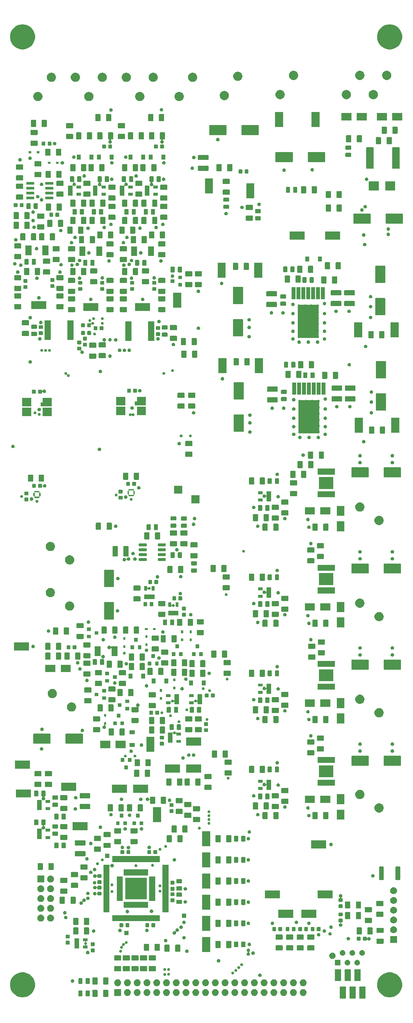
<source format=gbr>
G04 #@! TF.GenerationSoftware,KiCad,Pcbnew,(5.1.4)-1*
G04 #@! TF.CreationDate,2020-04-23T11:23:58-04:00*
G04 #@! TF.ProjectId,RPi_cape,5250695f-6361-4706-952e-6b696361645f,1.8*
G04 #@! TF.SameCoordinates,Original*
G04 #@! TF.FileFunction,Soldermask,Top*
G04 #@! TF.FilePolarity,Negative*
%FSLAX45Y45*%
G04 Gerber Fmt 4.5, Leading zero omitted, Abs format (unit mm)*
G04 Created by KiCad (PCBNEW (5.1.4)-1) date 2020-04-23 11:23:58*
%MOMM*%
%LPD*%
G04 APERTURE LIST*
%ADD10C,0.100000*%
G04 APERTURE END LIST*
D10*
G36*
X11689600Y-28280100D02*
G01*
X11529400Y-28280100D01*
X11529400Y-27969900D01*
X11689600Y-27969900D01*
X11689600Y-28280100D01*
X11689600Y-28280100D01*
G37*
G36*
X11943600Y-28280100D02*
G01*
X11783400Y-28280100D01*
X11783400Y-27969900D01*
X11943600Y-27969900D01*
X11943600Y-28280100D01*
X11943600Y-28280100D01*
G37*
G36*
X12197600Y-28280100D02*
G01*
X12037400Y-28280100D01*
X12037400Y-27969900D01*
X12197600Y-27969900D01*
X12197600Y-28280100D01*
X12197600Y-28280100D01*
G37*
G36*
X12888424Y-27606147D02*
G01*
X12919828Y-27612393D01*
X12978993Y-27636900D01*
X13014357Y-27660530D01*
X13032239Y-27672478D01*
X13077522Y-27717761D01*
X13079039Y-27720031D01*
X13113100Y-27771007D01*
X13137607Y-27830172D01*
X13138836Y-27836353D01*
X13150100Y-27892980D01*
X13150100Y-27957020D01*
X13143853Y-27988424D01*
X13137607Y-28019828D01*
X13113100Y-28078993D01*
X13077522Y-28132239D01*
X13032239Y-28177522D01*
X12978993Y-28213100D01*
X12919828Y-28237607D01*
X12888424Y-28243853D01*
X12857020Y-28250100D01*
X12792980Y-28250100D01*
X12761576Y-28243853D01*
X12730172Y-28237607D01*
X12671007Y-28213100D01*
X12617761Y-28177522D01*
X12572478Y-28132239D01*
X12536900Y-28078993D01*
X12512393Y-28019828D01*
X12506147Y-27988424D01*
X12499900Y-27957020D01*
X12499900Y-27892980D01*
X12511164Y-27836353D01*
X12512393Y-27830172D01*
X12536900Y-27771007D01*
X12570961Y-27720031D01*
X12572478Y-27717761D01*
X12617761Y-27672478D01*
X12635643Y-27660530D01*
X12671007Y-27636900D01*
X12730172Y-27612393D01*
X12761576Y-27606147D01*
X12792980Y-27599900D01*
X12857020Y-27599900D01*
X12888424Y-27606147D01*
X12888424Y-27606147D01*
G37*
G36*
X3338424Y-27606147D02*
G01*
X3369828Y-27612393D01*
X3428993Y-27636900D01*
X3464357Y-27660530D01*
X3482239Y-27672478D01*
X3527522Y-27717761D01*
X3529039Y-27720031D01*
X3563100Y-27771007D01*
X3587607Y-27830172D01*
X3588836Y-27836353D01*
X3600100Y-27892980D01*
X3600100Y-27957020D01*
X3593853Y-27988424D01*
X3587607Y-28019828D01*
X3563100Y-28078993D01*
X3527522Y-28132239D01*
X3482239Y-28177522D01*
X3428993Y-28213100D01*
X3369828Y-28237607D01*
X3338424Y-28243853D01*
X3307020Y-28250100D01*
X3242980Y-28250100D01*
X3211576Y-28243853D01*
X3180172Y-28237607D01*
X3121007Y-28213100D01*
X3067761Y-28177522D01*
X3022478Y-28132239D01*
X2986900Y-28078993D01*
X2962393Y-28019828D01*
X2956147Y-27988424D01*
X2949900Y-27957020D01*
X2949900Y-27892980D01*
X2961164Y-27836353D01*
X2962393Y-27830172D01*
X2986900Y-27771007D01*
X3020961Y-27720031D01*
X3022478Y-27717761D01*
X3067761Y-27672478D01*
X3085643Y-27660530D01*
X3121007Y-27636900D01*
X3180172Y-27612393D01*
X3211576Y-27606147D01*
X3242980Y-27599900D01*
X3307020Y-27599900D01*
X3338424Y-27606147D01*
X3338424Y-27606147D01*
G37*
G36*
X5491860Y-28057835D02*
G01*
X5495514Y-28058943D01*
X5498882Y-28060743D01*
X5501834Y-28063166D01*
X5504257Y-28066118D01*
X5506057Y-28069486D01*
X5507165Y-28073140D01*
X5507600Y-28077554D01*
X5507600Y-28222446D01*
X5507165Y-28226860D01*
X5506057Y-28230514D01*
X5504257Y-28233882D01*
X5501834Y-28236834D01*
X5498882Y-28239257D01*
X5495514Y-28241057D01*
X5491860Y-28242165D01*
X5487446Y-28242600D01*
X5392554Y-28242600D01*
X5388140Y-28242165D01*
X5384486Y-28241057D01*
X5381118Y-28239257D01*
X5378166Y-28236834D01*
X5375743Y-28233882D01*
X5373943Y-28230514D01*
X5372835Y-28226860D01*
X5372400Y-28222446D01*
X5372400Y-28077554D01*
X5372835Y-28073140D01*
X5373943Y-28069486D01*
X5375743Y-28066118D01*
X5378166Y-28063166D01*
X5381118Y-28060743D01*
X5384486Y-28058943D01*
X5388140Y-28057835D01*
X5392554Y-28057400D01*
X5487446Y-28057400D01*
X5491860Y-28057835D01*
X5491860Y-28057835D01*
G37*
G36*
X5211860Y-28057835D02*
G01*
X5215514Y-28058943D01*
X5218882Y-28060743D01*
X5221834Y-28063166D01*
X5224257Y-28066118D01*
X5226057Y-28069486D01*
X5227165Y-28073140D01*
X5227600Y-28077554D01*
X5227600Y-28222446D01*
X5227165Y-28226860D01*
X5226057Y-28230514D01*
X5224257Y-28233882D01*
X5221834Y-28236834D01*
X5218882Y-28239257D01*
X5215514Y-28241057D01*
X5211860Y-28242165D01*
X5207446Y-28242600D01*
X5112554Y-28242600D01*
X5108140Y-28242165D01*
X5104486Y-28241057D01*
X5101118Y-28239257D01*
X5098166Y-28236834D01*
X5095743Y-28233882D01*
X5093943Y-28230514D01*
X5092835Y-28226860D01*
X5092400Y-28222446D01*
X5092400Y-28077554D01*
X5092835Y-28073140D01*
X5093943Y-28069486D01*
X5095743Y-28066118D01*
X5098166Y-28063166D01*
X5101118Y-28060743D01*
X5104486Y-28058943D01*
X5108140Y-28057835D01*
X5112554Y-28057400D01*
X5207446Y-28057400D01*
X5211860Y-28057835D01*
X5211860Y-28057835D01*
G37*
G36*
X4818447Y-28075356D02*
G01*
X4822314Y-28076530D01*
X4825878Y-28078435D01*
X4829002Y-28080998D01*
X4831565Y-28084122D01*
X4833470Y-28087686D01*
X4834644Y-28091553D01*
X4835100Y-28096189D01*
X4835100Y-28203811D01*
X4834644Y-28208447D01*
X4833470Y-28212314D01*
X4831565Y-28215878D01*
X4829002Y-28219002D01*
X4825878Y-28221565D01*
X4822314Y-28223470D01*
X4818447Y-28224643D01*
X4813811Y-28225100D01*
X4748689Y-28225100D01*
X4744053Y-28224643D01*
X4740186Y-28223470D01*
X4736622Y-28221565D01*
X4733498Y-28219002D01*
X4730935Y-28215878D01*
X4729030Y-28212314D01*
X4727857Y-28208447D01*
X4727400Y-28203811D01*
X4727400Y-28096189D01*
X4727857Y-28091553D01*
X4729030Y-28087686D01*
X4730935Y-28084122D01*
X4733498Y-28080998D01*
X4736622Y-28078435D01*
X4740186Y-28076530D01*
X4744053Y-28075356D01*
X4748689Y-28074900D01*
X4813811Y-28074900D01*
X4818447Y-28075356D01*
X4818447Y-28075356D01*
G37*
G36*
X5005947Y-28075356D02*
G01*
X5009814Y-28076530D01*
X5013378Y-28078435D01*
X5016502Y-28080998D01*
X5019065Y-28084122D01*
X5020970Y-28087686D01*
X5022144Y-28091553D01*
X5022600Y-28096189D01*
X5022600Y-28203811D01*
X5022144Y-28208447D01*
X5020970Y-28212314D01*
X5019065Y-28215878D01*
X5016502Y-28219002D01*
X5013378Y-28221565D01*
X5009814Y-28223470D01*
X5005947Y-28224643D01*
X5001311Y-28225100D01*
X4936189Y-28225100D01*
X4931553Y-28224643D01*
X4927686Y-28223470D01*
X4924122Y-28221565D01*
X4920998Y-28219002D01*
X4918435Y-28215878D01*
X4916530Y-28212314D01*
X4915357Y-28208447D01*
X4914900Y-28203811D01*
X4914900Y-28096189D01*
X4915357Y-28091553D01*
X4916530Y-28087686D01*
X4918435Y-28084122D01*
X4920998Y-28080998D01*
X4924122Y-28078435D01*
X4927686Y-28076530D01*
X4931553Y-28075356D01*
X4936189Y-28074900D01*
X5001311Y-28074900D01*
X5005947Y-28075356D01*
X5005947Y-28075356D01*
G37*
G36*
X8555044Y-28035552D02*
G01*
X8561663Y-28036204D01*
X8578647Y-28041356D01*
X8594299Y-28049722D01*
X8596269Y-28051339D01*
X8608019Y-28060981D01*
X8614942Y-28069417D01*
X8619278Y-28074701D01*
X8627644Y-28090353D01*
X8632796Y-28107337D01*
X8634536Y-28125000D01*
X8632796Y-28142663D01*
X8627644Y-28159647D01*
X8619278Y-28175299D01*
X8617454Y-28177522D01*
X8608019Y-28189019D01*
X8597873Y-28197345D01*
X8594299Y-28200278D01*
X8578647Y-28208644D01*
X8561663Y-28213796D01*
X8555044Y-28214448D01*
X8548426Y-28215100D01*
X8539574Y-28215100D01*
X8532956Y-28214448D01*
X8526337Y-28213796D01*
X8509353Y-28208644D01*
X8493701Y-28200278D01*
X8490127Y-28197345D01*
X8479981Y-28189019D01*
X8470546Y-28177522D01*
X8468722Y-28175299D01*
X8460356Y-28159647D01*
X8455204Y-28142663D01*
X8453464Y-28125000D01*
X8455204Y-28107337D01*
X8460356Y-28090353D01*
X8468722Y-28074701D01*
X8473058Y-28069417D01*
X8479981Y-28060981D01*
X8491731Y-28051339D01*
X8493701Y-28049722D01*
X8509353Y-28041356D01*
X8526337Y-28036204D01*
X8532956Y-28035552D01*
X8539574Y-28034900D01*
X8548426Y-28034900D01*
X8555044Y-28035552D01*
X8555044Y-28035552D01*
G37*
G36*
X8809044Y-28035552D02*
G01*
X8815663Y-28036204D01*
X8832647Y-28041356D01*
X8848299Y-28049722D01*
X8850269Y-28051339D01*
X8862019Y-28060981D01*
X8868942Y-28069417D01*
X8873278Y-28074701D01*
X8881644Y-28090353D01*
X8886796Y-28107337D01*
X8888536Y-28125000D01*
X8886796Y-28142663D01*
X8881644Y-28159647D01*
X8873278Y-28175299D01*
X8871454Y-28177522D01*
X8862019Y-28189019D01*
X8851873Y-28197345D01*
X8848299Y-28200278D01*
X8832647Y-28208644D01*
X8815663Y-28213796D01*
X8809044Y-28214448D01*
X8802426Y-28215100D01*
X8793574Y-28215100D01*
X8786956Y-28214448D01*
X8780337Y-28213796D01*
X8763353Y-28208644D01*
X8747701Y-28200278D01*
X8744127Y-28197345D01*
X8733981Y-28189019D01*
X8724546Y-28177522D01*
X8722722Y-28175299D01*
X8714356Y-28159647D01*
X8709204Y-28142663D01*
X8707464Y-28125000D01*
X8709204Y-28107337D01*
X8714356Y-28090353D01*
X8722722Y-28074701D01*
X8727058Y-28069417D01*
X8733981Y-28060981D01*
X8745731Y-28051339D01*
X8747701Y-28049722D01*
X8763353Y-28041356D01*
X8780337Y-28036204D01*
X8786956Y-28035552D01*
X8793574Y-28034900D01*
X8802426Y-28034900D01*
X8809044Y-28035552D01*
X8809044Y-28035552D01*
G37*
G36*
X8301044Y-28035552D02*
G01*
X8307663Y-28036204D01*
X8324647Y-28041356D01*
X8340299Y-28049722D01*
X8342269Y-28051339D01*
X8354019Y-28060981D01*
X8360942Y-28069417D01*
X8365278Y-28074701D01*
X8373644Y-28090353D01*
X8378796Y-28107337D01*
X8380536Y-28125000D01*
X8378796Y-28142663D01*
X8373644Y-28159647D01*
X8365278Y-28175299D01*
X8363454Y-28177522D01*
X8354019Y-28189019D01*
X8343873Y-28197345D01*
X8340299Y-28200278D01*
X8324647Y-28208644D01*
X8307663Y-28213796D01*
X8301044Y-28214448D01*
X8294426Y-28215100D01*
X8285574Y-28215100D01*
X8278956Y-28214448D01*
X8272337Y-28213796D01*
X8255353Y-28208644D01*
X8239701Y-28200278D01*
X8236127Y-28197345D01*
X8225981Y-28189019D01*
X8216546Y-28177522D01*
X8214722Y-28175299D01*
X8206356Y-28159647D01*
X8201204Y-28142663D01*
X8199464Y-28125000D01*
X8201204Y-28107337D01*
X8206356Y-28090353D01*
X8214722Y-28074701D01*
X8219058Y-28069417D01*
X8225981Y-28060981D01*
X8237731Y-28051339D01*
X8239701Y-28049722D01*
X8255353Y-28041356D01*
X8272337Y-28036204D01*
X8278956Y-28035552D01*
X8285574Y-28034900D01*
X8294426Y-28034900D01*
X8301044Y-28035552D01*
X8301044Y-28035552D01*
G37*
G36*
X9063044Y-28035552D02*
G01*
X9069663Y-28036204D01*
X9086647Y-28041356D01*
X9102299Y-28049722D01*
X9104269Y-28051339D01*
X9116019Y-28060981D01*
X9122942Y-28069417D01*
X9127278Y-28074701D01*
X9135644Y-28090353D01*
X9140796Y-28107337D01*
X9142536Y-28125000D01*
X9140796Y-28142663D01*
X9135644Y-28159647D01*
X9127278Y-28175299D01*
X9125454Y-28177522D01*
X9116019Y-28189019D01*
X9105873Y-28197345D01*
X9102299Y-28200278D01*
X9086647Y-28208644D01*
X9069663Y-28213796D01*
X9063044Y-28214448D01*
X9056426Y-28215100D01*
X9047574Y-28215100D01*
X9040956Y-28214448D01*
X9034337Y-28213796D01*
X9017353Y-28208644D01*
X9001701Y-28200278D01*
X8998127Y-28197345D01*
X8987981Y-28189019D01*
X8978546Y-28177522D01*
X8976722Y-28175299D01*
X8968356Y-28159647D01*
X8963204Y-28142663D01*
X8961464Y-28125000D01*
X8963204Y-28107337D01*
X8968356Y-28090353D01*
X8976722Y-28074701D01*
X8981058Y-28069417D01*
X8987981Y-28060981D01*
X8999731Y-28051339D01*
X9001701Y-28049722D01*
X9017353Y-28041356D01*
X9034337Y-28036204D01*
X9040956Y-28035552D01*
X9047574Y-28034900D01*
X9056426Y-28034900D01*
X9063044Y-28035552D01*
X9063044Y-28035552D01*
G37*
G36*
X10587044Y-28035552D02*
G01*
X10593663Y-28036204D01*
X10610647Y-28041356D01*
X10626299Y-28049722D01*
X10628269Y-28051339D01*
X10640019Y-28060981D01*
X10646942Y-28069417D01*
X10651278Y-28074701D01*
X10659644Y-28090353D01*
X10664796Y-28107337D01*
X10666536Y-28125000D01*
X10664796Y-28142663D01*
X10659644Y-28159647D01*
X10651278Y-28175299D01*
X10649454Y-28177522D01*
X10640019Y-28189019D01*
X10629873Y-28197345D01*
X10626299Y-28200278D01*
X10610647Y-28208644D01*
X10593663Y-28213796D01*
X10587044Y-28214448D01*
X10580426Y-28215100D01*
X10571574Y-28215100D01*
X10564956Y-28214448D01*
X10558337Y-28213796D01*
X10541353Y-28208644D01*
X10525701Y-28200278D01*
X10522127Y-28197345D01*
X10511981Y-28189019D01*
X10502546Y-28177522D01*
X10500722Y-28175299D01*
X10492356Y-28159647D01*
X10487204Y-28142663D01*
X10485464Y-28125000D01*
X10487204Y-28107337D01*
X10492356Y-28090353D01*
X10500722Y-28074701D01*
X10505058Y-28069417D01*
X10511981Y-28060981D01*
X10523731Y-28051339D01*
X10525701Y-28049722D01*
X10541353Y-28041356D01*
X10558337Y-28036204D01*
X10564956Y-28035552D01*
X10571574Y-28034900D01*
X10580426Y-28034900D01*
X10587044Y-28035552D01*
X10587044Y-28035552D01*
G37*
G36*
X10333044Y-28035552D02*
G01*
X10339663Y-28036204D01*
X10356647Y-28041356D01*
X10372299Y-28049722D01*
X10374269Y-28051339D01*
X10386019Y-28060981D01*
X10392942Y-28069417D01*
X10397278Y-28074701D01*
X10405644Y-28090353D01*
X10410796Y-28107337D01*
X10412536Y-28125000D01*
X10410796Y-28142663D01*
X10405644Y-28159647D01*
X10397278Y-28175299D01*
X10395454Y-28177522D01*
X10386019Y-28189019D01*
X10375873Y-28197345D01*
X10372299Y-28200278D01*
X10356647Y-28208644D01*
X10339663Y-28213796D01*
X10333044Y-28214448D01*
X10326426Y-28215100D01*
X10317574Y-28215100D01*
X10310956Y-28214448D01*
X10304337Y-28213796D01*
X10287353Y-28208644D01*
X10271701Y-28200278D01*
X10268127Y-28197345D01*
X10257981Y-28189019D01*
X10248546Y-28177522D01*
X10246722Y-28175299D01*
X10238356Y-28159647D01*
X10233204Y-28142663D01*
X10231464Y-28125000D01*
X10233204Y-28107337D01*
X10238356Y-28090353D01*
X10246722Y-28074701D01*
X10251058Y-28069417D01*
X10257981Y-28060981D01*
X10269731Y-28051339D01*
X10271701Y-28049722D01*
X10287353Y-28041356D01*
X10304337Y-28036204D01*
X10310956Y-28035552D01*
X10317574Y-28034900D01*
X10326426Y-28034900D01*
X10333044Y-28035552D01*
X10333044Y-28035552D01*
G37*
G36*
X10079044Y-28035552D02*
G01*
X10085663Y-28036204D01*
X10102647Y-28041356D01*
X10118299Y-28049722D01*
X10120269Y-28051339D01*
X10132019Y-28060981D01*
X10138942Y-28069417D01*
X10143278Y-28074701D01*
X10151644Y-28090353D01*
X10156796Y-28107337D01*
X10158536Y-28125000D01*
X10156796Y-28142663D01*
X10151644Y-28159647D01*
X10143278Y-28175299D01*
X10141454Y-28177522D01*
X10132019Y-28189019D01*
X10121873Y-28197345D01*
X10118299Y-28200278D01*
X10102647Y-28208644D01*
X10085663Y-28213796D01*
X10079044Y-28214448D01*
X10072426Y-28215100D01*
X10063574Y-28215100D01*
X10056956Y-28214448D01*
X10050337Y-28213796D01*
X10033353Y-28208644D01*
X10017701Y-28200278D01*
X10014127Y-28197345D01*
X10003981Y-28189019D01*
X9994546Y-28177522D01*
X9992722Y-28175299D01*
X9984356Y-28159647D01*
X9979204Y-28142663D01*
X9977464Y-28125000D01*
X9979204Y-28107337D01*
X9984356Y-28090353D01*
X9992722Y-28074701D01*
X9997058Y-28069417D01*
X10003981Y-28060981D01*
X10015731Y-28051339D01*
X10017701Y-28049722D01*
X10033353Y-28041356D01*
X10050337Y-28036204D01*
X10056956Y-28035552D01*
X10063574Y-28034900D01*
X10072426Y-28034900D01*
X10079044Y-28035552D01*
X10079044Y-28035552D01*
G37*
G36*
X9825044Y-28035552D02*
G01*
X9831663Y-28036204D01*
X9848647Y-28041356D01*
X9864299Y-28049722D01*
X9866269Y-28051339D01*
X9878019Y-28060981D01*
X9884942Y-28069417D01*
X9889278Y-28074701D01*
X9897644Y-28090353D01*
X9902796Y-28107337D01*
X9904536Y-28125000D01*
X9902796Y-28142663D01*
X9897644Y-28159647D01*
X9889278Y-28175299D01*
X9887454Y-28177522D01*
X9878019Y-28189019D01*
X9867873Y-28197345D01*
X9864299Y-28200278D01*
X9848647Y-28208644D01*
X9831663Y-28213796D01*
X9825044Y-28214448D01*
X9818426Y-28215100D01*
X9809574Y-28215100D01*
X9802956Y-28214448D01*
X9796337Y-28213796D01*
X9779353Y-28208644D01*
X9763701Y-28200278D01*
X9760127Y-28197345D01*
X9749981Y-28189019D01*
X9740546Y-28177522D01*
X9738722Y-28175299D01*
X9730356Y-28159647D01*
X9725204Y-28142663D01*
X9723464Y-28125000D01*
X9725204Y-28107337D01*
X9730356Y-28090353D01*
X9738722Y-28074701D01*
X9743058Y-28069417D01*
X9749981Y-28060981D01*
X9761731Y-28051339D01*
X9763701Y-28049722D01*
X9779353Y-28041356D01*
X9796337Y-28036204D01*
X9802956Y-28035552D01*
X9809574Y-28034900D01*
X9818426Y-28034900D01*
X9825044Y-28035552D01*
X9825044Y-28035552D01*
G37*
G36*
X9571044Y-28035552D02*
G01*
X9577663Y-28036204D01*
X9594647Y-28041356D01*
X9610299Y-28049722D01*
X9612269Y-28051339D01*
X9624019Y-28060981D01*
X9630942Y-28069417D01*
X9635278Y-28074701D01*
X9643644Y-28090353D01*
X9648796Y-28107337D01*
X9650536Y-28125000D01*
X9648796Y-28142663D01*
X9643644Y-28159647D01*
X9635278Y-28175299D01*
X9633454Y-28177522D01*
X9624019Y-28189019D01*
X9613873Y-28197345D01*
X9610299Y-28200278D01*
X9594647Y-28208644D01*
X9577663Y-28213796D01*
X9571044Y-28214448D01*
X9564426Y-28215100D01*
X9555574Y-28215100D01*
X9548956Y-28214448D01*
X9542337Y-28213796D01*
X9525353Y-28208644D01*
X9509701Y-28200278D01*
X9506127Y-28197345D01*
X9495981Y-28189019D01*
X9486546Y-28177522D01*
X9484722Y-28175299D01*
X9476356Y-28159647D01*
X9471204Y-28142663D01*
X9469464Y-28125000D01*
X9471204Y-28107337D01*
X9476356Y-28090353D01*
X9484722Y-28074701D01*
X9489058Y-28069417D01*
X9495981Y-28060981D01*
X9507731Y-28051339D01*
X9509701Y-28049722D01*
X9525353Y-28041356D01*
X9542337Y-28036204D01*
X9548956Y-28035552D01*
X9555574Y-28034900D01*
X9564426Y-28034900D01*
X9571044Y-28035552D01*
X9571044Y-28035552D01*
G37*
G36*
X8047044Y-28035552D02*
G01*
X8053663Y-28036204D01*
X8070647Y-28041356D01*
X8086299Y-28049722D01*
X8088269Y-28051339D01*
X8100019Y-28060981D01*
X8106942Y-28069417D01*
X8111278Y-28074701D01*
X8119644Y-28090353D01*
X8124796Y-28107337D01*
X8126536Y-28125000D01*
X8124796Y-28142663D01*
X8119644Y-28159647D01*
X8111278Y-28175299D01*
X8109454Y-28177522D01*
X8100019Y-28189019D01*
X8089873Y-28197345D01*
X8086299Y-28200278D01*
X8070647Y-28208644D01*
X8053663Y-28213796D01*
X8047044Y-28214448D01*
X8040426Y-28215100D01*
X8031574Y-28215100D01*
X8024956Y-28214448D01*
X8018337Y-28213796D01*
X8001353Y-28208644D01*
X7985701Y-28200278D01*
X7982127Y-28197345D01*
X7971981Y-28189019D01*
X7962546Y-28177522D01*
X7960722Y-28175299D01*
X7952356Y-28159647D01*
X7947204Y-28142663D01*
X7945464Y-28125000D01*
X7947204Y-28107337D01*
X7952356Y-28090353D01*
X7960722Y-28074701D01*
X7965058Y-28069417D01*
X7971981Y-28060981D01*
X7983731Y-28051339D01*
X7985701Y-28049722D01*
X8001353Y-28041356D01*
X8018337Y-28036204D01*
X8024956Y-28035552D01*
X8031574Y-28034900D01*
X8040426Y-28034900D01*
X8047044Y-28035552D01*
X8047044Y-28035552D01*
G37*
G36*
X9317044Y-28035552D02*
G01*
X9323663Y-28036204D01*
X9340647Y-28041356D01*
X9356299Y-28049722D01*
X9358269Y-28051339D01*
X9370019Y-28060981D01*
X9376942Y-28069417D01*
X9381278Y-28074701D01*
X9389644Y-28090353D01*
X9394796Y-28107337D01*
X9396536Y-28125000D01*
X9394796Y-28142663D01*
X9389644Y-28159647D01*
X9381278Y-28175299D01*
X9379454Y-28177522D01*
X9370019Y-28189019D01*
X9359873Y-28197345D01*
X9356299Y-28200278D01*
X9340647Y-28208644D01*
X9323663Y-28213796D01*
X9317044Y-28214448D01*
X9310426Y-28215100D01*
X9301574Y-28215100D01*
X9294956Y-28214448D01*
X9288337Y-28213796D01*
X9271353Y-28208644D01*
X9255701Y-28200278D01*
X9252127Y-28197345D01*
X9241981Y-28189019D01*
X9232546Y-28177522D01*
X9230722Y-28175299D01*
X9222356Y-28159647D01*
X9217204Y-28142663D01*
X9215464Y-28125000D01*
X9217204Y-28107337D01*
X9222356Y-28090353D01*
X9230722Y-28074701D01*
X9235058Y-28069417D01*
X9241981Y-28060981D01*
X9253731Y-28051339D01*
X9255701Y-28049722D01*
X9271353Y-28041356D01*
X9288337Y-28036204D01*
X9294956Y-28035552D01*
X9301574Y-28034900D01*
X9310426Y-28034900D01*
X9317044Y-28035552D01*
X9317044Y-28035552D01*
G37*
G36*
X7793044Y-28035552D02*
G01*
X7799663Y-28036204D01*
X7816647Y-28041356D01*
X7832299Y-28049722D01*
X7834269Y-28051339D01*
X7846019Y-28060981D01*
X7852942Y-28069417D01*
X7857278Y-28074701D01*
X7865644Y-28090353D01*
X7870796Y-28107337D01*
X7872536Y-28125000D01*
X7870796Y-28142663D01*
X7865644Y-28159647D01*
X7857278Y-28175299D01*
X7855454Y-28177522D01*
X7846019Y-28189019D01*
X7835873Y-28197345D01*
X7832299Y-28200278D01*
X7816647Y-28208644D01*
X7799663Y-28213796D01*
X7793044Y-28214448D01*
X7786426Y-28215100D01*
X7777574Y-28215100D01*
X7770956Y-28214448D01*
X7764337Y-28213796D01*
X7747353Y-28208644D01*
X7731701Y-28200278D01*
X7728127Y-28197345D01*
X7717981Y-28189019D01*
X7708546Y-28177522D01*
X7706722Y-28175299D01*
X7698356Y-28159647D01*
X7693204Y-28142663D01*
X7691464Y-28125000D01*
X7693204Y-28107337D01*
X7698356Y-28090353D01*
X7706722Y-28074701D01*
X7711058Y-28069417D01*
X7717981Y-28060981D01*
X7729731Y-28051339D01*
X7731701Y-28049722D01*
X7747353Y-28041356D01*
X7764337Y-28036204D01*
X7770956Y-28035552D01*
X7777574Y-28034900D01*
X7786426Y-28034900D01*
X7793044Y-28035552D01*
X7793044Y-28035552D01*
G37*
G36*
X5840100Y-28215100D02*
G01*
X5659900Y-28215100D01*
X5659900Y-28034900D01*
X5840100Y-28034900D01*
X5840100Y-28215100D01*
X5840100Y-28215100D01*
G37*
G36*
X6015044Y-28035552D02*
G01*
X6021663Y-28036204D01*
X6038647Y-28041356D01*
X6054299Y-28049722D01*
X6056269Y-28051339D01*
X6068019Y-28060981D01*
X6074942Y-28069417D01*
X6079278Y-28074701D01*
X6087644Y-28090353D01*
X6092796Y-28107337D01*
X6094536Y-28125000D01*
X6092796Y-28142663D01*
X6087644Y-28159647D01*
X6079278Y-28175299D01*
X6077454Y-28177522D01*
X6068019Y-28189019D01*
X6057873Y-28197345D01*
X6054299Y-28200278D01*
X6038647Y-28208644D01*
X6021663Y-28213796D01*
X6015044Y-28214448D01*
X6008426Y-28215100D01*
X5999574Y-28215100D01*
X5992956Y-28214448D01*
X5986337Y-28213796D01*
X5969353Y-28208644D01*
X5953701Y-28200278D01*
X5950127Y-28197345D01*
X5939981Y-28189019D01*
X5930546Y-28177522D01*
X5928722Y-28175299D01*
X5920356Y-28159647D01*
X5915204Y-28142663D01*
X5913464Y-28125000D01*
X5915204Y-28107337D01*
X5920356Y-28090353D01*
X5928722Y-28074701D01*
X5933058Y-28069417D01*
X5939981Y-28060981D01*
X5951731Y-28051339D01*
X5953701Y-28049722D01*
X5969353Y-28041356D01*
X5986337Y-28036204D01*
X5992956Y-28035552D01*
X5999574Y-28034900D01*
X6008426Y-28034900D01*
X6015044Y-28035552D01*
X6015044Y-28035552D01*
G37*
G36*
X6269044Y-28035552D02*
G01*
X6275663Y-28036204D01*
X6292647Y-28041356D01*
X6308299Y-28049722D01*
X6310269Y-28051339D01*
X6322019Y-28060981D01*
X6328942Y-28069417D01*
X6333278Y-28074701D01*
X6341644Y-28090353D01*
X6346796Y-28107337D01*
X6348536Y-28125000D01*
X6346796Y-28142663D01*
X6341644Y-28159647D01*
X6333278Y-28175299D01*
X6331454Y-28177522D01*
X6322019Y-28189019D01*
X6311873Y-28197345D01*
X6308299Y-28200278D01*
X6292647Y-28208644D01*
X6275663Y-28213796D01*
X6269044Y-28214448D01*
X6262426Y-28215100D01*
X6253574Y-28215100D01*
X6246956Y-28214448D01*
X6240337Y-28213796D01*
X6223353Y-28208644D01*
X6207701Y-28200278D01*
X6204127Y-28197345D01*
X6193981Y-28189019D01*
X6184546Y-28177522D01*
X6182722Y-28175299D01*
X6174356Y-28159647D01*
X6169204Y-28142663D01*
X6167464Y-28125000D01*
X6169204Y-28107337D01*
X6174356Y-28090353D01*
X6182722Y-28074701D01*
X6187058Y-28069417D01*
X6193981Y-28060981D01*
X6205731Y-28051339D01*
X6207701Y-28049722D01*
X6223353Y-28041356D01*
X6240337Y-28036204D01*
X6246956Y-28035552D01*
X6253574Y-28034900D01*
X6262426Y-28034900D01*
X6269044Y-28035552D01*
X6269044Y-28035552D01*
G37*
G36*
X6523044Y-28035552D02*
G01*
X6529663Y-28036204D01*
X6546647Y-28041356D01*
X6562299Y-28049722D01*
X6564269Y-28051339D01*
X6576019Y-28060981D01*
X6582942Y-28069417D01*
X6587278Y-28074701D01*
X6595644Y-28090353D01*
X6600796Y-28107337D01*
X6602536Y-28125000D01*
X6600796Y-28142663D01*
X6595644Y-28159647D01*
X6587278Y-28175299D01*
X6585454Y-28177522D01*
X6576019Y-28189019D01*
X6565873Y-28197345D01*
X6562299Y-28200278D01*
X6546647Y-28208644D01*
X6529663Y-28213796D01*
X6523044Y-28214448D01*
X6516426Y-28215100D01*
X6507574Y-28215100D01*
X6500956Y-28214448D01*
X6494337Y-28213796D01*
X6477353Y-28208644D01*
X6461701Y-28200278D01*
X6458127Y-28197345D01*
X6447981Y-28189019D01*
X6438546Y-28177522D01*
X6436722Y-28175299D01*
X6428356Y-28159647D01*
X6423204Y-28142663D01*
X6421464Y-28125000D01*
X6423204Y-28107337D01*
X6428356Y-28090353D01*
X6436722Y-28074701D01*
X6441058Y-28069417D01*
X6447981Y-28060981D01*
X6459731Y-28051339D01*
X6461701Y-28049722D01*
X6477353Y-28041356D01*
X6494337Y-28036204D01*
X6500956Y-28035552D01*
X6507574Y-28034900D01*
X6516426Y-28034900D01*
X6523044Y-28035552D01*
X6523044Y-28035552D01*
G37*
G36*
X6777044Y-28035552D02*
G01*
X6783663Y-28036204D01*
X6800647Y-28041356D01*
X6816299Y-28049722D01*
X6818269Y-28051339D01*
X6830019Y-28060981D01*
X6836942Y-28069417D01*
X6841278Y-28074701D01*
X6849644Y-28090353D01*
X6854796Y-28107337D01*
X6856536Y-28125000D01*
X6854796Y-28142663D01*
X6849644Y-28159647D01*
X6841278Y-28175299D01*
X6839454Y-28177522D01*
X6830019Y-28189019D01*
X6819873Y-28197345D01*
X6816299Y-28200278D01*
X6800647Y-28208644D01*
X6783663Y-28213796D01*
X6777044Y-28214448D01*
X6770426Y-28215100D01*
X6761574Y-28215100D01*
X6754956Y-28214448D01*
X6748337Y-28213796D01*
X6731353Y-28208644D01*
X6715701Y-28200278D01*
X6712127Y-28197345D01*
X6701981Y-28189019D01*
X6692546Y-28177522D01*
X6690722Y-28175299D01*
X6682356Y-28159647D01*
X6677204Y-28142663D01*
X6675464Y-28125000D01*
X6677204Y-28107337D01*
X6682356Y-28090353D01*
X6690722Y-28074701D01*
X6695058Y-28069417D01*
X6701981Y-28060981D01*
X6713731Y-28051339D01*
X6715701Y-28049722D01*
X6731353Y-28041356D01*
X6748337Y-28036204D01*
X6754956Y-28035552D01*
X6761574Y-28034900D01*
X6770426Y-28034900D01*
X6777044Y-28035552D01*
X6777044Y-28035552D01*
G37*
G36*
X7031044Y-28035552D02*
G01*
X7037663Y-28036204D01*
X7054647Y-28041356D01*
X7070299Y-28049722D01*
X7072269Y-28051339D01*
X7084019Y-28060981D01*
X7090942Y-28069417D01*
X7095278Y-28074701D01*
X7103644Y-28090353D01*
X7108796Y-28107337D01*
X7110536Y-28125000D01*
X7108796Y-28142663D01*
X7103644Y-28159647D01*
X7095278Y-28175299D01*
X7093454Y-28177522D01*
X7084019Y-28189019D01*
X7073873Y-28197345D01*
X7070299Y-28200278D01*
X7054647Y-28208644D01*
X7037663Y-28213796D01*
X7031044Y-28214448D01*
X7024426Y-28215100D01*
X7015574Y-28215100D01*
X7008956Y-28214448D01*
X7002337Y-28213796D01*
X6985353Y-28208644D01*
X6969701Y-28200278D01*
X6966127Y-28197345D01*
X6955981Y-28189019D01*
X6946546Y-28177522D01*
X6944722Y-28175299D01*
X6936356Y-28159647D01*
X6931204Y-28142663D01*
X6929464Y-28125000D01*
X6931204Y-28107337D01*
X6936356Y-28090353D01*
X6944722Y-28074701D01*
X6949058Y-28069417D01*
X6955981Y-28060981D01*
X6967731Y-28051339D01*
X6969701Y-28049722D01*
X6985353Y-28041356D01*
X7002337Y-28036204D01*
X7008956Y-28035552D01*
X7015574Y-28034900D01*
X7024426Y-28034900D01*
X7031044Y-28035552D01*
X7031044Y-28035552D01*
G37*
G36*
X7285044Y-28035552D02*
G01*
X7291663Y-28036204D01*
X7308647Y-28041356D01*
X7324299Y-28049722D01*
X7326269Y-28051339D01*
X7338019Y-28060981D01*
X7344942Y-28069417D01*
X7349278Y-28074701D01*
X7357644Y-28090353D01*
X7362796Y-28107337D01*
X7364536Y-28125000D01*
X7362796Y-28142663D01*
X7357644Y-28159647D01*
X7349278Y-28175299D01*
X7347454Y-28177522D01*
X7338019Y-28189019D01*
X7327873Y-28197345D01*
X7324299Y-28200278D01*
X7308647Y-28208644D01*
X7291663Y-28213796D01*
X7285044Y-28214448D01*
X7278426Y-28215100D01*
X7269574Y-28215100D01*
X7262956Y-28214448D01*
X7256337Y-28213796D01*
X7239353Y-28208644D01*
X7223701Y-28200278D01*
X7220127Y-28197345D01*
X7209981Y-28189019D01*
X7200546Y-28177522D01*
X7198722Y-28175299D01*
X7190356Y-28159647D01*
X7185204Y-28142663D01*
X7183464Y-28125000D01*
X7185204Y-28107337D01*
X7190356Y-28090353D01*
X7198722Y-28074701D01*
X7203058Y-28069417D01*
X7209981Y-28060981D01*
X7221731Y-28051339D01*
X7223701Y-28049722D01*
X7239353Y-28041356D01*
X7256337Y-28036204D01*
X7262956Y-28035552D01*
X7269574Y-28034900D01*
X7278426Y-28034900D01*
X7285044Y-28035552D01*
X7285044Y-28035552D01*
G37*
G36*
X7539044Y-28035552D02*
G01*
X7545663Y-28036204D01*
X7562647Y-28041356D01*
X7578299Y-28049722D01*
X7580269Y-28051339D01*
X7592019Y-28060981D01*
X7598942Y-28069417D01*
X7603278Y-28074701D01*
X7611644Y-28090353D01*
X7616796Y-28107337D01*
X7618536Y-28125000D01*
X7616796Y-28142663D01*
X7611644Y-28159647D01*
X7603278Y-28175299D01*
X7601454Y-28177522D01*
X7592019Y-28189019D01*
X7581873Y-28197345D01*
X7578299Y-28200278D01*
X7562647Y-28208644D01*
X7545663Y-28213796D01*
X7539044Y-28214448D01*
X7532426Y-28215100D01*
X7523574Y-28215100D01*
X7516956Y-28214448D01*
X7510337Y-28213796D01*
X7493353Y-28208644D01*
X7477701Y-28200278D01*
X7474127Y-28197345D01*
X7463981Y-28189019D01*
X7454546Y-28177522D01*
X7452722Y-28175299D01*
X7444356Y-28159647D01*
X7439204Y-28142663D01*
X7437464Y-28125000D01*
X7439204Y-28107337D01*
X7444356Y-28090353D01*
X7452722Y-28074701D01*
X7457058Y-28069417D01*
X7463981Y-28060981D01*
X7475731Y-28051339D01*
X7477701Y-28049722D01*
X7493353Y-28041356D01*
X7510337Y-28036204D01*
X7516956Y-28035552D01*
X7523574Y-28034900D01*
X7532426Y-28034900D01*
X7539044Y-28035552D01*
X7539044Y-28035552D01*
G37*
G36*
X7285044Y-27781552D02*
G01*
X7291663Y-27782204D01*
X7308647Y-27787356D01*
X7324299Y-27795722D01*
X7324943Y-27796250D01*
X7338019Y-27806981D01*
X7346345Y-27817127D01*
X7349278Y-27820701D01*
X7357644Y-27836353D01*
X7362796Y-27853337D01*
X7364536Y-27871000D01*
X7362796Y-27888663D01*
X7357644Y-27905647D01*
X7349278Y-27921299D01*
X7346345Y-27924873D01*
X7338019Y-27935019D01*
X7327873Y-27943345D01*
X7324299Y-27946278D01*
X7308647Y-27954644D01*
X7291663Y-27959796D01*
X7285044Y-27960448D01*
X7278426Y-27961100D01*
X7269574Y-27961100D01*
X7262956Y-27960448D01*
X7256337Y-27959796D01*
X7239353Y-27954644D01*
X7223701Y-27946278D01*
X7220127Y-27943345D01*
X7209981Y-27935019D01*
X7201655Y-27924873D01*
X7198722Y-27921299D01*
X7190356Y-27905647D01*
X7185204Y-27888663D01*
X7183464Y-27871000D01*
X7185204Y-27853337D01*
X7190356Y-27836353D01*
X7198722Y-27820701D01*
X7201655Y-27817127D01*
X7209981Y-27806981D01*
X7223057Y-27796250D01*
X7223701Y-27795722D01*
X7239353Y-27787356D01*
X7256337Y-27782204D01*
X7262956Y-27781552D01*
X7269574Y-27780900D01*
X7278426Y-27780900D01*
X7285044Y-27781552D01*
X7285044Y-27781552D01*
G37*
G36*
X7031044Y-27781552D02*
G01*
X7037663Y-27782204D01*
X7054647Y-27787356D01*
X7070299Y-27795722D01*
X7070943Y-27796250D01*
X7084019Y-27806981D01*
X7092345Y-27817127D01*
X7095278Y-27820701D01*
X7103644Y-27836353D01*
X7108796Y-27853337D01*
X7110536Y-27871000D01*
X7108796Y-27888663D01*
X7103644Y-27905647D01*
X7095278Y-27921299D01*
X7092345Y-27924873D01*
X7084019Y-27935019D01*
X7073873Y-27943345D01*
X7070299Y-27946278D01*
X7054647Y-27954644D01*
X7037663Y-27959796D01*
X7031044Y-27960448D01*
X7024426Y-27961100D01*
X7015574Y-27961100D01*
X7008956Y-27960448D01*
X7002337Y-27959796D01*
X6985353Y-27954644D01*
X6969701Y-27946278D01*
X6966127Y-27943345D01*
X6955981Y-27935019D01*
X6947655Y-27924873D01*
X6944722Y-27921299D01*
X6936356Y-27905647D01*
X6931204Y-27888663D01*
X6929464Y-27871000D01*
X6931204Y-27853337D01*
X6936356Y-27836353D01*
X6944722Y-27820701D01*
X6947655Y-27817127D01*
X6955981Y-27806981D01*
X6969057Y-27796250D01*
X6969701Y-27795722D01*
X6985353Y-27787356D01*
X7002337Y-27782204D01*
X7008956Y-27781552D01*
X7015574Y-27780900D01*
X7024426Y-27780900D01*
X7031044Y-27781552D01*
X7031044Y-27781552D01*
G37*
G36*
X6777044Y-27781552D02*
G01*
X6783663Y-27782204D01*
X6800647Y-27787356D01*
X6816299Y-27795722D01*
X6816943Y-27796250D01*
X6830019Y-27806981D01*
X6838345Y-27817127D01*
X6841278Y-27820701D01*
X6849644Y-27836353D01*
X6854796Y-27853337D01*
X6856536Y-27871000D01*
X6854796Y-27888663D01*
X6849644Y-27905647D01*
X6841278Y-27921299D01*
X6838345Y-27924873D01*
X6830019Y-27935019D01*
X6819873Y-27943345D01*
X6816299Y-27946278D01*
X6800647Y-27954644D01*
X6783663Y-27959796D01*
X6777044Y-27960448D01*
X6770426Y-27961100D01*
X6761574Y-27961100D01*
X6754956Y-27960448D01*
X6748337Y-27959796D01*
X6731353Y-27954644D01*
X6715701Y-27946278D01*
X6712127Y-27943345D01*
X6701981Y-27935019D01*
X6693655Y-27924873D01*
X6690722Y-27921299D01*
X6682356Y-27905647D01*
X6677204Y-27888663D01*
X6675464Y-27871000D01*
X6677204Y-27853337D01*
X6682356Y-27836353D01*
X6690722Y-27820701D01*
X6693655Y-27817127D01*
X6701981Y-27806981D01*
X6715057Y-27796250D01*
X6715701Y-27795722D01*
X6731353Y-27787356D01*
X6748337Y-27782204D01*
X6754956Y-27781552D01*
X6761574Y-27780900D01*
X6770426Y-27780900D01*
X6777044Y-27781552D01*
X6777044Y-27781552D01*
G37*
G36*
X6523044Y-27781552D02*
G01*
X6529663Y-27782204D01*
X6546647Y-27787356D01*
X6562299Y-27795722D01*
X6562943Y-27796250D01*
X6576019Y-27806981D01*
X6584345Y-27817127D01*
X6587278Y-27820701D01*
X6595644Y-27836353D01*
X6600796Y-27853337D01*
X6602536Y-27871000D01*
X6600796Y-27888663D01*
X6595644Y-27905647D01*
X6587278Y-27921299D01*
X6584345Y-27924873D01*
X6576019Y-27935019D01*
X6565873Y-27943345D01*
X6562299Y-27946278D01*
X6546647Y-27954644D01*
X6529663Y-27959796D01*
X6523044Y-27960448D01*
X6516426Y-27961100D01*
X6507574Y-27961100D01*
X6500956Y-27960448D01*
X6494337Y-27959796D01*
X6477353Y-27954644D01*
X6461701Y-27946278D01*
X6458127Y-27943345D01*
X6447981Y-27935019D01*
X6439655Y-27924873D01*
X6436722Y-27921299D01*
X6428356Y-27905647D01*
X6423204Y-27888663D01*
X6421464Y-27871000D01*
X6423204Y-27853337D01*
X6428356Y-27836353D01*
X6436722Y-27820701D01*
X6439655Y-27817127D01*
X6447981Y-27806981D01*
X6461057Y-27796250D01*
X6461701Y-27795722D01*
X6477353Y-27787356D01*
X6494337Y-27782204D01*
X6500956Y-27781552D01*
X6507574Y-27780900D01*
X6516426Y-27780900D01*
X6523044Y-27781552D01*
X6523044Y-27781552D01*
G37*
G36*
X6269044Y-27781552D02*
G01*
X6275663Y-27782204D01*
X6292647Y-27787356D01*
X6308299Y-27795722D01*
X6308943Y-27796250D01*
X6322019Y-27806981D01*
X6330345Y-27817127D01*
X6333278Y-27820701D01*
X6341644Y-27836353D01*
X6346796Y-27853337D01*
X6348536Y-27871000D01*
X6346796Y-27888663D01*
X6341644Y-27905647D01*
X6333278Y-27921299D01*
X6330345Y-27924873D01*
X6322019Y-27935019D01*
X6311873Y-27943345D01*
X6308299Y-27946278D01*
X6292647Y-27954644D01*
X6275663Y-27959796D01*
X6269044Y-27960448D01*
X6262426Y-27961100D01*
X6253574Y-27961100D01*
X6246956Y-27960448D01*
X6240337Y-27959796D01*
X6223353Y-27954644D01*
X6207701Y-27946278D01*
X6204127Y-27943345D01*
X6193981Y-27935019D01*
X6185655Y-27924873D01*
X6182722Y-27921299D01*
X6174356Y-27905647D01*
X6169204Y-27888663D01*
X6167464Y-27871000D01*
X6169204Y-27853337D01*
X6174356Y-27836353D01*
X6182722Y-27820701D01*
X6185655Y-27817127D01*
X6193981Y-27806981D01*
X6207057Y-27796250D01*
X6207701Y-27795722D01*
X6223353Y-27787356D01*
X6240337Y-27782204D01*
X6246956Y-27781552D01*
X6253574Y-27780900D01*
X6262426Y-27780900D01*
X6269044Y-27781552D01*
X6269044Y-27781552D01*
G37*
G36*
X6015044Y-27781552D02*
G01*
X6021663Y-27782204D01*
X6038647Y-27787356D01*
X6054299Y-27795722D01*
X6054943Y-27796250D01*
X6068019Y-27806981D01*
X6076345Y-27817127D01*
X6079278Y-27820701D01*
X6087644Y-27836353D01*
X6092796Y-27853337D01*
X6094536Y-27871000D01*
X6092796Y-27888663D01*
X6087644Y-27905647D01*
X6079278Y-27921299D01*
X6076345Y-27924873D01*
X6068019Y-27935019D01*
X6057873Y-27943345D01*
X6054299Y-27946278D01*
X6038647Y-27954644D01*
X6021663Y-27959796D01*
X6015044Y-27960448D01*
X6008426Y-27961100D01*
X5999574Y-27961100D01*
X5992956Y-27960448D01*
X5986337Y-27959796D01*
X5969353Y-27954644D01*
X5953701Y-27946278D01*
X5950127Y-27943345D01*
X5939981Y-27935019D01*
X5931655Y-27924873D01*
X5928722Y-27921299D01*
X5920356Y-27905647D01*
X5915204Y-27888663D01*
X5913464Y-27871000D01*
X5915204Y-27853337D01*
X5920356Y-27836353D01*
X5928722Y-27820701D01*
X5931655Y-27817127D01*
X5939981Y-27806981D01*
X5953057Y-27796250D01*
X5953701Y-27795722D01*
X5969353Y-27787356D01*
X5986337Y-27782204D01*
X5992956Y-27781552D01*
X5999574Y-27780900D01*
X6008426Y-27780900D01*
X6015044Y-27781552D01*
X6015044Y-27781552D01*
G37*
G36*
X5761044Y-27781552D02*
G01*
X5767663Y-27782204D01*
X5784647Y-27787356D01*
X5800299Y-27795722D01*
X5800943Y-27796250D01*
X5814019Y-27806981D01*
X5822345Y-27817127D01*
X5825278Y-27820701D01*
X5833644Y-27836353D01*
X5838796Y-27853337D01*
X5840536Y-27871000D01*
X5838796Y-27888663D01*
X5833644Y-27905647D01*
X5825278Y-27921299D01*
X5822345Y-27924873D01*
X5814019Y-27935019D01*
X5803873Y-27943345D01*
X5800299Y-27946278D01*
X5784647Y-27954644D01*
X5767663Y-27959796D01*
X5761044Y-27960448D01*
X5754426Y-27961100D01*
X5745574Y-27961100D01*
X5738956Y-27960448D01*
X5732337Y-27959796D01*
X5715353Y-27954644D01*
X5699701Y-27946278D01*
X5696127Y-27943345D01*
X5685981Y-27935019D01*
X5677655Y-27924873D01*
X5674722Y-27921299D01*
X5666356Y-27905647D01*
X5661204Y-27888663D01*
X5659464Y-27871000D01*
X5661204Y-27853337D01*
X5666356Y-27836353D01*
X5674722Y-27820701D01*
X5677655Y-27817127D01*
X5685981Y-27806981D01*
X5699057Y-27796250D01*
X5699701Y-27795722D01*
X5715353Y-27787356D01*
X5732337Y-27782204D01*
X5738956Y-27781552D01*
X5745574Y-27780900D01*
X5754426Y-27780900D01*
X5761044Y-27781552D01*
X5761044Y-27781552D01*
G37*
G36*
X7539044Y-27781552D02*
G01*
X7545663Y-27782204D01*
X7562647Y-27787356D01*
X7578299Y-27795722D01*
X7578943Y-27796250D01*
X7592019Y-27806981D01*
X7600345Y-27817127D01*
X7603278Y-27820701D01*
X7611644Y-27836353D01*
X7616796Y-27853337D01*
X7618536Y-27871000D01*
X7616796Y-27888663D01*
X7611644Y-27905647D01*
X7603278Y-27921299D01*
X7600345Y-27924873D01*
X7592019Y-27935019D01*
X7581873Y-27943345D01*
X7578299Y-27946278D01*
X7562647Y-27954644D01*
X7545663Y-27959796D01*
X7539044Y-27960448D01*
X7532426Y-27961100D01*
X7523574Y-27961100D01*
X7516956Y-27960448D01*
X7510337Y-27959796D01*
X7493353Y-27954644D01*
X7477701Y-27946278D01*
X7474127Y-27943345D01*
X7463981Y-27935019D01*
X7455655Y-27924873D01*
X7452722Y-27921299D01*
X7444356Y-27905647D01*
X7439204Y-27888663D01*
X7437464Y-27871000D01*
X7439204Y-27853337D01*
X7444356Y-27836353D01*
X7452722Y-27820701D01*
X7455655Y-27817127D01*
X7463981Y-27806981D01*
X7477057Y-27796250D01*
X7477701Y-27795722D01*
X7493353Y-27787356D01*
X7510337Y-27782204D01*
X7516956Y-27781552D01*
X7523574Y-27780900D01*
X7532426Y-27780900D01*
X7539044Y-27781552D01*
X7539044Y-27781552D01*
G37*
G36*
X10079044Y-27781552D02*
G01*
X10085663Y-27782204D01*
X10102647Y-27787356D01*
X10118299Y-27795722D01*
X10118943Y-27796250D01*
X10132019Y-27806981D01*
X10140345Y-27817127D01*
X10143278Y-27820701D01*
X10151644Y-27836353D01*
X10156796Y-27853337D01*
X10158536Y-27871000D01*
X10156796Y-27888663D01*
X10151644Y-27905647D01*
X10143278Y-27921299D01*
X10140345Y-27924873D01*
X10132019Y-27935019D01*
X10121873Y-27943345D01*
X10118299Y-27946278D01*
X10102647Y-27954644D01*
X10085663Y-27959796D01*
X10079044Y-27960448D01*
X10072426Y-27961100D01*
X10063574Y-27961100D01*
X10056956Y-27960448D01*
X10050337Y-27959796D01*
X10033353Y-27954644D01*
X10017701Y-27946278D01*
X10014127Y-27943345D01*
X10003981Y-27935019D01*
X9995655Y-27924873D01*
X9992722Y-27921299D01*
X9984356Y-27905647D01*
X9979204Y-27888663D01*
X9977464Y-27871000D01*
X9979204Y-27853337D01*
X9984356Y-27836353D01*
X9992722Y-27820701D01*
X9995655Y-27817127D01*
X10003981Y-27806981D01*
X10017057Y-27796250D01*
X10017701Y-27795722D01*
X10033353Y-27787356D01*
X10050337Y-27782204D01*
X10056956Y-27781552D01*
X10063574Y-27780900D01*
X10072426Y-27780900D01*
X10079044Y-27781552D01*
X10079044Y-27781552D01*
G37*
G36*
X10333044Y-27781552D02*
G01*
X10339663Y-27782204D01*
X10356647Y-27787356D01*
X10372299Y-27795722D01*
X10372943Y-27796250D01*
X10386019Y-27806981D01*
X10394345Y-27817127D01*
X10397278Y-27820701D01*
X10405644Y-27836353D01*
X10410796Y-27853337D01*
X10412536Y-27871000D01*
X10410796Y-27888663D01*
X10405644Y-27905647D01*
X10397278Y-27921299D01*
X10394345Y-27924873D01*
X10386019Y-27935019D01*
X10375873Y-27943345D01*
X10372299Y-27946278D01*
X10356647Y-27954644D01*
X10339663Y-27959796D01*
X10333044Y-27960448D01*
X10326426Y-27961100D01*
X10317574Y-27961100D01*
X10310956Y-27960448D01*
X10304337Y-27959796D01*
X10287353Y-27954644D01*
X10271701Y-27946278D01*
X10268127Y-27943345D01*
X10257981Y-27935019D01*
X10249655Y-27924873D01*
X10246722Y-27921299D01*
X10238356Y-27905647D01*
X10233204Y-27888663D01*
X10231464Y-27871000D01*
X10233204Y-27853337D01*
X10238356Y-27836353D01*
X10246722Y-27820701D01*
X10249655Y-27817127D01*
X10257981Y-27806981D01*
X10271057Y-27796250D01*
X10271701Y-27795722D01*
X10287353Y-27787356D01*
X10304337Y-27782204D01*
X10310956Y-27781552D01*
X10317574Y-27780900D01*
X10326426Y-27780900D01*
X10333044Y-27781552D01*
X10333044Y-27781552D01*
G37*
G36*
X10587044Y-27781552D02*
G01*
X10593663Y-27782204D01*
X10610647Y-27787356D01*
X10626299Y-27795722D01*
X10626943Y-27796250D01*
X10640019Y-27806981D01*
X10648345Y-27817127D01*
X10651278Y-27820701D01*
X10659644Y-27836353D01*
X10664796Y-27853337D01*
X10666536Y-27871000D01*
X10664796Y-27888663D01*
X10659644Y-27905647D01*
X10651278Y-27921299D01*
X10648345Y-27924873D01*
X10640019Y-27935019D01*
X10629873Y-27943345D01*
X10626299Y-27946278D01*
X10610647Y-27954644D01*
X10593663Y-27959796D01*
X10587044Y-27960448D01*
X10580426Y-27961100D01*
X10571574Y-27961100D01*
X10564956Y-27960448D01*
X10558337Y-27959796D01*
X10541353Y-27954644D01*
X10525701Y-27946278D01*
X10522127Y-27943345D01*
X10511981Y-27935019D01*
X10503655Y-27924873D01*
X10500722Y-27921299D01*
X10492356Y-27905647D01*
X10487204Y-27888663D01*
X10485464Y-27871000D01*
X10487204Y-27853337D01*
X10492356Y-27836353D01*
X10500722Y-27820701D01*
X10503655Y-27817127D01*
X10511981Y-27806981D01*
X10525057Y-27796250D01*
X10525701Y-27795722D01*
X10541353Y-27787356D01*
X10558337Y-27782204D01*
X10564956Y-27781552D01*
X10571574Y-27780900D01*
X10580426Y-27780900D01*
X10587044Y-27781552D01*
X10587044Y-27781552D01*
G37*
G36*
X9571044Y-27781552D02*
G01*
X9577663Y-27782204D01*
X9594647Y-27787356D01*
X9610299Y-27795722D01*
X9610943Y-27796250D01*
X9624019Y-27806981D01*
X9632345Y-27817127D01*
X9635278Y-27820701D01*
X9643644Y-27836353D01*
X9648796Y-27853337D01*
X9650536Y-27871000D01*
X9648796Y-27888663D01*
X9643644Y-27905647D01*
X9635278Y-27921299D01*
X9632345Y-27924873D01*
X9624019Y-27935019D01*
X9613873Y-27943345D01*
X9610299Y-27946278D01*
X9594647Y-27954644D01*
X9577663Y-27959796D01*
X9571044Y-27960448D01*
X9564426Y-27961100D01*
X9555574Y-27961100D01*
X9548956Y-27960448D01*
X9542337Y-27959796D01*
X9525353Y-27954644D01*
X9509701Y-27946278D01*
X9506127Y-27943345D01*
X9495981Y-27935019D01*
X9487655Y-27924873D01*
X9484722Y-27921299D01*
X9476356Y-27905647D01*
X9471204Y-27888663D01*
X9469464Y-27871000D01*
X9471204Y-27853337D01*
X9476356Y-27836353D01*
X9484722Y-27820701D01*
X9487655Y-27817127D01*
X9495981Y-27806981D01*
X9509057Y-27796250D01*
X9509701Y-27795722D01*
X9525353Y-27787356D01*
X9542337Y-27782204D01*
X9548956Y-27781552D01*
X9555574Y-27780900D01*
X9564426Y-27780900D01*
X9571044Y-27781552D01*
X9571044Y-27781552D01*
G37*
G36*
X8047044Y-27781552D02*
G01*
X8053663Y-27782204D01*
X8070647Y-27787356D01*
X8086299Y-27795722D01*
X8086943Y-27796250D01*
X8100019Y-27806981D01*
X8108345Y-27817127D01*
X8111278Y-27820701D01*
X8119644Y-27836353D01*
X8124796Y-27853337D01*
X8126536Y-27871000D01*
X8124796Y-27888663D01*
X8119644Y-27905647D01*
X8111278Y-27921299D01*
X8108345Y-27924873D01*
X8100019Y-27935019D01*
X8089873Y-27943345D01*
X8086299Y-27946278D01*
X8070647Y-27954644D01*
X8053663Y-27959796D01*
X8047044Y-27960448D01*
X8040426Y-27961100D01*
X8031574Y-27961100D01*
X8024956Y-27960448D01*
X8018337Y-27959796D01*
X8001353Y-27954644D01*
X7985701Y-27946278D01*
X7982127Y-27943345D01*
X7971981Y-27935019D01*
X7963655Y-27924873D01*
X7960722Y-27921299D01*
X7952356Y-27905647D01*
X7947204Y-27888663D01*
X7945464Y-27871000D01*
X7947204Y-27853337D01*
X7952356Y-27836353D01*
X7960722Y-27820701D01*
X7963655Y-27817127D01*
X7971981Y-27806981D01*
X7985057Y-27796250D01*
X7985701Y-27795722D01*
X8001353Y-27787356D01*
X8018337Y-27782204D01*
X8024956Y-27781552D01*
X8031574Y-27780900D01*
X8040426Y-27780900D01*
X8047044Y-27781552D01*
X8047044Y-27781552D01*
G37*
G36*
X8301044Y-27781552D02*
G01*
X8307663Y-27782204D01*
X8324647Y-27787356D01*
X8340299Y-27795722D01*
X8340943Y-27796250D01*
X8354019Y-27806981D01*
X8362345Y-27817127D01*
X8365278Y-27820701D01*
X8373644Y-27836353D01*
X8378796Y-27853337D01*
X8380536Y-27871000D01*
X8378796Y-27888663D01*
X8373644Y-27905647D01*
X8365278Y-27921299D01*
X8362345Y-27924873D01*
X8354019Y-27935019D01*
X8343873Y-27943345D01*
X8340299Y-27946278D01*
X8324647Y-27954644D01*
X8307663Y-27959796D01*
X8301044Y-27960448D01*
X8294426Y-27961100D01*
X8285574Y-27961100D01*
X8278956Y-27960448D01*
X8272337Y-27959796D01*
X8255353Y-27954644D01*
X8239701Y-27946278D01*
X8236127Y-27943345D01*
X8225981Y-27935019D01*
X8217655Y-27924873D01*
X8214722Y-27921299D01*
X8206356Y-27905647D01*
X8201204Y-27888663D01*
X8199464Y-27871000D01*
X8201204Y-27853337D01*
X8206356Y-27836353D01*
X8214722Y-27820701D01*
X8217655Y-27817127D01*
X8225981Y-27806981D01*
X8239057Y-27796250D01*
X8239701Y-27795722D01*
X8255353Y-27787356D01*
X8272337Y-27782204D01*
X8278956Y-27781552D01*
X8285574Y-27780900D01*
X8294426Y-27780900D01*
X8301044Y-27781552D01*
X8301044Y-27781552D01*
G37*
G36*
X8555044Y-27781552D02*
G01*
X8561663Y-27782204D01*
X8578647Y-27787356D01*
X8594299Y-27795722D01*
X8594943Y-27796250D01*
X8608019Y-27806981D01*
X8616345Y-27817127D01*
X8619278Y-27820701D01*
X8627644Y-27836353D01*
X8632796Y-27853337D01*
X8634536Y-27871000D01*
X8632796Y-27888663D01*
X8627644Y-27905647D01*
X8619278Y-27921299D01*
X8616345Y-27924873D01*
X8608019Y-27935019D01*
X8597873Y-27943345D01*
X8594299Y-27946278D01*
X8578647Y-27954644D01*
X8561663Y-27959796D01*
X8555044Y-27960448D01*
X8548426Y-27961100D01*
X8539574Y-27961100D01*
X8532956Y-27960448D01*
X8526337Y-27959796D01*
X8509353Y-27954644D01*
X8493701Y-27946278D01*
X8490127Y-27943345D01*
X8479981Y-27935019D01*
X8471655Y-27924873D01*
X8468722Y-27921299D01*
X8460356Y-27905647D01*
X8455204Y-27888663D01*
X8453464Y-27871000D01*
X8455204Y-27853337D01*
X8460356Y-27836353D01*
X8468722Y-27820701D01*
X8471655Y-27817127D01*
X8479981Y-27806981D01*
X8493057Y-27796250D01*
X8493701Y-27795722D01*
X8509353Y-27787356D01*
X8526337Y-27782204D01*
X8532956Y-27781552D01*
X8539574Y-27780900D01*
X8548426Y-27780900D01*
X8555044Y-27781552D01*
X8555044Y-27781552D01*
G37*
G36*
X7793044Y-27781552D02*
G01*
X7799663Y-27782204D01*
X7816647Y-27787356D01*
X7832299Y-27795722D01*
X7832943Y-27796250D01*
X7846019Y-27806981D01*
X7854345Y-27817127D01*
X7857278Y-27820701D01*
X7865644Y-27836353D01*
X7870796Y-27853337D01*
X7872536Y-27871000D01*
X7870796Y-27888663D01*
X7865644Y-27905647D01*
X7857278Y-27921299D01*
X7854345Y-27924873D01*
X7846019Y-27935019D01*
X7835873Y-27943345D01*
X7832299Y-27946278D01*
X7816647Y-27954644D01*
X7799663Y-27959796D01*
X7793044Y-27960448D01*
X7786426Y-27961100D01*
X7777574Y-27961100D01*
X7770956Y-27960448D01*
X7764337Y-27959796D01*
X7747353Y-27954644D01*
X7731701Y-27946278D01*
X7728127Y-27943345D01*
X7717981Y-27935019D01*
X7709655Y-27924873D01*
X7706722Y-27921299D01*
X7698356Y-27905647D01*
X7693204Y-27888663D01*
X7691464Y-27871000D01*
X7693204Y-27853337D01*
X7698356Y-27836353D01*
X7706722Y-27820701D01*
X7709655Y-27817127D01*
X7717981Y-27806981D01*
X7731057Y-27796250D01*
X7731701Y-27795722D01*
X7747353Y-27787356D01*
X7764337Y-27782204D01*
X7770956Y-27781552D01*
X7777574Y-27780900D01*
X7786426Y-27780900D01*
X7793044Y-27781552D01*
X7793044Y-27781552D01*
G37*
G36*
X9825044Y-27781552D02*
G01*
X9831663Y-27782204D01*
X9848647Y-27787356D01*
X9864299Y-27795722D01*
X9864943Y-27796250D01*
X9878019Y-27806981D01*
X9886345Y-27817127D01*
X9889278Y-27820701D01*
X9897644Y-27836353D01*
X9902796Y-27853337D01*
X9904536Y-27871000D01*
X9902796Y-27888663D01*
X9897644Y-27905647D01*
X9889278Y-27921299D01*
X9886345Y-27924873D01*
X9878019Y-27935019D01*
X9867873Y-27943345D01*
X9864299Y-27946278D01*
X9848647Y-27954644D01*
X9831663Y-27959796D01*
X9825044Y-27960448D01*
X9818426Y-27961100D01*
X9809574Y-27961100D01*
X9802956Y-27960448D01*
X9796337Y-27959796D01*
X9779353Y-27954644D01*
X9763701Y-27946278D01*
X9760127Y-27943345D01*
X9749981Y-27935019D01*
X9741655Y-27924873D01*
X9738722Y-27921299D01*
X9730356Y-27905647D01*
X9725204Y-27888663D01*
X9723464Y-27871000D01*
X9725204Y-27853337D01*
X9730356Y-27836353D01*
X9738722Y-27820701D01*
X9741655Y-27817127D01*
X9749981Y-27806981D01*
X9763057Y-27796250D01*
X9763701Y-27795722D01*
X9779353Y-27787356D01*
X9796337Y-27782204D01*
X9802956Y-27781552D01*
X9809574Y-27780900D01*
X9818426Y-27780900D01*
X9825044Y-27781552D01*
X9825044Y-27781552D01*
G37*
G36*
X9063044Y-27781552D02*
G01*
X9069663Y-27782204D01*
X9086647Y-27787356D01*
X9102299Y-27795722D01*
X9102943Y-27796250D01*
X9116019Y-27806981D01*
X9124345Y-27817127D01*
X9127278Y-27820701D01*
X9135644Y-27836353D01*
X9140796Y-27853337D01*
X9142536Y-27871000D01*
X9140796Y-27888663D01*
X9135644Y-27905647D01*
X9127278Y-27921299D01*
X9124345Y-27924873D01*
X9116019Y-27935019D01*
X9105873Y-27943345D01*
X9102299Y-27946278D01*
X9086647Y-27954644D01*
X9069663Y-27959796D01*
X9063044Y-27960448D01*
X9056426Y-27961100D01*
X9047574Y-27961100D01*
X9040956Y-27960448D01*
X9034337Y-27959796D01*
X9017353Y-27954644D01*
X9001701Y-27946278D01*
X8998127Y-27943345D01*
X8987981Y-27935019D01*
X8979655Y-27924873D01*
X8976722Y-27921299D01*
X8968356Y-27905647D01*
X8963204Y-27888663D01*
X8961464Y-27871000D01*
X8963204Y-27853337D01*
X8968356Y-27836353D01*
X8976722Y-27820701D01*
X8979655Y-27817127D01*
X8987981Y-27806981D01*
X9001057Y-27796250D01*
X9001701Y-27795722D01*
X9017353Y-27787356D01*
X9034337Y-27782204D01*
X9040956Y-27781552D01*
X9047574Y-27780900D01*
X9056426Y-27780900D01*
X9063044Y-27781552D01*
X9063044Y-27781552D01*
G37*
G36*
X9317044Y-27781552D02*
G01*
X9323663Y-27782204D01*
X9340647Y-27787356D01*
X9356299Y-27795722D01*
X9356943Y-27796250D01*
X9370019Y-27806981D01*
X9378345Y-27817127D01*
X9381278Y-27820701D01*
X9389644Y-27836353D01*
X9394796Y-27853337D01*
X9396536Y-27871000D01*
X9394796Y-27888663D01*
X9389644Y-27905647D01*
X9381278Y-27921299D01*
X9378345Y-27924873D01*
X9370019Y-27935019D01*
X9359873Y-27943345D01*
X9356299Y-27946278D01*
X9340647Y-27954644D01*
X9323663Y-27959796D01*
X9317044Y-27960448D01*
X9310426Y-27961100D01*
X9301574Y-27961100D01*
X9294956Y-27960448D01*
X9288337Y-27959796D01*
X9271353Y-27954644D01*
X9255701Y-27946278D01*
X9252127Y-27943345D01*
X9241981Y-27935019D01*
X9233655Y-27924873D01*
X9230722Y-27921299D01*
X9222356Y-27905647D01*
X9217204Y-27888663D01*
X9215464Y-27871000D01*
X9217204Y-27853337D01*
X9222356Y-27836353D01*
X9230722Y-27820701D01*
X9233655Y-27817127D01*
X9241981Y-27806981D01*
X9255057Y-27796250D01*
X9255701Y-27795722D01*
X9271353Y-27787356D01*
X9288337Y-27782204D01*
X9294956Y-27781552D01*
X9301574Y-27780900D01*
X9310426Y-27780900D01*
X9317044Y-27781552D01*
X9317044Y-27781552D01*
G37*
G36*
X8809044Y-27781552D02*
G01*
X8815663Y-27782204D01*
X8832647Y-27787356D01*
X8848299Y-27795722D01*
X8848943Y-27796250D01*
X8862019Y-27806981D01*
X8870345Y-27817127D01*
X8873278Y-27820701D01*
X8881644Y-27836353D01*
X8886796Y-27853337D01*
X8888536Y-27871000D01*
X8886796Y-27888663D01*
X8881644Y-27905647D01*
X8873278Y-27921299D01*
X8870345Y-27924873D01*
X8862019Y-27935019D01*
X8851873Y-27943345D01*
X8848299Y-27946278D01*
X8832647Y-27954644D01*
X8815663Y-27959796D01*
X8809044Y-27960448D01*
X8802426Y-27961100D01*
X8793574Y-27961100D01*
X8786956Y-27960448D01*
X8780337Y-27959796D01*
X8763353Y-27954644D01*
X8747701Y-27946278D01*
X8744127Y-27943345D01*
X8733981Y-27935019D01*
X8725655Y-27924873D01*
X8722722Y-27921299D01*
X8714356Y-27905647D01*
X8709204Y-27888663D01*
X8707464Y-27871000D01*
X8709204Y-27853337D01*
X8714356Y-27836353D01*
X8722722Y-27820701D01*
X8725655Y-27817127D01*
X8733981Y-27806981D01*
X8747057Y-27796250D01*
X8747701Y-27795722D01*
X8763353Y-27787356D01*
X8780337Y-27782204D01*
X8786956Y-27781552D01*
X8793574Y-27780900D01*
X8802426Y-27780900D01*
X8809044Y-27781552D01*
X8809044Y-27781552D01*
G37*
G36*
X5211860Y-27732835D02*
G01*
X5215514Y-27733943D01*
X5218882Y-27735743D01*
X5221834Y-27738166D01*
X5224257Y-27741118D01*
X5226057Y-27744486D01*
X5227165Y-27748140D01*
X5227600Y-27752554D01*
X5227600Y-27897446D01*
X5227165Y-27901860D01*
X5226057Y-27905514D01*
X5224257Y-27908882D01*
X5221834Y-27911834D01*
X5218882Y-27914257D01*
X5215514Y-27916057D01*
X5211860Y-27917165D01*
X5207446Y-27917600D01*
X5112554Y-27917600D01*
X5108140Y-27917165D01*
X5104486Y-27916057D01*
X5101118Y-27914257D01*
X5098166Y-27911834D01*
X5095743Y-27908882D01*
X5093943Y-27905514D01*
X5092835Y-27901860D01*
X5092400Y-27897446D01*
X5092400Y-27752554D01*
X5092835Y-27748140D01*
X5093943Y-27744486D01*
X5095743Y-27741118D01*
X5098166Y-27738166D01*
X5101118Y-27735743D01*
X5104486Y-27733943D01*
X5108140Y-27732835D01*
X5112554Y-27732400D01*
X5207446Y-27732400D01*
X5211860Y-27732835D01*
X5211860Y-27732835D01*
G37*
G36*
X5491860Y-27732835D02*
G01*
X5495514Y-27733943D01*
X5498882Y-27735743D01*
X5501834Y-27738166D01*
X5504257Y-27741118D01*
X5506057Y-27744486D01*
X5507165Y-27748140D01*
X5507600Y-27752554D01*
X5507600Y-27897446D01*
X5507165Y-27901860D01*
X5506057Y-27905514D01*
X5504257Y-27908882D01*
X5501834Y-27911834D01*
X5498882Y-27914257D01*
X5495514Y-27916057D01*
X5491860Y-27917165D01*
X5487446Y-27917600D01*
X5392554Y-27917600D01*
X5388140Y-27917165D01*
X5384486Y-27916057D01*
X5381118Y-27914257D01*
X5378166Y-27911834D01*
X5375743Y-27908882D01*
X5373943Y-27905514D01*
X5372835Y-27901860D01*
X5372400Y-27897446D01*
X5372400Y-27752554D01*
X5372835Y-27748140D01*
X5373943Y-27744486D01*
X5375743Y-27741118D01*
X5378166Y-27738166D01*
X5381118Y-27735743D01*
X5384486Y-27733943D01*
X5388140Y-27732835D01*
X5392554Y-27732400D01*
X5487446Y-27732400D01*
X5491860Y-27732835D01*
X5491860Y-27732835D01*
G37*
G36*
X5005947Y-27750356D02*
G01*
X5009814Y-27751530D01*
X5013378Y-27753435D01*
X5016502Y-27755998D01*
X5019065Y-27759122D01*
X5020970Y-27762686D01*
X5022144Y-27766553D01*
X5022600Y-27771189D01*
X5022600Y-27878811D01*
X5022144Y-27883447D01*
X5020970Y-27887314D01*
X5019065Y-27890878D01*
X5016502Y-27894002D01*
X5013378Y-27896565D01*
X5009814Y-27898470D01*
X5005947Y-27899643D01*
X5001311Y-27900100D01*
X4936189Y-27900100D01*
X4931553Y-27899643D01*
X4927686Y-27898470D01*
X4924122Y-27896565D01*
X4920998Y-27894002D01*
X4918435Y-27890878D01*
X4916530Y-27887314D01*
X4915357Y-27883447D01*
X4914900Y-27878811D01*
X4914900Y-27771189D01*
X4915357Y-27766553D01*
X4916530Y-27762686D01*
X4918435Y-27759122D01*
X4920998Y-27755998D01*
X4924122Y-27753435D01*
X4927686Y-27751530D01*
X4931553Y-27750356D01*
X4936189Y-27749900D01*
X5001311Y-27749900D01*
X5005947Y-27750356D01*
X5005947Y-27750356D01*
G37*
G36*
X4818447Y-27750356D02*
G01*
X4822314Y-27751530D01*
X4825878Y-27753435D01*
X4829002Y-27755998D01*
X4831565Y-27759122D01*
X4833470Y-27762686D01*
X4834644Y-27766553D01*
X4835100Y-27771189D01*
X4835100Y-27878811D01*
X4834644Y-27883447D01*
X4833470Y-27887314D01*
X4831565Y-27890878D01*
X4829002Y-27894002D01*
X4825878Y-27896565D01*
X4822314Y-27898470D01*
X4818447Y-27899643D01*
X4813811Y-27900100D01*
X4748689Y-27900100D01*
X4744053Y-27899643D01*
X4740186Y-27898470D01*
X4736622Y-27896565D01*
X4733498Y-27894002D01*
X4730935Y-27890878D01*
X4729030Y-27887314D01*
X4727857Y-27883447D01*
X4727400Y-27878811D01*
X4727400Y-27771189D01*
X4727857Y-27766553D01*
X4729030Y-27762686D01*
X4730935Y-27759122D01*
X4733498Y-27755998D01*
X4736622Y-27753435D01*
X4740186Y-27751530D01*
X4744053Y-27750356D01*
X4748689Y-27749900D01*
X4813811Y-27749900D01*
X4818447Y-27750356D01*
X4818447Y-27750356D01*
G37*
G36*
X4588155Y-27781633D02*
G01*
X4596363Y-27785033D01*
X4596363Y-27785033D01*
X4599839Y-27787356D01*
X4603750Y-27789968D01*
X4610032Y-27796250D01*
X4614967Y-27803637D01*
X4618367Y-27811845D01*
X4620100Y-27820558D01*
X4620100Y-27829442D01*
X4618367Y-27838155D01*
X4614967Y-27846363D01*
X4614967Y-27846363D01*
X4610031Y-27853750D01*
X4603750Y-27860031D01*
X4596363Y-27864967D01*
X4596363Y-27864967D01*
X4596363Y-27864967D01*
X4588155Y-27868367D01*
X4579442Y-27870100D01*
X4570558Y-27870100D01*
X4561845Y-27868367D01*
X4553637Y-27864967D01*
X4553637Y-27864967D01*
X4553637Y-27864967D01*
X4546250Y-27860031D01*
X4539969Y-27853750D01*
X4535033Y-27846363D01*
X4535033Y-27846363D01*
X4531633Y-27838155D01*
X4529900Y-27829442D01*
X4529900Y-27820558D01*
X4531633Y-27811845D01*
X4535033Y-27803637D01*
X4539969Y-27796250D01*
X4546251Y-27789968D01*
X4550161Y-27787356D01*
X4553637Y-27785033D01*
X4553637Y-27785033D01*
X4561845Y-27781633D01*
X4570558Y-27779900D01*
X4579442Y-27779900D01*
X4588155Y-27781633D01*
X4588155Y-27781633D01*
G37*
G36*
X11816600Y-27830100D02*
G01*
X11656400Y-27830100D01*
X11656400Y-27519900D01*
X11816600Y-27519900D01*
X11816600Y-27830100D01*
X11816600Y-27830100D01*
G37*
G36*
X12070600Y-27830100D02*
G01*
X11910400Y-27830100D01*
X11910400Y-27519900D01*
X12070600Y-27519900D01*
X12070600Y-27830100D01*
X12070600Y-27830100D01*
G37*
G36*
X11562600Y-27830100D02*
G01*
X11402400Y-27830100D01*
X11402400Y-27519900D01*
X11562600Y-27519900D01*
X11562600Y-27830100D01*
X11562600Y-27830100D01*
G37*
G36*
X9463155Y-27631632D02*
G01*
X9471363Y-27635032D01*
X9471363Y-27635032D01*
X9471464Y-27635100D01*
X9478750Y-27639968D01*
X9485032Y-27646250D01*
X9487483Y-27649918D01*
X9489350Y-27652713D01*
X9489967Y-27653636D01*
X9493367Y-27661844D01*
X9495100Y-27670557D01*
X9495100Y-27679441D01*
X9493367Y-27688154D01*
X9489967Y-27696362D01*
X9489967Y-27696362D01*
X9485031Y-27703749D01*
X9478750Y-27710031D01*
X9471363Y-27714966D01*
X9471363Y-27714966D01*
X9471363Y-27714966D01*
X9463155Y-27718366D01*
X9454442Y-27720099D01*
X9445558Y-27720099D01*
X9436845Y-27718366D01*
X9428637Y-27714966D01*
X9428637Y-27714966D01*
X9428637Y-27714966D01*
X9421250Y-27710031D01*
X9414969Y-27703749D01*
X9410033Y-27696362D01*
X9410033Y-27696362D01*
X9406633Y-27688154D01*
X9404900Y-27679441D01*
X9404900Y-27670557D01*
X9406633Y-27661844D01*
X9410033Y-27653636D01*
X9410650Y-27652713D01*
X9412518Y-27649918D01*
X9414969Y-27646250D01*
X9421251Y-27639968D01*
X9428536Y-27635100D01*
X9428637Y-27635032D01*
X9428637Y-27635032D01*
X9436845Y-27631632D01*
X9445558Y-27629899D01*
X9454442Y-27629899D01*
X9463155Y-27631632D01*
X9463155Y-27631632D01*
G37*
G36*
X6985530Y-27620442D02*
G01*
X6992100Y-27623164D01*
X6998012Y-27627114D01*
X7003041Y-27632143D01*
X7006991Y-27638055D01*
X7009713Y-27644625D01*
X7011100Y-27651599D01*
X7011100Y-27658711D01*
X7009713Y-27665685D01*
X7006991Y-27672255D01*
X7003041Y-27678168D01*
X6998012Y-27683196D01*
X6992100Y-27687147D01*
X6985530Y-27689868D01*
X6978556Y-27691255D01*
X6971444Y-27691255D01*
X6964470Y-27689868D01*
X6957900Y-27687147D01*
X6951988Y-27683196D01*
X6946959Y-27678168D01*
X6943009Y-27672255D01*
X6940287Y-27665685D01*
X6938900Y-27658711D01*
X6938900Y-27651599D01*
X6940287Y-27644625D01*
X6943009Y-27638055D01*
X6946959Y-27632143D01*
X6951988Y-27627114D01*
X6957900Y-27623164D01*
X6964470Y-27620442D01*
X6971444Y-27619055D01*
X6978556Y-27619055D01*
X6985530Y-27620442D01*
X6985530Y-27620442D01*
G37*
G36*
X7085529Y-27615287D02*
G01*
X7092099Y-27618009D01*
X7098012Y-27621959D01*
X7103040Y-27626988D01*
X7106991Y-27632900D01*
X7109712Y-27639470D01*
X7111099Y-27646444D01*
X7111099Y-27653556D01*
X7109712Y-27660530D01*
X7106991Y-27667100D01*
X7103040Y-27673012D01*
X7098012Y-27678041D01*
X7092099Y-27681991D01*
X7085529Y-27684713D01*
X7078555Y-27686100D01*
X7071444Y-27686100D01*
X7064470Y-27684713D01*
X7057900Y-27681991D01*
X7051987Y-27678041D01*
X7046959Y-27673012D01*
X7043008Y-27667100D01*
X7040286Y-27660530D01*
X7038899Y-27653556D01*
X7038899Y-27646444D01*
X7040286Y-27639470D01*
X7043008Y-27632900D01*
X7046959Y-27626988D01*
X7051987Y-27621959D01*
X7057900Y-27618009D01*
X7064470Y-27615287D01*
X7071444Y-27613900D01*
X7078555Y-27613900D01*
X7085529Y-27615287D01*
X7085529Y-27615287D01*
G37*
G36*
X8753530Y-27583287D02*
G01*
X8760100Y-27586008D01*
X8766012Y-27589959D01*
X8771041Y-27594987D01*
X8774991Y-27600900D01*
X8777713Y-27607470D01*
X8779100Y-27614444D01*
X8779100Y-27621556D01*
X8777713Y-27628529D01*
X8774991Y-27635100D01*
X8771041Y-27641012D01*
X8766012Y-27646040D01*
X8760100Y-27649991D01*
X8753530Y-27652713D01*
X8746556Y-27654100D01*
X8739444Y-27654100D01*
X8732470Y-27652713D01*
X8725900Y-27649991D01*
X8719987Y-27646040D01*
X8714959Y-27641012D01*
X8711008Y-27635100D01*
X8708287Y-27628529D01*
X8706900Y-27621556D01*
X8706900Y-27614444D01*
X8708287Y-27607470D01*
X8711008Y-27600900D01*
X8714959Y-27594987D01*
X8719987Y-27589959D01*
X8725900Y-27586008D01*
X8732470Y-27583287D01*
X8739444Y-27581900D01*
X8746556Y-27581900D01*
X8753530Y-27583287D01*
X8753530Y-27583287D01*
G37*
G36*
X8835530Y-27515287D02*
G01*
X8842100Y-27518009D01*
X8848012Y-27521959D01*
X8853041Y-27526988D01*
X8856991Y-27532900D01*
X8859713Y-27539470D01*
X8861100Y-27546444D01*
X8861100Y-27553556D01*
X8859713Y-27560530D01*
X8856991Y-27567100D01*
X8853041Y-27573012D01*
X8848012Y-27578041D01*
X8842100Y-27581991D01*
X8835530Y-27584713D01*
X8828556Y-27586100D01*
X8821444Y-27586100D01*
X8814470Y-27584713D01*
X8807900Y-27581991D01*
X8801988Y-27578041D01*
X8796959Y-27573012D01*
X8793009Y-27567100D01*
X8790287Y-27560530D01*
X8788900Y-27553556D01*
X8788900Y-27546444D01*
X8790287Y-27539470D01*
X8793009Y-27532900D01*
X8796959Y-27526988D01*
X8801988Y-27521959D01*
X8807900Y-27518009D01*
X8814470Y-27515287D01*
X8821444Y-27513900D01*
X8828556Y-27513900D01*
X8835530Y-27515287D01*
X8835530Y-27515287D01*
G37*
G36*
X6051860Y-27437835D02*
G01*
X6055514Y-27438943D01*
X6058882Y-27440743D01*
X6061834Y-27443166D01*
X6064257Y-27446118D01*
X6066057Y-27449486D01*
X6067165Y-27453140D01*
X6067600Y-27457554D01*
X6067600Y-27552446D01*
X6067165Y-27556860D01*
X6066057Y-27560514D01*
X6064257Y-27563882D01*
X6061834Y-27566834D01*
X6058882Y-27569257D01*
X6055514Y-27571057D01*
X6051860Y-27572165D01*
X6047446Y-27572600D01*
X5902554Y-27572600D01*
X5898140Y-27572165D01*
X5894486Y-27571057D01*
X5891118Y-27569257D01*
X5888166Y-27566834D01*
X5885743Y-27563882D01*
X5883943Y-27560514D01*
X5882835Y-27556860D01*
X5882400Y-27552446D01*
X5882400Y-27457554D01*
X5882835Y-27453140D01*
X5883943Y-27449486D01*
X5885743Y-27446118D01*
X5888166Y-27443166D01*
X5891118Y-27440743D01*
X5894486Y-27438943D01*
X5898140Y-27437835D01*
X5902554Y-27437400D01*
X6047446Y-27437400D01*
X6051860Y-27437835D01*
X6051860Y-27437835D01*
G37*
G36*
X6726860Y-27437835D02*
G01*
X6730514Y-27438943D01*
X6733882Y-27440743D01*
X6736834Y-27443166D01*
X6739257Y-27446118D01*
X6741057Y-27449486D01*
X6742165Y-27453140D01*
X6742600Y-27457554D01*
X6742600Y-27552446D01*
X6742165Y-27556860D01*
X6741057Y-27560514D01*
X6739257Y-27563882D01*
X6736834Y-27566834D01*
X6733882Y-27569257D01*
X6730514Y-27571057D01*
X6726860Y-27572165D01*
X6722446Y-27572600D01*
X6577554Y-27572600D01*
X6573140Y-27572165D01*
X6569486Y-27571057D01*
X6566118Y-27569257D01*
X6563166Y-27566834D01*
X6560743Y-27563882D01*
X6558943Y-27560514D01*
X6557835Y-27556860D01*
X6557400Y-27552446D01*
X6557400Y-27457554D01*
X6557835Y-27453140D01*
X6558943Y-27449486D01*
X6560743Y-27446118D01*
X6563166Y-27443166D01*
X6566118Y-27440743D01*
X6569486Y-27438943D01*
X6573140Y-27437835D01*
X6577554Y-27437400D01*
X6722446Y-27437400D01*
X6726860Y-27437835D01*
X6726860Y-27437835D01*
G37*
G36*
X6501860Y-27437835D02*
G01*
X6505514Y-27438943D01*
X6508882Y-27440743D01*
X6511834Y-27443166D01*
X6514257Y-27446118D01*
X6516057Y-27449486D01*
X6517165Y-27453140D01*
X6517600Y-27457554D01*
X6517600Y-27552446D01*
X6517165Y-27556860D01*
X6516057Y-27560514D01*
X6514257Y-27563882D01*
X6511834Y-27566834D01*
X6508882Y-27569257D01*
X6505514Y-27571057D01*
X6501860Y-27572165D01*
X6497446Y-27572600D01*
X6352554Y-27572600D01*
X6348140Y-27572165D01*
X6344486Y-27571057D01*
X6341118Y-27569257D01*
X6338166Y-27566834D01*
X6335743Y-27563882D01*
X6333943Y-27560514D01*
X6332835Y-27556860D01*
X6332400Y-27552446D01*
X6332400Y-27457554D01*
X6332835Y-27453140D01*
X6333943Y-27449486D01*
X6335743Y-27446118D01*
X6338166Y-27443166D01*
X6341118Y-27440743D01*
X6344486Y-27438943D01*
X6348140Y-27437835D01*
X6352554Y-27437400D01*
X6497446Y-27437400D01*
X6501860Y-27437835D01*
X6501860Y-27437835D01*
G37*
G36*
X6276860Y-27437835D02*
G01*
X6280514Y-27438943D01*
X6283882Y-27440743D01*
X6286834Y-27443166D01*
X6289257Y-27446118D01*
X6291057Y-27449486D01*
X6292165Y-27453140D01*
X6292600Y-27457554D01*
X6292600Y-27552446D01*
X6292165Y-27556860D01*
X6291057Y-27560514D01*
X6289257Y-27563882D01*
X6286834Y-27566834D01*
X6283882Y-27569257D01*
X6280514Y-27571057D01*
X6276860Y-27572165D01*
X6272446Y-27572600D01*
X6127554Y-27572600D01*
X6123140Y-27572165D01*
X6119486Y-27571057D01*
X6116118Y-27569257D01*
X6113166Y-27566834D01*
X6110743Y-27563882D01*
X6108943Y-27560514D01*
X6107835Y-27556860D01*
X6107400Y-27552446D01*
X6107400Y-27457554D01*
X6107835Y-27453140D01*
X6108943Y-27449486D01*
X6110743Y-27446118D01*
X6113166Y-27443166D01*
X6116118Y-27440743D01*
X6119486Y-27438943D01*
X6123140Y-27437835D01*
X6127554Y-27437400D01*
X6272446Y-27437400D01*
X6276860Y-27437835D01*
X6276860Y-27437835D01*
G37*
G36*
X5826860Y-27437835D02*
G01*
X5830514Y-27438943D01*
X5833882Y-27440743D01*
X5836834Y-27443166D01*
X5839257Y-27446118D01*
X5841057Y-27449486D01*
X5842165Y-27453140D01*
X5842600Y-27457554D01*
X5842600Y-27552446D01*
X5842165Y-27556860D01*
X5841057Y-27560514D01*
X5839257Y-27563882D01*
X5836834Y-27566834D01*
X5833882Y-27569257D01*
X5830514Y-27571057D01*
X5826860Y-27572165D01*
X5822446Y-27572600D01*
X5677554Y-27572600D01*
X5673140Y-27572165D01*
X5669486Y-27571057D01*
X5666118Y-27569257D01*
X5663166Y-27566834D01*
X5660743Y-27563882D01*
X5658943Y-27560514D01*
X5657835Y-27556860D01*
X5657400Y-27552446D01*
X5657400Y-27457554D01*
X5657835Y-27453140D01*
X5658943Y-27449486D01*
X5660743Y-27446118D01*
X5663166Y-27443166D01*
X5666118Y-27440743D01*
X5669486Y-27438943D01*
X5673140Y-27437835D01*
X5677554Y-27437400D01*
X5822446Y-27437400D01*
X5826860Y-27437835D01*
X5826860Y-27437835D01*
G37*
G36*
X6985530Y-27490287D02*
G01*
X6992100Y-27493009D01*
X6998012Y-27496959D01*
X7003041Y-27501988D01*
X7006991Y-27507900D01*
X7009713Y-27514470D01*
X7011100Y-27521444D01*
X7011100Y-27528556D01*
X7009713Y-27535530D01*
X7006991Y-27542100D01*
X7003041Y-27548012D01*
X6998012Y-27553041D01*
X6992100Y-27556991D01*
X6985530Y-27559713D01*
X6978556Y-27561100D01*
X6971444Y-27561100D01*
X6964470Y-27559713D01*
X6957900Y-27556991D01*
X6951988Y-27553041D01*
X6946959Y-27548012D01*
X6943009Y-27542100D01*
X6940287Y-27535530D01*
X6938900Y-27528556D01*
X6938900Y-27521444D01*
X6940287Y-27514470D01*
X6943009Y-27507900D01*
X6946959Y-27501988D01*
X6951988Y-27496959D01*
X6957900Y-27493009D01*
X6964470Y-27490287D01*
X6971444Y-27488900D01*
X6978556Y-27488900D01*
X6985530Y-27490287D01*
X6985530Y-27490287D01*
G37*
G36*
X7085530Y-27490287D02*
G01*
X7092100Y-27493009D01*
X7098012Y-27496959D01*
X7103041Y-27501988D01*
X7106991Y-27507900D01*
X7109713Y-27514470D01*
X7111100Y-27521444D01*
X7111100Y-27528556D01*
X7109713Y-27535530D01*
X7106991Y-27542100D01*
X7103041Y-27548012D01*
X7098012Y-27553041D01*
X7092100Y-27556991D01*
X7085530Y-27559713D01*
X7078556Y-27561100D01*
X7071444Y-27561100D01*
X7064470Y-27559713D01*
X7057900Y-27556991D01*
X7051988Y-27553041D01*
X7046959Y-27548012D01*
X7043009Y-27542100D01*
X7040287Y-27535530D01*
X7038900Y-27528556D01*
X7038900Y-27521444D01*
X7040287Y-27514470D01*
X7043009Y-27507900D01*
X7046959Y-27501988D01*
X7051988Y-27496959D01*
X7057900Y-27493009D01*
X7064470Y-27490287D01*
X7071444Y-27488900D01*
X7078556Y-27488900D01*
X7085530Y-27490287D01*
X7085530Y-27490287D01*
G37*
G36*
X8910530Y-27440287D02*
G01*
X8917100Y-27443009D01*
X8923012Y-27446959D01*
X8928041Y-27451988D01*
X8931991Y-27457900D01*
X8934713Y-27464470D01*
X8936100Y-27471444D01*
X8936100Y-27478556D01*
X8934713Y-27485530D01*
X8931991Y-27492100D01*
X8928041Y-27498012D01*
X8923012Y-27503041D01*
X8917100Y-27506991D01*
X8910530Y-27509713D01*
X8903556Y-27511100D01*
X8896444Y-27511100D01*
X8889470Y-27509713D01*
X8882900Y-27506991D01*
X8876988Y-27503041D01*
X8871959Y-27498012D01*
X8868009Y-27492100D01*
X8865287Y-27485530D01*
X8863900Y-27478556D01*
X8863900Y-27471444D01*
X8865287Y-27464470D01*
X8868009Y-27457900D01*
X8871959Y-27451988D01*
X8876988Y-27446959D01*
X8882900Y-27443009D01*
X8889470Y-27440287D01*
X8896444Y-27438900D01*
X8903556Y-27438900D01*
X8910530Y-27440287D01*
X8910530Y-27440287D01*
G37*
G36*
X8985530Y-27365287D02*
G01*
X8992100Y-27368009D01*
X8998012Y-27371959D01*
X9003041Y-27376988D01*
X9006991Y-27382900D01*
X9009713Y-27389470D01*
X9011100Y-27396444D01*
X9011100Y-27403556D01*
X9009713Y-27410530D01*
X9006991Y-27417100D01*
X9003041Y-27423012D01*
X8998012Y-27428041D01*
X8992100Y-27431991D01*
X8985530Y-27434713D01*
X8978556Y-27436100D01*
X8971444Y-27436100D01*
X8964470Y-27434713D01*
X8957900Y-27431991D01*
X8951988Y-27428041D01*
X8946959Y-27423012D01*
X8943009Y-27417100D01*
X8940287Y-27410530D01*
X8938900Y-27403556D01*
X8938900Y-27396444D01*
X8940287Y-27389470D01*
X8943009Y-27382900D01*
X8946959Y-27376988D01*
X8951988Y-27371959D01*
X8957900Y-27368009D01*
X8964470Y-27365287D01*
X8971444Y-27363900D01*
X8978556Y-27363900D01*
X8985530Y-27365287D01*
X8985530Y-27365287D01*
G37*
G36*
X11548000Y-27423000D02*
G01*
X11402000Y-27423000D01*
X11402000Y-27277000D01*
X11548000Y-27277000D01*
X11548000Y-27423000D01*
X11548000Y-27423000D01*
G37*
G36*
X11750293Y-27279805D02*
G01*
X11763578Y-27285308D01*
X11763578Y-27285308D01*
X11775535Y-27293297D01*
X11785703Y-27303465D01*
X11786355Y-27304442D01*
X11793692Y-27315422D01*
X11799195Y-27328707D01*
X11802000Y-27342810D01*
X11802000Y-27357190D01*
X11799195Y-27371293D01*
X11794387Y-27382900D01*
X11793692Y-27384578D01*
X11785703Y-27396535D01*
X11775535Y-27406703D01*
X11763578Y-27414692D01*
X11763578Y-27414692D01*
X11763578Y-27414692D01*
X11750293Y-27420195D01*
X11736190Y-27423000D01*
X11721810Y-27423000D01*
X11707707Y-27420195D01*
X11694422Y-27414692D01*
X11694422Y-27414692D01*
X11694421Y-27414692D01*
X11682465Y-27406703D01*
X11672297Y-27396535D01*
X11664308Y-27384578D01*
X11663613Y-27382900D01*
X11658805Y-27371293D01*
X11656000Y-27357190D01*
X11656000Y-27342810D01*
X11658805Y-27328707D01*
X11664308Y-27315422D01*
X11671644Y-27304442D01*
X11672297Y-27303465D01*
X11682465Y-27293297D01*
X11694421Y-27285308D01*
X11694422Y-27285308D01*
X11707707Y-27279805D01*
X11721810Y-27277000D01*
X11736190Y-27277000D01*
X11750293Y-27279805D01*
X11750293Y-27279805D01*
G37*
G36*
X12004293Y-27279805D02*
G01*
X12017578Y-27285308D01*
X12017578Y-27285308D01*
X12029535Y-27293297D01*
X12039703Y-27303465D01*
X12040355Y-27304442D01*
X12047692Y-27315422D01*
X12053195Y-27328707D01*
X12056000Y-27342810D01*
X12056000Y-27357190D01*
X12053195Y-27371293D01*
X12048387Y-27382900D01*
X12047692Y-27384578D01*
X12039703Y-27396535D01*
X12029535Y-27406703D01*
X12017578Y-27414692D01*
X12017578Y-27414692D01*
X12017578Y-27414692D01*
X12004293Y-27420195D01*
X11990190Y-27423000D01*
X11975810Y-27423000D01*
X11961707Y-27420195D01*
X11948422Y-27414692D01*
X11948422Y-27414692D01*
X11948421Y-27414692D01*
X11936465Y-27406703D01*
X11926297Y-27396535D01*
X11918308Y-27384578D01*
X11917613Y-27382900D01*
X11912805Y-27371293D01*
X11910000Y-27357190D01*
X11910000Y-27342810D01*
X11912805Y-27328707D01*
X11918308Y-27315422D01*
X11925644Y-27304442D01*
X11926297Y-27303465D01*
X11936465Y-27293297D01*
X11948421Y-27285308D01*
X11948422Y-27285308D01*
X11961707Y-27279805D01*
X11975810Y-27277000D01*
X11990190Y-27277000D01*
X12004293Y-27279805D01*
X12004293Y-27279805D01*
G37*
G36*
X8388155Y-27256633D02*
G01*
X8396363Y-27260033D01*
X8396363Y-27260033D01*
X8400081Y-27262517D01*
X8403750Y-27264968D01*
X8410032Y-27271250D01*
X8414967Y-27278637D01*
X8418367Y-27286845D01*
X8420100Y-27295558D01*
X8420100Y-27304442D01*
X8418367Y-27313155D01*
X8414967Y-27321363D01*
X8414967Y-27321363D01*
X8410031Y-27328750D01*
X8403750Y-27335031D01*
X8396363Y-27339967D01*
X8396363Y-27339967D01*
X8396363Y-27339967D01*
X8388155Y-27343367D01*
X8379442Y-27345100D01*
X8370558Y-27345100D01*
X8361845Y-27343367D01*
X8353637Y-27339967D01*
X8353637Y-27339967D01*
X8353637Y-27339967D01*
X8346250Y-27335031D01*
X8339969Y-27328750D01*
X8335033Y-27321363D01*
X8335033Y-27321363D01*
X8331633Y-27313155D01*
X8329900Y-27304442D01*
X8329900Y-27295558D01*
X8331633Y-27286845D01*
X8335033Y-27278637D01*
X8339968Y-27271250D01*
X8346250Y-27264968D01*
X8349919Y-27262517D01*
X8353637Y-27260033D01*
X8353637Y-27260033D01*
X8361845Y-27256633D01*
X8370558Y-27254900D01*
X8379442Y-27254900D01*
X8388155Y-27256633D01*
X8388155Y-27256633D01*
G37*
G36*
X5826860Y-27157835D02*
G01*
X5830514Y-27158943D01*
X5833882Y-27160743D01*
X5836834Y-27163166D01*
X5839257Y-27166118D01*
X5841057Y-27169486D01*
X5842165Y-27173140D01*
X5842600Y-27177554D01*
X5842600Y-27272446D01*
X5842165Y-27276860D01*
X5841057Y-27280514D01*
X5839257Y-27283882D01*
X5836834Y-27286834D01*
X5833882Y-27289257D01*
X5830514Y-27291057D01*
X5826860Y-27292165D01*
X5822446Y-27292600D01*
X5677554Y-27292600D01*
X5673140Y-27292165D01*
X5669486Y-27291057D01*
X5666118Y-27289257D01*
X5663166Y-27286834D01*
X5660743Y-27283882D01*
X5658943Y-27280514D01*
X5657835Y-27276860D01*
X5657400Y-27272446D01*
X5657400Y-27177554D01*
X5657835Y-27173140D01*
X5658943Y-27169486D01*
X5660743Y-27166118D01*
X5663166Y-27163166D01*
X5666118Y-27160743D01*
X5669486Y-27158943D01*
X5673140Y-27157835D01*
X5677554Y-27157400D01*
X5822446Y-27157400D01*
X5826860Y-27157835D01*
X5826860Y-27157835D01*
G37*
G36*
X6051860Y-27157835D02*
G01*
X6055514Y-27158943D01*
X6058882Y-27160743D01*
X6061834Y-27163166D01*
X6064257Y-27166118D01*
X6066057Y-27169486D01*
X6067165Y-27173140D01*
X6067600Y-27177554D01*
X6067600Y-27272446D01*
X6067165Y-27276860D01*
X6066057Y-27280514D01*
X6064257Y-27283882D01*
X6061834Y-27286834D01*
X6058882Y-27289257D01*
X6055514Y-27291057D01*
X6051860Y-27292165D01*
X6047446Y-27292600D01*
X5902554Y-27292600D01*
X5898140Y-27292165D01*
X5894486Y-27291057D01*
X5891118Y-27289257D01*
X5888166Y-27286834D01*
X5885743Y-27283882D01*
X5883943Y-27280514D01*
X5882835Y-27276860D01*
X5882400Y-27272446D01*
X5882400Y-27177554D01*
X5882835Y-27173140D01*
X5883943Y-27169486D01*
X5885743Y-27166118D01*
X5888166Y-27163166D01*
X5891118Y-27160743D01*
X5894486Y-27158943D01*
X5898140Y-27157835D01*
X5902554Y-27157400D01*
X6047446Y-27157400D01*
X6051860Y-27157835D01*
X6051860Y-27157835D01*
G37*
G36*
X6276860Y-27157835D02*
G01*
X6280514Y-27158943D01*
X6283882Y-27160743D01*
X6286834Y-27163166D01*
X6289257Y-27166118D01*
X6291057Y-27169486D01*
X6292165Y-27173140D01*
X6292600Y-27177554D01*
X6292600Y-27272446D01*
X6292165Y-27276860D01*
X6291057Y-27280514D01*
X6289257Y-27283882D01*
X6286834Y-27286834D01*
X6283882Y-27289257D01*
X6280514Y-27291057D01*
X6276860Y-27292165D01*
X6272446Y-27292600D01*
X6127554Y-27292600D01*
X6123140Y-27292165D01*
X6119486Y-27291057D01*
X6116118Y-27289257D01*
X6113166Y-27286834D01*
X6110743Y-27283882D01*
X6108943Y-27280514D01*
X6107835Y-27276860D01*
X6107400Y-27272446D01*
X6107400Y-27177554D01*
X6107835Y-27173140D01*
X6108943Y-27169486D01*
X6110743Y-27166118D01*
X6113166Y-27163166D01*
X6116118Y-27160743D01*
X6119486Y-27158943D01*
X6123140Y-27157835D01*
X6127554Y-27157400D01*
X6272446Y-27157400D01*
X6276860Y-27157835D01*
X6276860Y-27157835D01*
G37*
G36*
X6501860Y-27157835D02*
G01*
X6505514Y-27158943D01*
X6508882Y-27160743D01*
X6511834Y-27163166D01*
X6514257Y-27166118D01*
X6516057Y-27169486D01*
X6517165Y-27173140D01*
X6517600Y-27177554D01*
X6517600Y-27272446D01*
X6517165Y-27276860D01*
X6516057Y-27280514D01*
X6514257Y-27283882D01*
X6511834Y-27286834D01*
X6508882Y-27289257D01*
X6505514Y-27291057D01*
X6501860Y-27292165D01*
X6497446Y-27292600D01*
X6352554Y-27292600D01*
X6348140Y-27292165D01*
X6344486Y-27291057D01*
X6341118Y-27289257D01*
X6338166Y-27286834D01*
X6335743Y-27283882D01*
X6333943Y-27280514D01*
X6332835Y-27276860D01*
X6332400Y-27272446D01*
X6332400Y-27177554D01*
X6332835Y-27173140D01*
X6333943Y-27169486D01*
X6335743Y-27166118D01*
X6338166Y-27163166D01*
X6341118Y-27160743D01*
X6344486Y-27158943D01*
X6348140Y-27157835D01*
X6352554Y-27157400D01*
X6497446Y-27157400D01*
X6501860Y-27157835D01*
X6501860Y-27157835D01*
G37*
G36*
X6726860Y-27157835D02*
G01*
X6730514Y-27158943D01*
X6733882Y-27160743D01*
X6736834Y-27163166D01*
X6739257Y-27166118D01*
X6741057Y-27169486D01*
X6742165Y-27173140D01*
X6742600Y-27177554D01*
X6742600Y-27272446D01*
X6742165Y-27276860D01*
X6741057Y-27280514D01*
X6739257Y-27283882D01*
X6736834Y-27286834D01*
X6733882Y-27289257D01*
X6730514Y-27291057D01*
X6726860Y-27292165D01*
X6722446Y-27292600D01*
X6577554Y-27292600D01*
X6573140Y-27292165D01*
X6569486Y-27291057D01*
X6566118Y-27289257D01*
X6563166Y-27286834D01*
X6560743Y-27283882D01*
X6558943Y-27280514D01*
X6557835Y-27276860D01*
X6557400Y-27272446D01*
X6557400Y-27177554D01*
X6557835Y-27173140D01*
X6558943Y-27169486D01*
X6560743Y-27166118D01*
X6563166Y-27163166D01*
X6566118Y-27160743D01*
X6569486Y-27158943D01*
X6573140Y-27157835D01*
X6577554Y-27157400D01*
X6722446Y-27157400D01*
X6726860Y-27157835D01*
X6726860Y-27157835D01*
G37*
G36*
X11359093Y-27090574D02*
G01*
X11374126Y-27096801D01*
X11387654Y-27105840D01*
X11399160Y-27117345D01*
X11408199Y-27130874D01*
X11414426Y-27145906D01*
X11417600Y-27161865D01*
X11417600Y-27178135D01*
X11414426Y-27194093D01*
X11408199Y-27209126D01*
X11399160Y-27222654D01*
X11387654Y-27234160D01*
X11374126Y-27243199D01*
X11359093Y-27249426D01*
X11343135Y-27252600D01*
X11326865Y-27252600D01*
X11310906Y-27249426D01*
X11295874Y-27243199D01*
X11282345Y-27234160D01*
X11270840Y-27222654D01*
X11261801Y-27209126D01*
X11255574Y-27194093D01*
X11252400Y-27178135D01*
X11252400Y-27161865D01*
X11255574Y-27145906D01*
X11261801Y-27130874D01*
X11270840Y-27117345D01*
X11282345Y-27105840D01*
X11295874Y-27096801D01*
X11310906Y-27090574D01*
X11326865Y-27087400D01*
X11343135Y-27087400D01*
X11359093Y-27090574D01*
X11359093Y-27090574D01*
G37*
G36*
X9163155Y-26981633D02*
G01*
X9171363Y-26985033D01*
X9171363Y-26985033D01*
X9171712Y-26985266D01*
X9178750Y-26989968D01*
X9185032Y-26996250D01*
X9189967Y-27003637D01*
X9193367Y-27011845D01*
X9195100Y-27020558D01*
X9195100Y-27029442D01*
X9193367Y-27038155D01*
X9190301Y-27045558D01*
X9189967Y-27046363D01*
X9187894Y-27049465D01*
X9185032Y-27053749D01*
X9178749Y-27060032D01*
X9171902Y-27064607D01*
X9170008Y-27066161D01*
X9168454Y-27068055D01*
X9167299Y-27070216D01*
X9166587Y-27072561D01*
X9166347Y-27075000D01*
X9166587Y-27077439D01*
X9167299Y-27079783D01*
X9168454Y-27081945D01*
X9170008Y-27083839D01*
X9171902Y-27085393D01*
X9178749Y-27089968D01*
X9185031Y-27096250D01*
X9189668Y-27103190D01*
X9189967Y-27103637D01*
X9193367Y-27111845D01*
X9195100Y-27120558D01*
X9195100Y-27129442D01*
X9193367Y-27138155D01*
X9189967Y-27146363D01*
X9189967Y-27146363D01*
X9185031Y-27153750D01*
X9178750Y-27160031D01*
X9171363Y-27164967D01*
X9171363Y-27164967D01*
X9171363Y-27164967D01*
X9163155Y-27168367D01*
X9154442Y-27170100D01*
X9145558Y-27170100D01*
X9136845Y-27168367D01*
X9128637Y-27164967D01*
X9128637Y-27164967D01*
X9128637Y-27164967D01*
X9121250Y-27160031D01*
X9114969Y-27153750D01*
X9110033Y-27146363D01*
X9110033Y-27146363D01*
X9106633Y-27138155D01*
X9104900Y-27129442D01*
X9104900Y-27120558D01*
X9106633Y-27111845D01*
X9110033Y-27103637D01*
X9110332Y-27103190D01*
X9114969Y-27096250D01*
X9121251Y-27089968D01*
X9128098Y-27085393D01*
X9129992Y-27083839D01*
X9131546Y-27081944D01*
X9132702Y-27079783D01*
X9133413Y-27077439D01*
X9133653Y-27075000D01*
X9133413Y-27072561D01*
X9132702Y-27070216D01*
X9131546Y-27068055D01*
X9129992Y-27066161D01*
X9128098Y-27064607D01*
X9121251Y-27060032D01*
X9114969Y-27053749D01*
X9112106Y-27049465D01*
X9110033Y-27046363D01*
X9109700Y-27045558D01*
X9106633Y-27038155D01*
X9104900Y-27029442D01*
X9104900Y-27020558D01*
X9106633Y-27011845D01*
X9110033Y-27003637D01*
X9114969Y-26996250D01*
X9121251Y-26989968D01*
X9128288Y-26985266D01*
X9128637Y-26985033D01*
X9128637Y-26985033D01*
X9136845Y-26981633D01*
X9145558Y-26979900D01*
X9154442Y-26979900D01*
X9163155Y-26981633D01*
X9163155Y-26981633D01*
G37*
G36*
X11623293Y-27025805D02*
G01*
X11636578Y-27031308D01*
X11636578Y-27031308D01*
X11648535Y-27039297D01*
X11658703Y-27049465D01*
X11666096Y-27060530D01*
X11666692Y-27061422D01*
X11672195Y-27074707D01*
X11675000Y-27088810D01*
X11675000Y-27103190D01*
X11672195Y-27117293D01*
X11669016Y-27124967D01*
X11666692Y-27130578D01*
X11658703Y-27142535D01*
X11648535Y-27152703D01*
X11636578Y-27160692D01*
X11636578Y-27160692D01*
X11636578Y-27160692D01*
X11623293Y-27166195D01*
X11609190Y-27169000D01*
X11594810Y-27169000D01*
X11580707Y-27166195D01*
X11567422Y-27160692D01*
X11567422Y-27160692D01*
X11567421Y-27160692D01*
X11555465Y-27152703D01*
X11545297Y-27142535D01*
X11537308Y-27130578D01*
X11534984Y-27124967D01*
X11531805Y-27117293D01*
X11529000Y-27103190D01*
X11529000Y-27088810D01*
X11531805Y-27074707D01*
X11537308Y-27061422D01*
X11537904Y-27060530D01*
X11545297Y-27049465D01*
X11555465Y-27039297D01*
X11567421Y-27031308D01*
X11567422Y-27031308D01*
X11580707Y-27025805D01*
X11594810Y-27023000D01*
X11609190Y-27023000D01*
X11623293Y-27025805D01*
X11623293Y-27025805D01*
G37*
G36*
X12131293Y-27025805D02*
G01*
X12144578Y-27031308D01*
X12144578Y-27031308D01*
X12156535Y-27039297D01*
X12166703Y-27049465D01*
X12174096Y-27060530D01*
X12174692Y-27061422D01*
X12180195Y-27074707D01*
X12183000Y-27088810D01*
X12183000Y-27103190D01*
X12180195Y-27117293D01*
X12177016Y-27124967D01*
X12174692Y-27130578D01*
X12166703Y-27142535D01*
X12156535Y-27152703D01*
X12144578Y-27160692D01*
X12144578Y-27160692D01*
X12144578Y-27160692D01*
X12131293Y-27166195D01*
X12117190Y-27169000D01*
X12102810Y-27169000D01*
X12088707Y-27166195D01*
X12075422Y-27160692D01*
X12075422Y-27160692D01*
X12075421Y-27160692D01*
X12063465Y-27152703D01*
X12053297Y-27142535D01*
X12045308Y-27130578D01*
X12042984Y-27124967D01*
X12039805Y-27117293D01*
X12037000Y-27103190D01*
X12037000Y-27088810D01*
X12039805Y-27074707D01*
X12045308Y-27061422D01*
X12045904Y-27060530D01*
X12053297Y-27049465D01*
X12063465Y-27039297D01*
X12075421Y-27031308D01*
X12075422Y-27031308D01*
X12088707Y-27025805D01*
X12102810Y-27023000D01*
X12117190Y-27023000D01*
X12131293Y-27025805D01*
X12131293Y-27025805D01*
G37*
G36*
X11877293Y-27025805D02*
G01*
X11890578Y-27031308D01*
X11890578Y-27031308D01*
X11902535Y-27039297D01*
X11912703Y-27049465D01*
X11920096Y-27060530D01*
X11920692Y-27061422D01*
X11926195Y-27074707D01*
X11929000Y-27088810D01*
X11929000Y-27103190D01*
X11926195Y-27117293D01*
X11923016Y-27124967D01*
X11920692Y-27130578D01*
X11912703Y-27142535D01*
X11902535Y-27152703D01*
X11890578Y-27160692D01*
X11890578Y-27160692D01*
X11890578Y-27160692D01*
X11877293Y-27166195D01*
X11863190Y-27169000D01*
X11848810Y-27169000D01*
X11834707Y-27166195D01*
X11821422Y-27160692D01*
X11821422Y-27160692D01*
X11821421Y-27160692D01*
X11809465Y-27152703D01*
X11799297Y-27142535D01*
X11791308Y-27130578D01*
X11788984Y-27124967D01*
X11785805Y-27117293D01*
X11783000Y-27103190D01*
X11783000Y-27088810D01*
X11785805Y-27074707D01*
X11791308Y-27061422D01*
X11791904Y-27060530D01*
X11799297Y-27049465D01*
X11809465Y-27039297D01*
X11821421Y-27031308D01*
X11821422Y-27031308D01*
X11834707Y-27025805D01*
X11848810Y-27023000D01*
X11863190Y-27023000D01*
X11877293Y-27025805D01*
X11877293Y-27025805D01*
G37*
G36*
X9284652Y-27056633D02*
G01*
X9292856Y-27060031D01*
X9292860Y-27060033D01*
X9296578Y-27062517D01*
X9300247Y-27064968D01*
X9306529Y-27071250D01*
X9308021Y-27073484D01*
X9310498Y-27077191D01*
X9311464Y-27078637D01*
X9314864Y-27086845D01*
X9316597Y-27095558D01*
X9316597Y-27104442D01*
X9314864Y-27113155D01*
X9311798Y-27120558D01*
X9311464Y-27121363D01*
X9306528Y-27128750D01*
X9300247Y-27135031D01*
X9292860Y-27139967D01*
X9292860Y-27139967D01*
X9292860Y-27139967D01*
X9284652Y-27143367D01*
X9275939Y-27145100D01*
X9267055Y-27145100D01*
X9258342Y-27143367D01*
X9250134Y-27139967D01*
X9250134Y-27139967D01*
X9250134Y-27139967D01*
X9242747Y-27135031D01*
X9236466Y-27128750D01*
X9231530Y-27121363D01*
X9231197Y-27120558D01*
X9228130Y-27113155D01*
X9226397Y-27104442D01*
X9226397Y-27095558D01*
X9228130Y-27086845D01*
X9231530Y-27078637D01*
X9232496Y-27077191D01*
X9234973Y-27073484D01*
X9236466Y-27071250D01*
X9242748Y-27064968D01*
X9246416Y-27062517D01*
X9250134Y-27060033D01*
X9250138Y-27060031D01*
X9258342Y-27056633D01*
X9267055Y-27054900D01*
X9275939Y-27054900D01*
X9284652Y-27056633D01*
X9284652Y-27056633D01*
G37*
G36*
X4983155Y-27041633D02*
G01*
X4991363Y-27045033D01*
X4991363Y-27045033D01*
X4993475Y-27046444D01*
X4998750Y-27049968D01*
X5005032Y-27056250D01*
X5007483Y-27059919D01*
X5009570Y-27063043D01*
X5009967Y-27063637D01*
X5013367Y-27071845D01*
X5015100Y-27080558D01*
X5015100Y-27089442D01*
X5013367Y-27098155D01*
X5009967Y-27106363D01*
X5005032Y-27113749D01*
X4998750Y-27120031D01*
X4997962Y-27120558D01*
X4991363Y-27124967D01*
X4991363Y-27124967D01*
X4991363Y-27124967D01*
X4983155Y-27128367D01*
X4974442Y-27130100D01*
X4965558Y-27130100D01*
X4956845Y-27128367D01*
X4948637Y-27124967D01*
X4948637Y-27124967D01*
X4948637Y-27124967D01*
X4942039Y-27120558D01*
X4941251Y-27120031D01*
X4934969Y-27113749D01*
X4930033Y-27106363D01*
X4926633Y-27098155D01*
X4924900Y-27089442D01*
X4924900Y-27080558D01*
X4926633Y-27071845D01*
X4930033Y-27063637D01*
X4930430Y-27063043D01*
X4932518Y-27059919D01*
X4934969Y-27056250D01*
X4941251Y-27049968D01*
X4946525Y-27046444D01*
X4948637Y-27045033D01*
X4948637Y-27045033D01*
X4956845Y-27041633D01*
X4965558Y-27039900D01*
X4974442Y-27039900D01*
X4983155Y-27041633D01*
X4983155Y-27041633D01*
G37*
G36*
X7563155Y-27006633D02*
G01*
X7571363Y-27010033D01*
X7571363Y-27010033D01*
X7572564Y-27010835D01*
X7578749Y-27014968D01*
X7585031Y-27021250D01*
X7587482Y-27024919D01*
X7589570Y-27028043D01*
X7589967Y-27028637D01*
X7593367Y-27036845D01*
X7595100Y-27045558D01*
X7595100Y-27054442D01*
X7593367Y-27063155D01*
X7589967Y-27071363D01*
X7585031Y-27078749D01*
X7578749Y-27085031D01*
X7576036Y-27086845D01*
X7571363Y-27089967D01*
X7571363Y-27089967D01*
X7571363Y-27089967D01*
X7563155Y-27093367D01*
X7554442Y-27095100D01*
X7545558Y-27095100D01*
X7536845Y-27093367D01*
X7528637Y-27089967D01*
X7528637Y-27089967D01*
X7528637Y-27089967D01*
X7523964Y-27086845D01*
X7521250Y-27085031D01*
X7514968Y-27078749D01*
X7510033Y-27071363D01*
X7506633Y-27063155D01*
X7504900Y-27054442D01*
X7504900Y-27045558D01*
X7506633Y-27036845D01*
X7510033Y-27028637D01*
X7510430Y-27028043D01*
X7512517Y-27024919D01*
X7514968Y-27021250D01*
X7521250Y-27014968D01*
X7527436Y-27010835D01*
X7528637Y-27010033D01*
X7528637Y-27010033D01*
X7536845Y-27006633D01*
X7545558Y-27004900D01*
X7554442Y-27004900D01*
X7563155Y-27006633D01*
X7563155Y-27006633D01*
G37*
G36*
X5835530Y-27015287D02*
G01*
X5842100Y-27018009D01*
X5848012Y-27021959D01*
X5853041Y-27026988D01*
X5856991Y-27032900D01*
X5859713Y-27039470D01*
X5861100Y-27046444D01*
X5861100Y-27053556D01*
X5859713Y-27060530D01*
X5856991Y-27067100D01*
X5853041Y-27073012D01*
X5848012Y-27078041D01*
X5842100Y-27081991D01*
X5835530Y-27084713D01*
X5828556Y-27086100D01*
X5821444Y-27086100D01*
X5814470Y-27084713D01*
X5807900Y-27081991D01*
X5801988Y-27078041D01*
X5796959Y-27073012D01*
X5793009Y-27067100D01*
X5790287Y-27060530D01*
X5788900Y-27053556D01*
X5788900Y-27046444D01*
X5790287Y-27039470D01*
X5793009Y-27032900D01*
X5796959Y-27026988D01*
X5801988Y-27021959D01*
X5807900Y-27018009D01*
X5814470Y-27015287D01*
X5821444Y-27013900D01*
X5828556Y-27013900D01*
X5835530Y-27015287D01*
X5835530Y-27015287D01*
G37*
G36*
X5137959Y-26980308D02*
G01*
X5141357Y-26981339D01*
X5144489Y-26983013D01*
X5147234Y-26985266D01*
X5149487Y-26988011D01*
X5151161Y-26991143D01*
X5152192Y-26994541D01*
X5152600Y-26998689D01*
X5152600Y-27058811D01*
X5152192Y-27062959D01*
X5151161Y-27066357D01*
X5149487Y-27069489D01*
X5147234Y-27072234D01*
X5144489Y-27074487D01*
X5141357Y-27076161D01*
X5137959Y-27077191D01*
X5133811Y-27077600D01*
X5066189Y-27077600D01*
X5062041Y-27077191D01*
X5058643Y-27076161D01*
X5055511Y-27074487D01*
X5052766Y-27072234D01*
X5050513Y-27069489D01*
X5048839Y-27066357D01*
X5047809Y-27062959D01*
X5047400Y-27058811D01*
X5047400Y-26998689D01*
X5047809Y-26994541D01*
X5048839Y-26991143D01*
X5050513Y-26988011D01*
X5052766Y-26985266D01*
X5055511Y-26983013D01*
X5058643Y-26981339D01*
X5062041Y-26980308D01*
X5066189Y-26979900D01*
X5133811Y-26979900D01*
X5137959Y-26980308D01*
X5137959Y-26980308D01*
G37*
G36*
X8155100Y-27070100D02*
G01*
X7944900Y-27070100D01*
X7944900Y-26679900D01*
X8155100Y-26679900D01*
X8155100Y-27070100D01*
X8155100Y-27070100D01*
G37*
G36*
X7366860Y-26882835D02*
G01*
X7370514Y-26883943D01*
X7373882Y-26885743D01*
X7376834Y-26888166D01*
X7379257Y-26891118D01*
X7381057Y-26894486D01*
X7382165Y-26898140D01*
X7382600Y-26902554D01*
X7382600Y-27047446D01*
X7382165Y-27051860D01*
X7381057Y-27055514D01*
X7379257Y-27058882D01*
X7376834Y-27061834D01*
X7373882Y-27064257D01*
X7370514Y-27066057D01*
X7366860Y-27067165D01*
X7362446Y-27067600D01*
X7267554Y-27067600D01*
X7263140Y-27067165D01*
X7259486Y-27066057D01*
X7256118Y-27064257D01*
X7253166Y-27061834D01*
X7250743Y-27058882D01*
X7248943Y-27055514D01*
X7247835Y-27051860D01*
X7247400Y-27047446D01*
X7247400Y-26902554D01*
X7247835Y-26898140D01*
X7248943Y-26894486D01*
X7250743Y-26891118D01*
X7253166Y-26888166D01*
X7256118Y-26885743D01*
X7259486Y-26883943D01*
X7263140Y-26882835D01*
X7267554Y-26882400D01*
X7362446Y-26882400D01*
X7366860Y-26882835D01*
X7366860Y-26882835D01*
G37*
G36*
X7086860Y-26882835D02*
G01*
X7090514Y-26883943D01*
X7093882Y-26885743D01*
X7096834Y-26888166D01*
X7099257Y-26891118D01*
X7101057Y-26894486D01*
X7102165Y-26898140D01*
X7102600Y-26902554D01*
X7102600Y-27047446D01*
X7102165Y-27051860D01*
X7101057Y-27055514D01*
X7099257Y-27058882D01*
X7096834Y-27061834D01*
X7093882Y-27064257D01*
X7090514Y-27066057D01*
X7086860Y-27067165D01*
X7082446Y-27067600D01*
X6987554Y-27067600D01*
X6983140Y-27067165D01*
X6979486Y-27066057D01*
X6976118Y-27064257D01*
X6973166Y-27061834D01*
X6970743Y-27058882D01*
X6968943Y-27055514D01*
X6967835Y-27051860D01*
X6967400Y-27047446D01*
X6967400Y-26902554D01*
X6967835Y-26898140D01*
X6968943Y-26894486D01*
X6970743Y-26891118D01*
X6973166Y-26888166D01*
X6976118Y-26885743D01*
X6979486Y-26883943D01*
X6983140Y-26882835D01*
X6987554Y-26882400D01*
X7082446Y-26882400D01*
X7086860Y-26882835D01*
X7086860Y-26882835D01*
G37*
G36*
X6831860Y-26857835D02*
G01*
X6835514Y-26858943D01*
X6838882Y-26860743D01*
X6841834Y-26863166D01*
X6844257Y-26866118D01*
X6846057Y-26869486D01*
X6847165Y-26873140D01*
X6847600Y-26877554D01*
X6847600Y-27022446D01*
X6847165Y-27026860D01*
X6846057Y-27030514D01*
X6844257Y-27033882D01*
X6841834Y-27036834D01*
X6838882Y-27039257D01*
X6835514Y-27041057D01*
X6831860Y-27042165D01*
X6827446Y-27042600D01*
X6732554Y-27042600D01*
X6728140Y-27042165D01*
X6724486Y-27041057D01*
X6721118Y-27039257D01*
X6718166Y-27036834D01*
X6715743Y-27033882D01*
X6713943Y-27030514D01*
X6712835Y-27026860D01*
X6712400Y-27022446D01*
X6712400Y-26877554D01*
X6712835Y-26873140D01*
X6713943Y-26869486D01*
X6715743Y-26866118D01*
X6718166Y-26863166D01*
X6721118Y-26860743D01*
X6724486Y-26858943D01*
X6728140Y-26857835D01*
X6732554Y-26857400D01*
X6827446Y-26857400D01*
X6831860Y-26857835D01*
X6831860Y-26857835D01*
G37*
G36*
X6551860Y-26857835D02*
G01*
X6555514Y-26858943D01*
X6558882Y-26860743D01*
X6561834Y-26863166D01*
X6564257Y-26866118D01*
X6566057Y-26869486D01*
X6567165Y-26873140D01*
X6567600Y-26877554D01*
X6567600Y-27022446D01*
X6567165Y-27026860D01*
X6566057Y-27030514D01*
X6564257Y-27033882D01*
X6561834Y-27036834D01*
X6558882Y-27039257D01*
X6555514Y-27041057D01*
X6551860Y-27042165D01*
X6547446Y-27042600D01*
X6452554Y-27042600D01*
X6448140Y-27042165D01*
X6444486Y-27041057D01*
X6441118Y-27039257D01*
X6438166Y-27036834D01*
X6435743Y-27033882D01*
X6433943Y-27030514D01*
X6432835Y-27026860D01*
X6432400Y-27022446D01*
X6432400Y-26877554D01*
X6432835Y-26873140D01*
X6433943Y-26869486D01*
X6435743Y-26866118D01*
X6438166Y-26863166D01*
X6441118Y-26860743D01*
X6444486Y-26858943D01*
X6448140Y-26857835D01*
X6452554Y-26857400D01*
X6547446Y-26857400D01*
X6551860Y-26857835D01*
X6551860Y-26857835D01*
G37*
G36*
X10301860Y-26897835D02*
G01*
X10305514Y-26898943D01*
X10308882Y-26900743D01*
X10311834Y-26903166D01*
X10314257Y-26906118D01*
X10316057Y-26909486D01*
X10317165Y-26913140D01*
X10317600Y-26917554D01*
X10317600Y-27012446D01*
X10317165Y-27016860D01*
X10316057Y-27020514D01*
X10314257Y-27023882D01*
X10311834Y-27026834D01*
X10308882Y-27029257D01*
X10305514Y-27031057D01*
X10301860Y-27032165D01*
X10297446Y-27032600D01*
X10152554Y-27032600D01*
X10148140Y-27032165D01*
X10144486Y-27031057D01*
X10141118Y-27029257D01*
X10138166Y-27026834D01*
X10135743Y-27023882D01*
X10133943Y-27020514D01*
X10132835Y-27016860D01*
X10132400Y-27012446D01*
X10132400Y-26917554D01*
X10132835Y-26913140D01*
X10133943Y-26909486D01*
X10135743Y-26906118D01*
X10138166Y-26903166D01*
X10141118Y-26900743D01*
X10144486Y-26898943D01*
X10148140Y-26897835D01*
X10152554Y-26897400D01*
X10297446Y-26897400D01*
X10301860Y-26897835D01*
X10301860Y-26897835D01*
G37*
G36*
X10026860Y-26897835D02*
G01*
X10030514Y-26898943D01*
X10033882Y-26900743D01*
X10036834Y-26903166D01*
X10039257Y-26906118D01*
X10041057Y-26909486D01*
X10042165Y-26913140D01*
X10042600Y-26917554D01*
X10042600Y-27012446D01*
X10042165Y-27016860D01*
X10041057Y-27020514D01*
X10039257Y-27023882D01*
X10036834Y-27026834D01*
X10033882Y-27029257D01*
X10030514Y-27031057D01*
X10026860Y-27032165D01*
X10022446Y-27032600D01*
X9877554Y-27032600D01*
X9873140Y-27032165D01*
X9869486Y-27031057D01*
X9866118Y-27029257D01*
X9863166Y-27026834D01*
X9860743Y-27023882D01*
X9858943Y-27020514D01*
X9857835Y-27016860D01*
X9857400Y-27012446D01*
X9857400Y-26917554D01*
X9857835Y-26913140D01*
X9858943Y-26909486D01*
X9860743Y-26906118D01*
X9863166Y-26903166D01*
X9866118Y-26900743D01*
X9869486Y-26898943D01*
X9873140Y-26897835D01*
X9877554Y-26897400D01*
X10022446Y-26897400D01*
X10026860Y-26897835D01*
X10026860Y-26897835D01*
G37*
G36*
X10851860Y-26897835D02*
G01*
X10855514Y-26898943D01*
X10858882Y-26900743D01*
X10861834Y-26903166D01*
X10864257Y-26906118D01*
X10866057Y-26909486D01*
X10867165Y-26913140D01*
X10867600Y-26917554D01*
X10867600Y-27012446D01*
X10867165Y-27016860D01*
X10866057Y-27020514D01*
X10864257Y-27023882D01*
X10861834Y-27026834D01*
X10858882Y-27029257D01*
X10855514Y-27031057D01*
X10851860Y-27032165D01*
X10847446Y-27032600D01*
X10702554Y-27032600D01*
X10698140Y-27032165D01*
X10694486Y-27031057D01*
X10691118Y-27029257D01*
X10688166Y-27026834D01*
X10685743Y-27023882D01*
X10683943Y-27020514D01*
X10682835Y-27016860D01*
X10682400Y-27012446D01*
X10682400Y-26917554D01*
X10682835Y-26913140D01*
X10683943Y-26909486D01*
X10685743Y-26906118D01*
X10688166Y-26903166D01*
X10691118Y-26900743D01*
X10694486Y-26898943D01*
X10698140Y-26897835D01*
X10702554Y-26897400D01*
X10847446Y-26897400D01*
X10851860Y-26897835D01*
X10851860Y-26897835D01*
G37*
G36*
X10576860Y-26897835D02*
G01*
X10580514Y-26898943D01*
X10583882Y-26900743D01*
X10586834Y-26903166D01*
X10589257Y-26906118D01*
X10591057Y-26909486D01*
X10592165Y-26913140D01*
X10592600Y-26917554D01*
X10592600Y-27012446D01*
X10592165Y-27016860D01*
X10591057Y-27020514D01*
X10589257Y-27023882D01*
X10586834Y-27026834D01*
X10583882Y-27029257D01*
X10580514Y-27031057D01*
X10576860Y-27032165D01*
X10572446Y-27032600D01*
X10427554Y-27032600D01*
X10423140Y-27032165D01*
X10419486Y-27031057D01*
X10416118Y-27029257D01*
X10413166Y-27026834D01*
X10410743Y-27023882D01*
X10408943Y-27020514D01*
X10407835Y-27016860D01*
X10407400Y-27012446D01*
X10407400Y-26917554D01*
X10407835Y-26913140D01*
X10408943Y-26909486D01*
X10410743Y-26906118D01*
X10413166Y-26903166D01*
X10416118Y-26900743D01*
X10419486Y-26898943D01*
X10423140Y-26897835D01*
X10427554Y-26897400D01*
X10572446Y-26897400D01*
X10576860Y-26897835D01*
X10576860Y-26897835D01*
G37*
G36*
X5985530Y-26790287D02*
G01*
X5992100Y-26793009D01*
X5998012Y-26796959D01*
X6003041Y-26801988D01*
X6006991Y-26807900D01*
X6009713Y-26814470D01*
X6011100Y-26821444D01*
X6011100Y-26828556D01*
X6009713Y-26835530D01*
X6006991Y-26842100D01*
X6003041Y-26848012D01*
X5998012Y-26853041D01*
X5992100Y-26856991D01*
X5985530Y-26859713D01*
X5978556Y-26861100D01*
X5971444Y-26861100D01*
X5964470Y-26859713D01*
X5957900Y-26856991D01*
X5954535Y-26854743D01*
X5952374Y-26853587D01*
X5950029Y-26852876D01*
X5947590Y-26852636D01*
X5945151Y-26852876D01*
X5942807Y-26853587D01*
X5940645Y-26854742D01*
X5938751Y-26856297D01*
X5937197Y-26858191D01*
X5936042Y-26860352D01*
X5935330Y-26862697D01*
X5935090Y-26865136D01*
X5935330Y-26867574D01*
X5936100Y-26871444D01*
X5936100Y-26878556D01*
X5934713Y-26885530D01*
X5931991Y-26892100D01*
X5928041Y-26898012D01*
X5923012Y-26903041D01*
X5917100Y-26906991D01*
X5910530Y-26909713D01*
X5903556Y-26911100D01*
X5896444Y-26911100D01*
X5892574Y-26910330D01*
X5890136Y-26910090D01*
X5887697Y-26910330D01*
X5885352Y-26911042D01*
X5883191Y-26912197D01*
X5881297Y-26913751D01*
X5879742Y-26915646D01*
X5878587Y-26917807D01*
X5877876Y-26920152D01*
X5877636Y-26922590D01*
X5877876Y-26925029D01*
X5878587Y-26927374D01*
X5879743Y-26929535D01*
X5881991Y-26932900D01*
X5884713Y-26939470D01*
X5886100Y-26946444D01*
X5886100Y-26953556D01*
X5884713Y-26960530D01*
X5881991Y-26967100D01*
X5878041Y-26973012D01*
X5873012Y-26978041D01*
X5867100Y-26981991D01*
X5860530Y-26984713D01*
X5853556Y-26986100D01*
X5846444Y-26986100D01*
X5839470Y-26984713D01*
X5832900Y-26981991D01*
X5826988Y-26978041D01*
X5821959Y-26973012D01*
X5818009Y-26967100D01*
X5815287Y-26960530D01*
X5813900Y-26953556D01*
X5813900Y-26946444D01*
X5815287Y-26939470D01*
X5818009Y-26932900D01*
X5821959Y-26926988D01*
X5826988Y-26921959D01*
X5832900Y-26918009D01*
X5839470Y-26915287D01*
X5846444Y-26913900D01*
X5853555Y-26913900D01*
X5857426Y-26914670D01*
X5859864Y-26914910D01*
X5862303Y-26914670D01*
X5864648Y-26913958D01*
X5866809Y-26912803D01*
X5868703Y-26911249D01*
X5870258Y-26909354D01*
X5871413Y-26907193D01*
X5872124Y-26904848D01*
X5872364Y-26902410D01*
X5872124Y-26899971D01*
X5871412Y-26897626D01*
X5870257Y-26895465D01*
X5868009Y-26892100D01*
X5865287Y-26885530D01*
X5863900Y-26878556D01*
X5863900Y-26871444D01*
X5865287Y-26864470D01*
X5868009Y-26857900D01*
X5871959Y-26851988D01*
X5876988Y-26846959D01*
X5882900Y-26843009D01*
X5889470Y-26840287D01*
X5896444Y-26838900D01*
X5903556Y-26838900D01*
X5910530Y-26840287D01*
X5917100Y-26843009D01*
X5920465Y-26845257D01*
X5922626Y-26846413D01*
X5924971Y-26847124D01*
X5927410Y-26847364D01*
X5929848Y-26847124D01*
X5932193Y-26846413D01*
X5934354Y-26845258D01*
X5936249Y-26843703D01*
X5937803Y-26841809D01*
X5938958Y-26839648D01*
X5939670Y-26837303D01*
X5939910Y-26834864D01*
X5939670Y-26832426D01*
X5938900Y-26828555D01*
X5938900Y-26821444D01*
X5940287Y-26814470D01*
X5943009Y-26807900D01*
X5946959Y-26801988D01*
X5951988Y-26796959D01*
X5957900Y-26793009D01*
X5964470Y-26790287D01*
X5971444Y-26788900D01*
X5978556Y-26788900D01*
X5985530Y-26790287D01*
X5985530Y-26790287D01*
G37*
G36*
X4748100Y-26982600D02*
G01*
X4631900Y-26982600D01*
X4631900Y-26717400D01*
X4748100Y-26717400D01*
X4748100Y-26982600D01*
X4748100Y-26982600D01*
G37*
G36*
X4968100Y-26792600D02*
G01*
X4933599Y-26792600D01*
X4931161Y-26792840D01*
X4928816Y-26793551D01*
X4926655Y-26794707D01*
X4924761Y-26796261D01*
X4923206Y-26798155D01*
X4922051Y-26800316D01*
X4921340Y-26802661D01*
X4921100Y-26805100D01*
X4921340Y-26807538D01*
X4922051Y-26809883D01*
X4923206Y-26812044D01*
X4924761Y-26813939D01*
X4926655Y-26815493D01*
X4928816Y-26816648D01*
X4932100Y-26818009D01*
X4938012Y-26821959D01*
X4943041Y-26826988D01*
X4946991Y-26832900D01*
X4949713Y-26839470D01*
X4951100Y-26846444D01*
X4951100Y-26853556D01*
X4949713Y-26860530D01*
X4946991Y-26867100D01*
X4943041Y-26873012D01*
X4938012Y-26878041D01*
X4932100Y-26881991D01*
X4928816Y-26883352D01*
X4926655Y-26884507D01*
X4924761Y-26886061D01*
X4923206Y-26887956D01*
X4922051Y-26890117D01*
X4921340Y-26892462D01*
X4921100Y-26894900D01*
X4921340Y-26897339D01*
X4922051Y-26899684D01*
X4923206Y-26901845D01*
X4924761Y-26903739D01*
X4926655Y-26905293D01*
X4928816Y-26906448D01*
X4931161Y-26907160D01*
X4933599Y-26907400D01*
X4968100Y-26907400D01*
X4968100Y-26982600D01*
X4851900Y-26982600D01*
X4851900Y-26907400D01*
X4896401Y-26907400D01*
X4898839Y-26907160D01*
X4901184Y-26906448D01*
X4903345Y-26905293D01*
X4905239Y-26903739D01*
X4906794Y-26901845D01*
X4907949Y-26899684D01*
X4908660Y-26897339D01*
X4908901Y-26894900D01*
X4908660Y-26892461D01*
X4907949Y-26890117D01*
X4906794Y-26887955D01*
X4905239Y-26886061D01*
X4903345Y-26884507D01*
X4901184Y-26883352D01*
X4897900Y-26881991D01*
X4891988Y-26878041D01*
X4886959Y-26873012D01*
X4883009Y-26867100D01*
X4880287Y-26860530D01*
X4878900Y-26853556D01*
X4878900Y-26846444D01*
X4880287Y-26839470D01*
X4883009Y-26832900D01*
X4886959Y-26826988D01*
X4891988Y-26821959D01*
X4897900Y-26818009D01*
X4901184Y-26816648D01*
X4903345Y-26815493D01*
X4905239Y-26813939D01*
X4906794Y-26812044D01*
X4907949Y-26809883D01*
X4908660Y-26807538D01*
X4908901Y-26805100D01*
X4908660Y-26802661D01*
X4907949Y-26800316D01*
X4906794Y-26798155D01*
X4905239Y-26796261D01*
X4903345Y-26794707D01*
X4901184Y-26793551D01*
X4898839Y-26792840D01*
X4896401Y-26792600D01*
X4851900Y-26792600D01*
X4851900Y-26717400D01*
X4968100Y-26717400D01*
X4968100Y-26792600D01*
X4968100Y-26792600D01*
G37*
G36*
X8691860Y-26782835D02*
G01*
X8695514Y-26783943D01*
X8698882Y-26785743D01*
X8701834Y-26788166D01*
X8704257Y-26791118D01*
X8706057Y-26794486D01*
X8707165Y-26798140D01*
X8707600Y-26802554D01*
X8707600Y-26947446D01*
X8707165Y-26951860D01*
X8706057Y-26955514D01*
X8704257Y-26958882D01*
X8701834Y-26961834D01*
X8698882Y-26964257D01*
X8695514Y-26966057D01*
X8691860Y-26967165D01*
X8687446Y-26967600D01*
X8592554Y-26967600D01*
X8588140Y-26967165D01*
X8584486Y-26966057D01*
X8581118Y-26964257D01*
X8578166Y-26961834D01*
X8575743Y-26958882D01*
X8573943Y-26955514D01*
X8572835Y-26951860D01*
X8572400Y-26947446D01*
X8572400Y-26802554D01*
X8572835Y-26798140D01*
X8573943Y-26794486D01*
X8575743Y-26791118D01*
X8578166Y-26788166D01*
X8581118Y-26785743D01*
X8584486Y-26783943D01*
X8588140Y-26782835D01*
X8592554Y-26782400D01*
X8687446Y-26782400D01*
X8691860Y-26782835D01*
X8691860Y-26782835D01*
G37*
G36*
X8411860Y-26782835D02*
G01*
X8415514Y-26783943D01*
X8418882Y-26785743D01*
X8421834Y-26788166D01*
X8424257Y-26791118D01*
X8426057Y-26794486D01*
X8427165Y-26798140D01*
X8427600Y-26802554D01*
X8427600Y-26947446D01*
X8427165Y-26951860D01*
X8426057Y-26955514D01*
X8424257Y-26958882D01*
X8421834Y-26961834D01*
X8418882Y-26964257D01*
X8415514Y-26966057D01*
X8411860Y-26967165D01*
X8407446Y-26967600D01*
X8312554Y-26967600D01*
X8308140Y-26967165D01*
X8304486Y-26966057D01*
X8301118Y-26964257D01*
X8298166Y-26961834D01*
X8295743Y-26958882D01*
X8293943Y-26955514D01*
X8292835Y-26951860D01*
X8292400Y-26947446D01*
X8292400Y-26802554D01*
X8292835Y-26798140D01*
X8293943Y-26794486D01*
X8295743Y-26791118D01*
X8298166Y-26788166D01*
X8301118Y-26785743D01*
X8304486Y-26783943D01*
X8308140Y-26782835D01*
X8312554Y-26782400D01*
X8407446Y-26782400D01*
X8411860Y-26782835D01*
X8411860Y-26782835D01*
G37*
G36*
X9055947Y-26800356D02*
G01*
X9059814Y-26801530D01*
X9063378Y-26803435D01*
X9066502Y-26805998D01*
X9069065Y-26809122D01*
X9070970Y-26812686D01*
X9072144Y-26816553D01*
X9072600Y-26821189D01*
X9072600Y-26928811D01*
X9072144Y-26933447D01*
X9070970Y-26937314D01*
X9069065Y-26940878D01*
X9066502Y-26944002D01*
X9063378Y-26946565D01*
X9059814Y-26948470D01*
X9055947Y-26949643D01*
X9051311Y-26950100D01*
X8986189Y-26950100D01*
X8981553Y-26949643D01*
X8977686Y-26948470D01*
X8974122Y-26946565D01*
X8970998Y-26944002D01*
X8968435Y-26940878D01*
X8966530Y-26937314D01*
X8965357Y-26933447D01*
X8964900Y-26928811D01*
X8964900Y-26821189D01*
X8965357Y-26816553D01*
X8966530Y-26812686D01*
X8968435Y-26809122D01*
X8970998Y-26805998D01*
X8974122Y-26803435D01*
X8977686Y-26801530D01*
X8981553Y-26800356D01*
X8986189Y-26799900D01*
X9051311Y-26799900D01*
X9055947Y-26800356D01*
X9055947Y-26800356D01*
G37*
G36*
X8868447Y-26800356D02*
G01*
X8872314Y-26801530D01*
X8875878Y-26803435D01*
X8879002Y-26805998D01*
X8881565Y-26809122D01*
X8883470Y-26812686D01*
X8884644Y-26816553D01*
X8885100Y-26821189D01*
X8885100Y-26928811D01*
X8884644Y-26933447D01*
X8883470Y-26937314D01*
X8881565Y-26940878D01*
X8879002Y-26944002D01*
X8875878Y-26946565D01*
X8872314Y-26948470D01*
X8868447Y-26949643D01*
X8863811Y-26950100D01*
X8798689Y-26950100D01*
X8794053Y-26949643D01*
X8790186Y-26948470D01*
X8786622Y-26946565D01*
X8783498Y-26944002D01*
X8780935Y-26940878D01*
X8779030Y-26937314D01*
X8777857Y-26933447D01*
X8777400Y-26928811D01*
X8777400Y-26821189D01*
X8777857Y-26816553D01*
X8779030Y-26812686D01*
X8780935Y-26809122D01*
X8783498Y-26805998D01*
X8786622Y-26803435D01*
X8790186Y-26801530D01*
X8794053Y-26800356D01*
X8798689Y-26799900D01*
X8863811Y-26799900D01*
X8868447Y-26800356D01*
X8868447Y-26800356D01*
G37*
G36*
X9188155Y-26831633D02*
G01*
X9195956Y-26834864D01*
X9196363Y-26835033D01*
X9199974Y-26837446D01*
X9203749Y-26839968D01*
X9210031Y-26846250D01*
X9212482Y-26849919D01*
X9214912Y-26853556D01*
X9214967Y-26853637D01*
X9218367Y-26861845D01*
X9220100Y-26870558D01*
X9220100Y-26879442D01*
X9218367Y-26888155D01*
X9214967Y-26896363D01*
X9214967Y-26896363D01*
X9212748Y-26899684D01*
X9210031Y-26903749D01*
X9203749Y-26910031D01*
X9201928Y-26911249D01*
X9196363Y-26914967D01*
X9196362Y-26914967D01*
X9196362Y-26914967D01*
X9188155Y-26918367D01*
X9179442Y-26920100D01*
X9170558Y-26920100D01*
X9161844Y-26918367D01*
X9153637Y-26914967D01*
X9153637Y-26914967D01*
X9153637Y-26914967D01*
X9148072Y-26911249D01*
X9146250Y-26910031D01*
X9139968Y-26903749D01*
X9137251Y-26899684D01*
X9135033Y-26896363D01*
X9135032Y-26896363D01*
X9131633Y-26888155D01*
X9129900Y-26879442D01*
X9129900Y-26870558D01*
X9131633Y-26861845D01*
X9135032Y-26853637D01*
X9135087Y-26853556D01*
X9137517Y-26849919D01*
X9139968Y-26846250D01*
X9146250Y-26839968D01*
X9150025Y-26837446D01*
X9153637Y-26835033D01*
X9154044Y-26834864D01*
X9161844Y-26831633D01*
X9170558Y-26829900D01*
X9179442Y-26829900D01*
X9188155Y-26831633D01*
X9188155Y-26831633D01*
G37*
G36*
X5137959Y-26822808D02*
G01*
X5141357Y-26823839D01*
X5144489Y-26825513D01*
X5147234Y-26827766D01*
X5149487Y-26830511D01*
X5151161Y-26833643D01*
X5152192Y-26837041D01*
X5152600Y-26841189D01*
X5152600Y-26901311D01*
X5152192Y-26905459D01*
X5151161Y-26908857D01*
X5149487Y-26911989D01*
X5147234Y-26914734D01*
X5144489Y-26916987D01*
X5141357Y-26918661D01*
X5137959Y-26919691D01*
X5133811Y-26920100D01*
X5066189Y-26920100D01*
X5062041Y-26919691D01*
X5058643Y-26918661D01*
X5055511Y-26916987D01*
X5052766Y-26914734D01*
X5050513Y-26911989D01*
X5048839Y-26908857D01*
X5047809Y-26905459D01*
X5047400Y-26901311D01*
X5047400Y-26841189D01*
X5047809Y-26837041D01*
X5048839Y-26833643D01*
X5050513Y-26830511D01*
X5052766Y-26827766D01*
X5055511Y-26825513D01*
X5058643Y-26823839D01*
X5062041Y-26822808D01*
X5066189Y-26822400D01*
X5133811Y-26822400D01*
X5137959Y-26822808D01*
X5137959Y-26822808D01*
G37*
G36*
X4487959Y-26780308D02*
G01*
X4491357Y-26781339D01*
X4494489Y-26783013D01*
X4497234Y-26785266D01*
X4499487Y-26788011D01*
X4501161Y-26791143D01*
X4502192Y-26794541D01*
X4502600Y-26798689D01*
X4502600Y-26858811D01*
X4502192Y-26862959D01*
X4501161Y-26866357D01*
X4499487Y-26869489D01*
X4497234Y-26872234D01*
X4494489Y-26874487D01*
X4491357Y-26876161D01*
X4487959Y-26877191D01*
X4483811Y-26877600D01*
X4416189Y-26877600D01*
X4412041Y-26877191D01*
X4408643Y-26876161D01*
X4405511Y-26874487D01*
X4402766Y-26872234D01*
X4400513Y-26869489D01*
X4398839Y-26866357D01*
X4397809Y-26862959D01*
X4397400Y-26858811D01*
X4397400Y-26798689D01*
X4397809Y-26794541D01*
X4398839Y-26791143D01*
X4400513Y-26788011D01*
X4402766Y-26785266D01*
X4405511Y-26783013D01*
X4408643Y-26781339D01*
X4412041Y-26780308D01*
X4416189Y-26779900D01*
X4483811Y-26779900D01*
X4487959Y-26780308D01*
X4487959Y-26780308D01*
G37*
G36*
X12651860Y-26722835D02*
G01*
X12655514Y-26723943D01*
X12658882Y-26725743D01*
X12661834Y-26728166D01*
X12664257Y-26731118D01*
X12666057Y-26734486D01*
X12667165Y-26738140D01*
X12667600Y-26742554D01*
X12667600Y-26837446D01*
X12667165Y-26841860D01*
X12666057Y-26845514D01*
X12664257Y-26848882D01*
X12661834Y-26851834D01*
X12658882Y-26854257D01*
X12655514Y-26856057D01*
X12651860Y-26857165D01*
X12647446Y-26857600D01*
X12502554Y-26857600D01*
X12498140Y-26857165D01*
X12494486Y-26856057D01*
X12491118Y-26854257D01*
X12488166Y-26851834D01*
X12485743Y-26848882D01*
X12483943Y-26845514D01*
X12482835Y-26841860D01*
X12482400Y-26837446D01*
X12482400Y-26742554D01*
X12482835Y-26738140D01*
X12483943Y-26734486D01*
X12485743Y-26731118D01*
X12488166Y-26728166D01*
X12491118Y-26725743D01*
X12494486Y-26723943D01*
X12498140Y-26722835D01*
X12502554Y-26722400D01*
X12647446Y-26722400D01*
X12651860Y-26722835D01*
X12651860Y-26722835D01*
G37*
G36*
X13018100Y-26837100D02*
G01*
X12837900Y-26837100D01*
X12837900Y-26656900D01*
X13018100Y-26656900D01*
X13018100Y-26837100D01*
X13018100Y-26837100D01*
G37*
G36*
X7013155Y-26731633D02*
G01*
X7021363Y-26735033D01*
X7021363Y-26735033D01*
X7024098Y-26736860D01*
X7028749Y-26739968D01*
X7035031Y-26746250D01*
X7035107Y-26746363D01*
X7039306Y-26752648D01*
X7039967Y-26753637D01*
X7043367Y-26761845D01*
X7045100Y-26770558D01*
X7045100Y-26779442D01*
X7043367Y-26788155D01*
X7039967Y-26796363D01*
X7036209Y-26801988D01*
X7035031Y-26803750D01*
X7028750Y-26810031D01*
X7021363Y-26814967D01*
X7021363Y-26814967D01*
X7021363Y-26814967D01*
X7013155Y-26818367D01*
X7004442Y-26820100D01*
X6995558Y-26820100D01*
X6986845Y-26818367D01*
X6978637Y-26814967D01*
X6978637Y-26814967D01*
X6978637Y-26814967D01*
X6971250Y-26810031D01*
X6964969Y-26803750D01*
X6963791Y-26801988D01*
X6960033Y-26796363D01*
X6956633Y-26788155D01*
X6954900Y-26779442D01*
X6954900Y-26770558D01*
X6956633Y-26761845D01*
X6960033Y-26753637D01*
X6960694Y-26752648D01*
X6964893Y-26746363D01*
X6964968Y-26746250D01*
X6971250Y-26739968D01*
X6975902Y-26736860D01*
X6978637Y-26735033D01*
X6978637Y-26735033D01*
X6986845Y-26731633D01*
X6995558Y-26729900D01*
X7004442Y-26729900D01*
X7013155Y-26731633D01*
X7013155Y-26731633D01*
G37*
G36*
X12055459Y-26672808D02*
G01*
X12058857Y-26673839D01*
X12061989Y-26675513D01*
X12064734Y-26677766D01*
X12066987Y-26680511D01*
X12068661Y-26683643D01*
X12069691Y-26687041D01*
X12070100Y-26691189D01*
X12070100Y-26758811D01*
X12069691Y-26762959D01*
X12068661Y-26766357D01*
X12066987Y-26769489D01*
X12064734Y-26772234D01*
X12061989Y-26774487D01*
X12058857Y-26776161D01*
X12055459Y-26777191D01*
X12051311Y-26777600D01*
X11991189Y-26777600D01*
X11987041Y-26777191D01*
X11983643Y-26776161D01*
X11980511Y-26774487D01*
X11977766Y-26772234D01*
X11975513Y-26769489D01*
X11973839Y-26766357D01*
X11972808Y-26762959D01*
X11972400Y-26758811D01*
X11972400Y-26691189D01*
X11972808Y-26687041D01*
X11973839Y-26683643D01*
X11975513Y-26680511D01*
X11977766Y-26677766D01*
X11980511Y-26675513D01*
X11983643Y-26673839D01*
X11987041Y-26672808D01*
X11991189Y-26672400D01*
X12051311Y-26672400D01*
X12055459Y-26672808D01*
X12055459Y-26672808D01*
G37*
G36*
X12212959Y-26672808D02*
G01*
X12216357Y-26673839D01*
X12219489Y-26675513D01*
X12222234Y-26677766D01*
X12224487Y-26680511D01*
X12226161Y-26683643D01*
X12227191Y-26687041D01*
X12227600Y-26691189D01*
X12227600Y-26697883D01*
X12227840Y-26700321D01*
X12228551Y-26702666D01*
X12229707Y-26704827D01*
X12231261Y-26706722D01*
X12233155Y-26708276D01*
X12235316Y-26709431D01*
X12237661Y-26710143D01*
X12240100Y-26710383D01*
X12242538Y-26710143D01*
X12244883Y-26709431D01*
X12247044Y-26708276D01*
X12248939Y-26706722D01*
X12250493Y-26704827D01*
X12253718Y-26700000D01*
X12260000Y-26693718D01*
X12265613Y-26689969D01*
X12267387Y-26688783D01*
X12267387Y-26688783D01*
X12275595Y-26685383D01*
X12284308Y-26683650D01*
X12293192Y-26683650D01*
X12301905Y-26685383D01*
X12310113Y-26688783D01*
X12310113Y-26688783D01*
X12311887Y-26689969D01*
X12317499Y-26693718D01*
X12323781Y-26700000D01*
X12328717Y-26707387D01*
X12332117Y-26715595D01*
X12333850Y-26724308D01*
X12333850Y-26733192D01*
X12332117Y-26741905D01*
X12328996Y-26749440D01*
X12328717Y-26750113D01*
X12327023Y-26752648D01*
X12323781Y-26757499D01*
X12317499Y-26763781D01*
X12313831Y-26766232D01*
X12310113Y-26768717D01*
X12310113Y-26768717D01*
X12310113Y-26768717D01*
X12301905Y-26772117D01*
X12293192Y-26773850D01*
X12284308Y-26773850D01*
X12275595Y-26772117D01*
X12267387Y-26768717D01*
X12267387Y-26768717D01*
X12267387Y-26768717D01*
X12263669Y-26766232D01*
X12260000Y-26763781D01*
X12253718Y-26757499D01*
X12250477Y-26752648D01*
X12248922Y-26750754D01*
X12247028Y-26749199D01*
X12244867Y-26748044D01*
X12242522Y-26747333D01*
X12240083Y-26747092D01*
X12237645Y-26747333D01*
X12235300Y-26748044D01*
X12233139Y-26749199D01*
X12231245Y-26750754D01*
X12229690Y-26752648D01*
X12228535Y-26754809D01*
X12227824Y-26757154D01*
X12227644Y-26758367D01*
X12227191Y-26762959D01*
X12226161Y-26766357D01*
X12224487Y-26769489D01*
X12222234Y-26772234D01*
X12219489Y-26774487D01*
X12216357Y-26776161D01*
X12212959Y-26777191D01*
X12208811Y-26777600D01*
X12148689Y-26777600D01*
X12144541Y-26777191D01*
X12141143Y-26776161D01*
X12138011Y-26774487D01*
X12135266Y-26772234D01*
X12133013Y-26769489D01*
X12131339Y-26766357D01*
X12130308Y-26762959D01*
X12129900Y-26758811D01*
X12129900Y-26691189D01*
X12130308Y-26687041D01*
X12131339Y-26683643D01*
X12133013Y-26680511D01*
X12135266Y-26677766D01*
X12138011Y-26675513D01*
X12141143Y-26673839D01*
X12144541Y-26672808D01*
X12148689Y-26672400D01*
X12208811Y-26672400D01*
X12212959Y-26672808D01*
X12212959Y-26672808D01*
G37*
G36*
X11763155Y-26681633D02*
G01*
X11771363Y-26685033D01*
X11771363Y-26685033D01*
X11774075Y-26686845D01*
X11778749Y-26689968D01*
X11785031Y-26696250D01*
X11789967Y-26703637D01*
X11793367Y-26711845D01*
X11795100Y-26720558D01*
X11795100Y-26729442D01*
X11793367Y-26738155D01*
X11791208Y-26743367D01*
X11789967Y-26746363D01*
X11789480Y-26747092D01*
X11785106Y-26753637D01*
X11785031Y-26753750D01*
X11778750Y-26760031D01*
X11771363Y-26764967D01*
X11771363Y-26764967D01*
X11771363Y-26764967D01*
X11763155Y-26768367D01*
X11754442Y-26770100D01*
X11745558Y-26770100D01*
X11736845Y-26768367D01*
X11728637Y-26764967D01*
X11728637Y-26764967D01*
X11728637Y-26764967D01*
X11721250Y-26760031D01*
X11714969Y-26753750D01*
X11714894Y-26753637D01*
X11710520Y-26747092D01*
X11710033Y-26746363D01*
X11708792Y-26743367D01*
X11706633Y-26738155D01*
X11704900Y-26729442D01*
X11704900Y-26720558D01*
X11706633Y-26711845D01*
X11710033Y-26703637D01*
X11714968Y-26696250D01*
X11721250Y-26689968D01*
X11725925Y-26686845D01*
X11728637Y-26685033D01*
X11728637Y-26685033D01*
X11736845Y-26681633D01*
X11745558Y-26679900D01*
X11754442Y-26679900D01*
X11763155Y-26681633D01*
X11763155Y-26681633D01*
G37*
G36*
X10576860Y-26617835D02*
G01*
X10580514Y-26618943D01*
X10583882Y-26620743D01*
X10586834Y-26623166D01*
X10589257Y-26626118D01*
X10591057Y-26629486D01*
X10592165Y-26633140D01*
X10592600Y-26637554D01*
X10592600Y-26732446D01*
X10592165Y-26736860D01*
X10591057Y-26740514D01*
X10589257Y-26743882D01*
X10586834Y-26746834D01*
X10583882Y-26749257D01*
X10580514Y-26751057D01*
X10576860Y-26752165D01*
X10572446Y-26752600D01*
X10427554Y-26752600D01*
X10423140Y-26752165D01*
X10419486Y-26751057D01*
X10416118Y-26749257D01*
X10413166Y-26746834D01*
X10410743Y-26743882D01*
X10408943Y-26740514D01*
X10407835Y-26736860D01*
X10407400Y-26732446D01*
X10407400Y-26637554D01*
X10407835Y-26633140D01*
X10408943Y-26629486D01*
X10410743Y-26626118D01*
X10413166Y-26623166D01*
X10416118Y-26620743D01*
X10419486Y-26618943D01*
X10423140Y-26617835D01*
X10427554Y-26617400D01*
X10572446Y-26617400D01*
X10576860Y-26617835D01*
X10576860Y-26617835D01*
G37*
G36*
X10026860Y-26617835D02*
G01*
X10030514Y-26618943D01*
X10033882Y-26620743D01*
X10036834Y-26623166D01*
X10039257Y-26626118D01*
X10041057Y-26629486D01*
X10042165Y-26633140D01*
X10042600Y-26637554D01*
X10042600Y-26732446D01*
X10042165Y-26736860D01*
X10041057Y-26740514D01*
X10039257Y-26743882D01*
X10036834Y-26746834D01*
X10033882Y-26749257D01*
X10030514Y-26751057D01*
X10026860Y-26752165D01*
X10022446Y-26752600D01*
X9877554Y-26752600D01*
X9873140Y-26752165D01*
X9869486Y-26751057D01*
X9866118Y-26749257D01*
X9863166Y-26746834D01*
X9860743Y-26743882D01*
X9858943Y-26740514D01*
X9857835Y-26736860D01*
X9857400Y-26732446D01*
X9857400Y-26637554D01*
X9857835Y-26633140D01*
X9858943Y-26629486D01*
X9860743Y-26626118D01*
X9863166Y-26623166D01*
X9866118Y-26620743D01*
X9869486Y-26618943D01*
X9873140Y-26617835D01*
X9877554Y-26617400D01*
X10022446Y-26617400D01*
X10026860Y-26617835D01*
X10026860Y-26617835D01*
G37*
G36*
X10301860Y-26617835D02*
G01*
X10305514Y-26618943D01*
X10308882Y-26620743D01*
X10311834Y-26623166D01*
X10314257Y-26626118D01*
X10316057Y-26629486D01*
X10317165Y-26633140D01*
X10317600Y-26637554D01*
X10317600Y-26732446D01*
X10317165Y-26736860D01*
X10316057Y-26740514D01*
X10314257Y-26743882D01*
X10311834Y-26746834D01*
X10308882Y-26749257D01*
X10305514Y-26751057D01*
X10301860Y-26752165D01*
X10297446Y-26752600D01*
X10152554Y-26752600D01*
X10148140Y-26752165D01*
X10144486Y-26751057D01*
X10141118Y-26749257D01*
X10138166Y-26746834D01*
X10135743Y-26743882D01*
X10133943Y-26740514D01*
X10132835Y-26736860D01*
X10132400Y-26732446D01*
X10132400Y-26637554D01*
X10132835Y-26633140D01*
X10133943Y-26629486D01*
X10135743Y-26626118D01*
X10138166Y-26623166D01*
X10141118Y-26620743D01*
X10144486Y-26618943D01*
X10148140Y-26617835D01*
X10152554Y-26617400D01*
X10297446Y-26617400D01*
X10301860Y-26617835D01*
X10301860Y-26617835D01*
G37*
G36*
X10851860Y-26617835D02*
G01*
X10855514Y-26618943D01*
X10858882Y-26620743D01*
X10861834Y-26623166D01*
X10864257Y-26626118D01*
X10866057Y-26629486D01*
X10867165Y-26633140D01*
X10867600Y-26637554D01*
X10867600Y-26732446D01*
X10867165Y-26736860D01*
X10866057Y-26740514D01*
X10864257Y-26743882D01*
X10861834Y-26746834D01*
X10858882Y-26749257D01*
X10855514Y-26751057D01*
X10851860Y-26752165D01*
X10847446Y-26752600D01*
X10702554Y-26752600D01*
X10698140Y-26752165D01*
X10694486Y-26751057D01*
X10691118Y-26749257D01*
X10688166Y-26746834D01*
X10685743Y-26743882D01*
X10683943Y-26740514D01*
X10682835Y-26736860D01*
X10682400Y-26732446D01*
X10682400Y-26637554D01*
X10682835Y-26633140D01*
X10683943Y-26629486D01*
X10685743Y-26626118D01*
X10688166Y-26623166D01*
X10691118Y-26620743D01*
X10694486Y-26618943D01*
X10698140Y-26617835D01*
X10702554Y-26617400D01*
X10847446Y-26617400D01*
X10851860Y-26617835D01*
X10851860Y-26617835D01*
G37*
G36*
X7488155Y-26656633D02*
G01*
X7496363Y-26660033D01*
X7496363Y-26660033D01*
X7498135Y-26661217D01*
X7503749Y-26664968D01*
X7510031Y-26671250D01*
X7514967Y-26678637D01*
X7518367Y-26686845D01*
X7520100Y-26695558D01*
X7520100Y-26704442D01*
X7518367Y-26713155D01*
X7515300Y-26720558D01*
X7514967Y-26721363D01*
X7513927Y-26722920D01*
X7510031Y-26728749D01*
X7503749Y-26735031D01*
X7500081Y-26737482D01*
X7496363Y-26739967D01*
X7496363Y-26739967D01*
X7496363Y-26739967D01*
X7488155Y-26743367D01*
X7479442Y-26745100D01*
X7470558Y-26745100D01*
X7461845Y-26743367D01*
X7453637Y-26739967D01*
X7453637Y-26739967D01*
X7453637Y-26739967D01*
X7449919Y-26737482D01*
X7446250Y-26735031D01*
X7439968Y-26728749D01*
X7436073Y-26722920D01*
X7435033Y-26721363D01*
X7434699Y-26720558D01*
X7431633Y-26713155D01*
X7429900Y-26704442D01*
X7429900Y-26695558D01*
X7431633Y-26686845D01*
X7435033Y-26678637D01*
X7439968Y-26671250D01*
X7446250Y-26664968D01*
X7451865Y-26661217D01*
X7453637Y-26660033D01*
X7453637Y-26660033D01*
X7461845Y-26656633D01*
X7470558Y-26654900D01*
X7479442Y-26654900D01*
X7488155Y-26656633D01*
X7488155Y-26656633D01*
G37*
G36*
X4487959Y-26622808D02*
G01*
X4491357Y-26623839D01*
X4494489Y-26625513D01*
X4497234Y-26627766D01*
X4499487Y-26630511D01*
X4501161Y-26633643D01*
X4502192Y-26637041D01*
X4502600Y-26641189D01*
X4502600Y-26701311D01*
X4502192Y-26705459D01*
X4501161Y-26708857D01*
X4499487Y-26711989D01*
X4497234Y-26714734D01*
X4494489Y-26716987D01*
X4491357Y-26718661D01*
X4487959Y-26719691D01*
X4483811Y-26720100D01*
X4416189Y-26720100D01*
X4412041Y-26719691D01*
X4408643Y-26718661D01*
X4405511Y-26716987D01*
X4402766Y-26714734D01*
X4400513Y-26711989D01*
X4398839Y-26708857D01*
X4397809Y-26705459D01*
X4397400Y-26701311D01*
X4397400Y-26641189D01*
X4397809Y-26637041D01*
X4398839Y-26633643D01*
X4400513Y-26630511D01*
X4402766Y-26627766D01*
X4405511Y-26625513D01*
X4408643Y-26623839D01*
X4412041Y-26622808D01*
X4416189Y-26622400D01*
X4483811Y-26622400D01*
X4487959Y-26622808D01*
X4487959Y-26622808D01*
G37*
G36*
X10991905Y-26577883D02*
G01*
X11000113Y-26581283D01*
X11000113Y-26581283D01*
X11000881Y-26581796D01*
X11007500Y-26586218D01*
X11013782Y-26592500D01*
X11018717Y-26599887D01*
X11022117Y-26608095D01*
X11023850Y-26616808D01*
X11023850Y-26625692D01*
X11022117Y-26634405D01*
X11019813Y-26639967D01*
X11018717Y-26642613D01*
X11013781Y-26650000D01*
X11007500Y-26656281D01*
X11000113Y-26661217D01*
X11000113Y-26661217D01*
X11000113Y-26661217D01*
X10991905Y-26664617D01*
X10983192Y-26666350D01*
X10974308Y-26666350D01*
X10965595Y-26664617D01*
X10957387Y-26661217D01*
X10957387Y-26661217D01*
X10957387Y-26661217D01*
X10950000Y-26656281D01*
X10943719Y-26650000D01*
X10938783Y-26642613D01*
X10937687Y-26639967D01*
X10935383Y-26634405D01*
X10933650Y-26625692D01*
X10933650Y-26616808D01*
X10935383Y-26608095D01*
X10938783Y-26599887D01*
X10943719Y-26592500D01*
X10950001Y-26586218D01*
X10956619Y-26581796D01*
X10957387Y-26581283D01*
X10957387Y-26581283D01*
X10965595Y-26577883D01*
X10974308Y-26576150D01*
X10983192Y-26576150D01*
X10991905Y-26577883D01*
X10991905Y-26577883D01*
G37*
G36*
X11288155Y-26556633D02*
G01*
X11296363Y-26560033D01*
X11296363Y-26560033D01*
X11299075Y-26561845D01*
X11303748Y-26564967D01*
X11303750Y-26564969D01*
X11310031Y-26571250D01*
X11314463Y-26577883D01*
X11314967Y-26578637D01*
X11318367Y-26586845D01*
X11320100Y-26595558D01*
X11320100Y-26604442D01*
X11318367Y-26613155D01*
X11314967Y-26621363D01*
X11314967Y-26621363D01*
X11313312Y-26623839D01*
X11312074Y-26625692D01*
X11310031Y-26628750D01*
X11303750Y-26635031D01*
X11296363Y-26639967D01*
X11296363Y-26639967D01*
X11296363Y-26639967D01*
X11288155Y-26643367D01*
X11279442Y-26645100D01*
X11270558Y-26645100D01*
X11261845Y-26643367D01*
X11253637Y-26639967D01*
X11253637Y-26639967D01*
X11253637Y-26639967D01*
X11246250Y-26635031D01*
X11239969Y-26628750D01*
X11237926Y-26625692D01*
X11236688Y-26623839D01*
X11235033Y-26621363D01*
X11235033Y-26621363D01*
X11231633Y-26613155D01*
X11229900Y-26604442D01*
X11229900Y-26595558D01*
X11231633Y-26586845D01*
X11235033Y-26578637D01*
X11235537Y-26577883D01*
X11239969Y-26571250D01*
X11246250Y-26564969D01*
X11246252Y-26564967D01*
X11250925Y-26561845D01*
X11253637Y-26560033D01*
X11253637Y-26560033D01*
X11261845Y-26556633D01*
X11270558Y-26554900D01*
X11279442Y-26554900D01*
X11288155Y-26556633D01*
X11288155Y-26556633D01*
G37*
G36*
X6030100Y-26630100D02*
G01*
X5919900Y-26630100D01*
X5919900Y-26519900D01*
X6030100Y-26519900D01*
X6030100Y-26630100D01*
X6030100Y-26630100D01*
G37*
G36*
X7313155Y-26456633D02*
G01*
X7321363Y-26460033D01*
X7321363Y-26460033D01*
X7325081Y-26462517D01*
X7328749Y-26464968D01*
X7335031Y-26471250D01*
X7339967Y-26478637D01*
X7343367Y-26486845D01*
X7345100Y-26495558D01*
X7345100Y-26504442D01*
X7343367Y-26513155D01*
X7339967Y-26521363D01*
X7335031Y-26528749D01*
X7328749Y-26535031D01*
X7328747Y-26535033D01*
X7321363Y-26539967D01*
X7321363Y-26539967D01*
X7321363Y-26539967D01*
X7313155Y-26543367D01*
X7304442Y-26545100D01*
X7295558Y-26545100D01*
X7286845Y-26543367D01*
X7283181Y-26541849D01*
X7280836Y-26541138D01*
X7278398Y-26540898D01*
X7275959Y-26541138D01*
X7273614Y-26541849D01*
X7271453Y-26543004D01*
X7269559Y-26544559D01*
X7268004Y-26546453D01*
X7266849Y-26548614D01*
X7266138Y-26550959D01*
X7265898Y-26553398D01*
X7266138Y-26555836D01*
X7266849Y-26558181D01*
X7268367Y-26561845D01*
X7270100Y-26570558D01*
X7270100Y-26579442D01*
X7268367Y-26588155D01*
X7265300Y-26595558D01*
X7264967Y-26596363D01*
X7262612Y-26599887D01*
X7261294Y-26601860D01*
X7260031Y-26603750D01*
X7253750Y-26610031D01*
X7246363Y-26614967D01*
X7246363Y-26614967D01*
X7246363Y-26614967D01*
X7238155Y-26618367D01*
X7229442Y-26620100D01*
X7220558Y-26620100D01*
X7211845Y-26618367D01*
X7203637Y-26614967D01*
X7203637Y-26614967D01*
X7203637Y-26614967D01*
X7196250Y-26610031D01*
X7189969Y-26603750D01*
X7188706Y-26601860D01*
X7187388Y-26599887D01*
X7185033Y-26596363D01*
X7184699Y-26595558D01*
X7181633Y-26588155D01*
X7179900Y-26579442D01*
X7179900Y-26570558D01*
X7181633Y-26561845D01*
X7185033Y-26553637D01*
X7185213Y-26553367D01*
X7189893Y-26546363D01*
X7189968Y-26546250D01*
X7196250Y-26539968D01*
X7199919Y-26537517D01*
X7203637Y-26535033D01*
X7203637Y-26535033D01*
X7211845Y-26531633D01*
X7220558Y-26529900D01*
X7229442Y-26529900D01*
X7238155Y-26531633D01*
X7241819Y-26533151D01*
X7244164Y-26533862D01*
X7246602Y-26534102D01*
X7249041Y-26533862D01*
X7251386Y-26533151D01*
X7253547Y-26531995D01*
X7255441Y-26530441D01*
X7256995Y-26528547D01*
X7258151Y-26526386D01*
X7258862Y-26524041D01*
X7259102Y-26521602D01*
X7258862Y-26519164D01*
X7258151Y-26516819D01*
X7256633Y-26513155D01*
X7254900Y-26504442D01*
X7254900Y-26495558D01*
X7256633Y-26486845D01*
X7260033Y-26478637D01*
X7264968Y-26471250D01*
X7271250Y-26464968D01*
X7274919Y-26462517D01*
X7278637Y-26460033D01*
X7278637Y-26460033D01*
X7286845Y-26456633D01*
X7295558Y-26454900D01*
X7304442Y-26454900D01*
X7313155Y-26456633D01*
X7313155Y-26456633D01*
G37*
G36*
X4711860Y-26432835D02*
G01*
X4715514Y-26433943D01*
X4718882Y-26435743D01*
X4721834Y-26438166D01*
X4724257Y-26441118D01*
X4726057Y-26444486D01*
X4727165Y-26448140D01*
X4727600Y-26452554D01*
X4727600Y-26597446D01*
X4727165Y-26601860D01*
X4726057Y-26605514D01*
X4724257Y-26608882D01*
X4721834Y-26611834D01*
X4718882Y-26614257D01*
X4715514Y-26616057D01*
X4711860Y-26617165D01*
X4707446Y-26617600D01*
X4612554Y-26617600D01*
X4608140Y-26617165D01*
X4604486Y-26616057D01*
X4601118Y-26614257D01*
X4598166Y-26611834D01*
X4595743Y-26608882D01*
X4593943Y-26605514D01*
X4592835Y-26601860D01*
X4592400Y-26597446D01*
X4592400Y-26452554D01*
X4592835Y-26448140D01*
X4593943Y-26444486D01*
X4595743Y-26441118D01*
X4598166Y-26438166D01*
X4601118Y-26435743D01*
X4604486Y-26433943D01*
X4608140Y-26432835D01*
X4612554Y-26432400D01*
X4707446Y-26432400D01*
X4711860Y-26432835D01*
X4711860Y-26432835D01*
G37*
G36*
X4991860Y-26432835D02*
G01*
X4995514Y-26433943D01*
X4998882Y-26435743D01*
X5001834Y-26438166D01*
X5004257Y-26441118D01*
X5006057Y-26444486D01*
X5007165Y-26448140D01*
X5007600Y-26452554D01*
X5007600Y-26597446D01*
X5007165Y-26601860D01*
X5006057Y-26605514D01*
X5004257Y-26608882D01*
X5001834Y-26611834D01*
X4998882Y-26614257D01*
X4995514Y-26616057D01*
X4991860Y-26617165D01*
X4987446Y-26617600D01*
X4892554Y-26617600D01*
X4888140Y-26617165D01*
X4884486Y-26616057D01*
X4881118Y-26614257D01*
X4878166Y-26611834D01*
X4875743Y-26608882D01*
X4873943Y-26605514D01*
X4872835Y-26601860D01*
X4872400Y-26597446D01*
X4872400Y-26452554D01*
X4872835Y-26448140D01*
X4873943Y-26444486D01*
X4875743Y-26441118D01*
X4878166Y-26438166D01*
X4881118Y-26435743D01*
X4884486Y-26433943D01*
X4888140Y-26432835D01*
X4892554Y-26432400D01*
X4987446Y-26432400D01*
X4991860Y-26432835D01*
X4991860Y-26432835D01*
G37*
G36*
X12366860Y-26432835D02*
G01*
X12370514Y-26433943D01*
X12373882Y-26435743D01*
X12376834Y-26438166D01*
X12379257Y-26441118D01*
X12381057Y-26444486D01*
X12382165Y-26448140D01*
X12382600Y-26452554D01*
X12382600Y-26597446D01*
X12382165Y-26601860D01*
X12381057Y-26605514D01*
X12379257Y-26608882D01*
X12376834Y-26611834D01*
X12373882Y-26614257D01*
X12370514Y-26616057D01*
X12366860Y-26617165D01*
X12362446Y-26617600D01*
X12267554Y-26617600D01*
X12263140Y-26617165D01*
X12259486Y-26616057D01*
X12256118Y-26614257D01*
X12253166Y-26611834D01*
X12250743Y-26608882D01*
X12248943Y-26605514D01*
X12247835Y-26601860D01*
X12247400Y-26597446D01*
X12247400Y-26452554D01*
X12247835Y-26448140D01*
X12248943Y-26444486D01*
X12250743Y-26441118D01*
X12253166Y-26438166D01*
X12256118Y-26435743D01*
X12259486Y-26433943D01*
X12263140Y-26432835D01*
X12267554Y-26432400D01*
X12362446Y-26432400D01*
X12366860Y-26432835D01*
X12366860Y-26432835D01*
G37*
G36*
X12086860Y-26432835D02*
G01*
X12090514Y-26433943D01*
X12093882Y-26435743D01*
X12096834Y-26438166D01*
X12099257Y-26441118D01*
X12101057Y-26444486D01*
X12102165Y-26448140D01*
X12102600Y-26452554D01*
X12102600Y-26597446D01*
X12102165Y-26601860D01*
X12101057Y-26605514D01*
X12099257Y-26608882D01*
X12096834Y-26611834D01*
X12093882Y-26614257D01*
X12090514Y-26616057D01*
X12086860Y-26617165D01*
X12082446Y-26617600D01*
X11987554Y-26617600D01*
X11983140Y-26617165D01*
X11979486Y-26616057D01*
X11976118Y-26614257D01*
X11973166Y-26611834D01*
X11970743Y-26608882D01*
X11968943Y-26605514D01*
X11967835Y-26601860D01*
X11967400Y-26597446D01*
X11967400Y-26452554D01*
X11967835Y-26448140D01*
X11968943Y-26444486D01*
X11970743Y-26441118D01*
X11973166Y-26438166D01*
X11976118Y-26435743D01*
X11979486Y-26433943D01*
X11983140Y-26432835D01*
X11987554Y-26432400D01*
X12082446Y-26432400D01*
X12086860Y-26432835D01*
X12086860Y-26432835D01*
G37*
G36*
X12939044Y-26403552D02*
G01*
X12945663Y-26404204D01*
X12962647Y-26409356D01*
X12962647Y-26409356D01*
X12963791Y-26409967D01*
X12978299Y-26417722D01*
X12980452Y-26419489D01*
X12992019Y-26428981D01*
X12999547Y-26438155D01*
X13003278Y-26442701D01*
X13003278Y-26442701D01*
X13009540Y-26454417D01*
X13011644Y-26458353D01*
X13016796Y-26475337D01*
X13018536Y-26493000D01*
X13016796Y-26510663D01*
X13011644Y-26527647D01*
X13003278Y-26543299D01*
X13000763Y-26546363D01*
X12992019Y-26557019D01*
X12981873Y-26565345D01*
X12978299Y-26568278D01*
X12962647Y-26576644D01*
X12945663Y-26581796D01*
X12939044Y-26582448D01*
X12932426Y-26583100D01*
X12923574Y-26583100D01*
X12916956Y-26582448D01*
X12910337Y-26581796D01*
X12893353Y-26576644D01*
X12877701Y-26568278D01*
X12874127Y-26565345D01*
X12863981Y-26557019D01*
X12855237Y-26546363D01*
X12852722Y-26543299D01*
X12844356Y-26527647D01*
X12839204Y-26510663D01*
X12837464Y-26493000D01*
X12839204Y-26475337D01*
X12844356Y-26458353D01*
X12846460Y-26454417D01*
X12852722Y-26442701D01*
X12852722Y-26442701D01*
X12856453Y-26438155D01*
X12863981Y-26428981D01*
X12875548Y-26419489D01*
X12877701Y-26417722D01*
X12892209Y-26409967D01*
X12893353Y-26409356D01*
X12893353Y-26409356D01*
X12910337Y-26404204D01*
X12916956Y-26403552D01*
X12923574Y-26402900D01*
X12932426Y-26402900D01*
X12939044Y-26403552D01*
X12939044Y-26403552D01*
G37*
G36*
X12651860Y-26442835D02*
G01*
X12655514Y-26443943D01*
X12658882Y-26445743D01*
X12661834Y-26448166D01*
X12664257Y-26451118D01*
X12666057Y-26454486D01*
X12667165Y-26458140D01*
X12667600Y-26462554D01*
X12667600Y-26557446D01*
X12667165Y-26561860D01*
X12666057Y-26565514D01*
X12664257Y-26568882D01*
X12661834Y-26571834D01*
X12658882Y-26574257D01*
X12655514Y-26576057D01*
X12651860Y-26577165D01*
X12647446Y-26577600D01*
X12502554Y-26577600D01*
X12498140Y-26577165D01*
X12494486Y-26576057D01*
X12491118Y-26574257D01*
X12488166Y-26571834D01*
X12485743Y-26568882D01*
X12483943Y-26565514D01*
X12482835Y-26561860D01*
X12482400Y-26557446D01*
X12482400Y-26462554D01*
X12482835Y-26458140D01*
X12483943Y-26454486D01*
X12485743Y-26451118D01*
X12488166Y-26448166D01*
X12491118Y-26445743D01*
X12494486Y-26443943D01*
X12498140Y-26442835D01*
X12502554Y-26442400D01*
X12647446Y-26442400D01*
X12651860Y-26442835D01*
X12651860Y-26442835D01*
G37*
G36*
X5138155Y-26481633D02*
G01*
X5146363Y-26485033D01*
X5146363Y-26485033D01*
X5149075Y-26486845D01*
X5153750Y-26489968D01*
X5160032Y-26496250D01*
X5164967Y-26503637D01*
X5168367Y-26511845D01*
X5170100Y-26520558D01*
X5170100Y-26529442D01*
X5168367Y-26538155D01*
X5166208Y-26543367D01*
X5164967Y-26546363D01*
X5163463Y-26548614D01*
X5160032Y-26553749D01*
X5153750Y-26560031D01*
X5150081Y-26562482D01*
X5146363Y-26564967D01*
X5146363Y-26564967D01*
X5146363Y-26564967D01*
X5138155Y-26568367D01*
X5129442Y-26570100D01*
X5120558Y-26570100D01*
X5111845Y-26568367D01*
X5103637Y-26564967D01*
X5103637Y-26564967D01*
X5103637Y-26564967D01*
X5099919Y-26562482D01*
X5096251Y-26560031D01*
X5089969Y-26553749D01*
X5086537Y-26548614D01*
X5085033Y-26546363D01*
X5083792Y-26543367D01*
X5081633Y-26538155D01*
X5079900Y-26529442D01*
X5079900Y-26520558D01*
X5081633Y-26511845D01*
X5085033Y-26503637D01*
X5089969Y-26496250D01*
X5096251Y-26489968D01*
X5100925Y-26486845D01*
X5103637Y-26485033D01*
X5103637Y-26485033D01*
X5111845Y-26481633D01*
X5120558Y-26479900D01*
X5129442Y-26479900D01*
X5138155Y-26481633D01*
X5138155Y-26481633D01*
G37*
G36*
X11138155Y-26481633D02*
G01*
X11146363Y-26485033D01*
X11146363Y-26485033D01*
X11149075Y-26486845D01*
X11153750Y-26489968D01*
X11160032Y-26496250D01*
X11164967Y-26503637D01*
X11168367Y-26511845D01*
X11170100Y-26520558D01*
X11170100Y-26529442D01*
X11168367Y-26538155D01*
X11166208Y-26543367D01*
X11164967Y-26546363D01*
X11163463Y-26548614D01*
X11160032Y-26553749D01*
X11153750Y-26560031D01*
X11150081Y-26562482D01*
X11146363Y-26564967D01*
X11146363Y-26564967D01*
X11146363Y-26564967D01*
X11138155Y-26568367D01*
X11129442Y-26570100D01*
X11120558Y-26570100D01*
X11111845Y-26568367D01*
X11103637Y-26564967D01*
X11103637Y-26564967D01*
X11103637Y-26564967D01*
X11099919Y-26562482D01*
X11096251Y-26560031D01*
X11089969Y-26553749D01*
X11086537Y-26548614D01*
X11085033Y-26546363D01*
X11083792Y-26543367D01*
X11081633Y-26538155D01*
X11079900Y-26529442D01*
X11079900Y-26520558D01*
X11081633Y-26511845D01*
X11085033Y-26503637D01*
X11089969Y-26496250D01*
X11096251Y-26489968D01*
X11100925Y-26486845D01*
X11103637Y-26485033D01*
X11103637Y-26485033D01*
X11111845Y-26481633D01*
X11120558Y-26479900D01*
X11129442Y-26479900D01*
X11138155Y-26481633D01*
X11138155Y-26481633D01*
G37*
G36*
X5823155Y-26466633D02*
G01*
X5831363Y-26470033D01*
X5831363Y-26470033D01*
X5831463Y-26470100D01*
X5838749Y-26474968D01*
X5845031Y-26481250D01*
X5849967Y-26488637D01*
X5853367Y-26496845D01*
X5855100Y-26505558D01*
X5855100Y-26514442D01*
X5853367Y-26523155D01*
X5850349Y-26530441D01*
X5849967Y-26531363D01*
X5849786Y-26531633D01*
X5845031Y-26538749D01*
X5838749Y-26545031D01*
X5836925Y-26546250D01*
X5831363Y-26549967D01*
X5831363Y-26549967D01*
X5831363Y-26549967D01*
X5823155Y-26553367D01*
X5814442Y-26555100D01*
X5805558Y-26555100D01*
X5796845Y-26553367D01*
X5788637Y-26549967D01*
X5788637Y-26549967D01*
X5788637Y-26549967D01*
X5783075Y-26546250D01*
X5781250Y-26545031D01*
X5774968Y-26538749D01*
X5770213Y-26531633D01*
X5770033Y-26531363D01*
X5769651Y-26530441D01*
X5766633Y-26523155D01*
X5764900Y-26514442D01*
X5764900Y-26505558D01*
X5766633Y-26496845D01*
X5770033Y-26488637D01*
X5774968Y-26481250D01*
X5781250Y-26474968D01*
X5788537Y-26470100D01*
X5788637Y-26470033D01*
X5788637Y-26470033D01*
X5796845Y-26466633D01*
X5805558Y-26464900D01*
X5814442Y-26464900D01*
X5823155Y-26466633D01*
X5823155Y-26466633D01*
G37*
G36*
X6523155Y-26466633D02*
G01*
X6531363Y-26470033D01*
X6531363Y-26470033D01*
X6531463Y-26470100D01*
X6538749Y-26474968D01*
X6545031Y-26481250D01*
X6549967Y-26488637D01*
X6553367Y-26496845D01*
X6555100Y-26505558D01*
X6555100Y-26514442D01*
X6553367Y-26523155D01*
X6550349Y-26530441D01*
X6549967Y-26531363D01*
X6549786Y-26531633D01*
X6545031Y-26538749D01*
X6538749Y-26545031D01*
X6536925Y-26546250D01*
X6531363Y-26549967D01*
X6531363Y-26549967D01*
X6531363Y-26549967D01*
X6523155Y-26553367D01*
X6514442Y-26555100D01*
X6505558Y-26555100D01*
X6496845Y-26553367D01*
X6488637Y-26549967D01*
X6488637Y-26549967D01*
X6488637Y-26549967D01*
X6483075Y-26546250D01*
X6481250Y-26545031D01*
X6474968Y-26538749D01*
X6470213Y-26531633D01*
X6470033Y-26531363D01*
X6469651Y-26530441D01*
X6466633Y-26523155D01*
X6464900Y-26514442D01*
X6464900Y-26505558D01*
X6466633Y-26496845D01*
X6470033Y-26488637D01*
X6474968Y-26481250D01*
X6481250Y-26474968D01*
X6488537Y-26470100D01*
X6488637Y-26470033D01*
X6488637Y-26470033D01*
X6496845Y-26466633D01*
X6505558Y-26464900D01*
X6514442Y-26464900D01*
X6523155Y-26466633D01*
X6523155Y-26466633D01*
G37*
G36*
X10855459Y-26422808D02*
G01*
X10858857Y-26423839D01*
X10861989Y-26425513D01*
X10864734Y-26427766D01*
X10866987Y-26430511D01*
X10868661Y-26433643D01*
X10869692Y-26437041D01*
X10870100Y-26441189D01*
X10870100Y-26508811D01*
X10869692Y-26512959D01*
X10868661Y-26516357D01*
X10866987Y-26519489D01*
X10864734Y-26522234D01*
X10861989Y-26524487D01*
X10858857Y-26526161D01*
X10855459Y-26527191D01*
X10851311Y-26527600D01*
X10791189Y-26527600D01*
X10787041Y-26527191D01*
X10783643Y-26526161D01*
X10780511Y-26524487D01*
X10777766Y-26522234D01*
X10775513Y-26519489D01*
X10773839Y-26516357D01*
X10772809Y-26512959D01*
X10772400Y-26508811D01*
X10772400Y-26441189D01*
X10772809Y-26437041D01*
X10773839Y-26433643D01*
X10775513Y-26430511D01*
X10777766Y-26427766D01*
X10780511Y-26425513D01*
X10783643Y-26423839D01*
X10787041Y-26422808D01*
X10791189Y-26422400D01*
X10851311Y-26422400D01*
X10855459Y-26422808D01*
X10855459Y-26422808D01*
G37*
G36*
X9855459Y-26422808D02*
G01*
X9858857Y-26423839D01*
X9861989Y-26425513D01*
X9864734Y-26427766D01*
X9866987Y-26430511D01*
X9868661Y-26433643D01*
X9869692Y-26437041D01*
X9870100Y-26441189D01*
X9870100Y-26508811D01*
X9869692Y-26512959D01*
X9868661Y-26516357D01*
X9866987Y-26519489D01*
X9864734Y-26522234D01*
X9861989Y-26524487D01*
X9858857Y-26526161D01*
X9855459Y-26527191D01*
X9851311Y-26527600D01*
X9791189Y-26527600D01*
X9787041Y-26527191D01*
X9783643Y-26526161D01*
X9780511Y-26524487D01*
X9777766Y-26522234D01*
X9775513Y-26519489D01*
X9773839Y-26516357D01*
X9772809Y-26512959D01*
X9772400Y-26508811D01*
X9772400Y-26441189D01*
X9772809Y-26437041D01*
X9773839Y-26433643D01*
X9775513Y-26430511D01*
X9777766Y-26427766D01*
X9780511Y-26425513D01*
X9783643Y-26423839D01*
X9787041Y-26422808D01*
X9791189Y-26422400D01*
X9851311Y-26422400D01*
X9855459Y-26422808D01*
X9855459Y-26422808D01*
G37*
G36*
X10012959Y-26422808D02*
G01*
X10016357Y-26423839D01*
X10019489Y-26425513D01*
X10022234Y-26427766D01*
X10024487Y-26430511D01*
X10026161Y-26433643D01*
X10027192Y-26437041D01*
X10027600Y-26441189D01*
X10027600Y-26508811D01*
X10027192Y-26512959D01*
X10026161Y-26516357D01*
X10024487Y-26519489D01*
X10022234Y-26522234D01*
X10019489Y-26524487D01*
X10016357Y-26526161D01*
X10012959Y-26527191D01*
X10008811Y-26527600D01*
X9948689Y-26527600D01*
X9944541Y-26527191D01*
X9941143Y-26526161D01*
X9938011Y-26524487D01*
X9935266Y-26522234D01*
X9933013Y-26519489D01*
X9931339Y-26516357D01*
X9930309Y-26512959D01*
X9929900Y-26508811D01*
X9929900Y-26441189D01*
X9930309Y-26437041D01*
X9931339Y-26433643D01*
X9933013Y-26430511D01*
X9935266Y-26427766D01*
X9938011Y-26425513D01*
X9941143Y-26423839D01*
X9944541Y-26422808D01*
X9948689Y-26422400D01*
X10008811Y-26422400D01*
X10012959Y-26422808D01*
X10012959Y-26422808D01*
G37*
G36*
X10205459Y-26422808D02*
G01*
X10208857Y-26423839D01*
X10211989Y-26425513D01*
X10214734Y-26427766D01*
X10216987Y-26430511D01*
X10218661Y-26433643D01*
X10219692Y-26437041D01*
X10220100Y-26441189D01*
X10220100Y-26508811D01*
X10219692Y-26512959D01*
X10218661Y-26516357D01*
X10216987Y-26519489D01*
X10214734Y-26522234D01*
X10211989Y-26524487D01*
X10208857Y-26526161D01*
X10205459Y-26527191D01*
X10201311Y-26527600D01*
X10141189Y-26527600D01*
X10137041Y-26527191D01*
X10133643Y-26526161D01*
X10130511Y-26524487D01*
X10127766Y-26522234D01*
X10125513Y-26519489D01*
X10123839Y-26516357D01*
X10122809Y-26512959D01*
X10122400Y-26508811D01*
X10122400Y-26441189D01*
X10122809Y-26437041D01*
X10123839Y-26433643D01*
X10125513Y-26430511D01*
X10127766Y-26427766D01*
X10130511Y-26425513D01*
X10133643Y-26423839D01*
X10137041Y-26422808D01*
X10141189Y-26422400D01*
X10201311Y-26422400D01*
X10205459Y-26422808D01*
X10205459Y-26422808D01*
G37*
G36*
X10530459Y-26422808D02*
G01*
X10533857Y-26423839D01*
X10536989Y-26425513D01*
X10539734Y-26427766D01*
X10541987Y-26430511D01*
X10543661Y-26433643D01*
X10544692Y-26437041D01*
X10545100Y-26441189D01*
X10545100Y-26508811D01*
X10544692Y-26512959D01*
X10543661Y-26516357D01*
X10541987Y-26519489D01*
X10539734Y-26522234D01*
X10536989Y-26524487D01*
X10533857Y-26526161D01*
X10530459Y-26527191D01*
X10526311Y-26527600D01*
X10466189Y-26527600D01*
X10462041Y-26527191D01*
X10458643Y-26526161D01*
X10455511Y-26524487D01*
X10452766Y-26522234D01*
X10450513Y-26519489D01*
X10448839Y-26516357D01*
X10447809Y-26512959D01*
X10447400Y-26508811D01*
X10447400Y-26441189D01*
X10447809Y-26437041D01*
X10448839Y-26433643D01*
X10450513Y-26430511D01*
X10452766Y-26427766D01*
X10455511Y-26425513D01*
X10458643Y-26423839D01*
X10462041Y-26422808D01*
X10466189Y-26422400D01*
X10526311Y-26422400D01*
X10530459Y-26422808D01*
X10530459Y-26422808D01*
G37*
G36*
X10362959Y-26422808D02*
G01*
X10366357Y-26423839D01*
X10369489Y-26425513D01*
X10372234Y-26427766D01*
X10374487Y-26430511D01*
X10376161Y-26433643D01*
X10377192Y-26437041D01*
X10377600Y-26441189D01*
X10377600Y-26508811D01*
X10377192Y-26512959D01*
X10376161Y-26516357D01*
X10374487Y-26519489D01*
X10372234Y-26522234D01*
X10369489Y-26524487D01*
X10366357Y-26526161D01*
X10362959Y-26527191D01*
X10358811Y-26527600D01*
X10298689Y-26527600D01*
X10294541Y-26527191D01*
X10291143Y-26526161D01*
X10288011Y-26524487D01*
X10285266Y-26522234D01*
X10283013Y-26519489D01*
X10281339Y-26516357D01*
X10280309Y-26512959D01*
X10279900Y-26508811D01*
X10279900Y-26441189D01*
X10280309Y-26437041D01*
X10281339Y-26433643D01*
X10283013Y-26430511D01*
X10285266Y-26427766D01*
X10288011Y-26425513D01*
X10291143Y-26423839D01*
X10294541Y-26422808D01*
X10298689Y-26422400D01*
X10358811Y-26422400D01*
X10362959Y-26422808D01*
X10362959Y-26422808D01*
G37*
G36*
X11012959Y-26422808D02*
G01*
X11016357Y-26423839D01*
X11019489Y-26425513D01*
X11022234Y-26427766D01*
X11024487Y-26430511D01*
X11026161Y-26433643D01*
X11027192Y-26437041D01*
X11027600Y-26441189D01*
X11027600Y-26508811D01*
X11027192Y-26512959D01*
X11026161Y-26516357D01*
X11024487Y-26519489D01*
X11022234Y-26522234D01*
X11019489Y-26524487D01*
X11016357Y-26526161D01*
X11012959Y-26527191D01*
X11008811Y-26527600D01*
X10948689Y-26527600D01*
X10944541Y-26527191D01*
X10941143Y-26526161D01*
X10938011Y-26524487D01*
X10935266Y-26522234D01*
X10933013Y-26519489D01*
X10931339Y-26516357D01*
X10930309Y-26512959D01*
X10929900Y-26508811D01*
X10929900Y-26441189D01*
X10930309Y-26437041D01*
X10931339Y-26433643D01*
X10933013Y-26430511D01*
X10935266Y-26427766D01*
X10938011Y-26425513D01*
X10941143Y-26423839D01*
X10944541Y-26422808D01*
X10948689Y-26422400D01*
X11008811Y-26422400D01*
X11012959Y-26422808D01*
X11012959Y-26422808D01*
G37*
G36*
X10687959Y-26422808D02*
G01*
X10691357Y-26423839D01*
X10694489Y-26425513D01*
X10697234Y-26427766D01*
X10699487Y-26430511D01*
X10701161Y-26433643D01*
X10702192Y-26437041D01*
X10702600Y-26441189D01*
X10702600Y-26508811D01*
X10702192Y-26512959D01*
X10701161Y-26516357D01*
X10699487Y-26519489D01*
X10697234Y-26522234D01*
X10694489Y-26524487D01*
X10691357Y-26526161D01*
X10687959Y-26527191D01*
X10683811Y-26527600D01*
X10623689Y-26527600D01*
X10619541Y-26527191D01*
X10616143Y-26526161D01*
X10613011Y-26524487D01*
X10610266Y-26522234D01*
X10608013Y-26519489D01*
X10606339Y-26516357D01*
X10605309Y-26512959D01*
X10604900Y-26508811D01*
X10604900Y-26441189D01*
X10605309Y-26437041D01*
X10606339Y-26433643D01*
X10608013Y-26430511D01*
X10610266Y-26427766D01*
X10613011Y-26425513D01*
X10616143Y-26423839D01*
X10619541Y-26422808D01*
X10623689Y-26422400D01*
X10683811Y-26422400D01*
X10687959Y-26422808D01*
X10687959Y-26422808D01*
G37*
G36*
X8155100Y-26520100D02*
G01*
X7944900Y-26520100D01*
X7944900Y-26129900D01*
X8155100Y-26129900D01*
X8155100Y-26520100D01*
X8155100Y-26520100D01*
G37*
G36*
X7413155Y-26381633D02*
G01*
X7421363Y-26385033D01*
X7421363Y-26385033D01*
X7424776Y-26387314D01*
X7428749Y-26389968D01*
X7435031Y-26396250D01*
X7439967Y-26403637D01*
X7443367Y-26411845D01*
X7445100Y-26420558D01*
X7445100Y-26429442D01*
X7443367Y-26438155D01*
X7439967Y-26446363D01*
X7439967Y-26446363D01*
X7438143Y-26449092D01*
X7435031Y-26453749D01*
X7428749Y-26460031D01*
X7428747Y-26460033D01*
X7421363Y-26464967D01*
X7421363Y-26464967D01*
X7421363Y-26464967D01*
X7413155Y-26468367D01*
X7404442Y-26470100D01*
X7395558Y-26470100D01*
X7386845Y-26468367D01*
X7378637Y-26464967D01*
X7378637Y-26464967D01*
X7378637Y-26464967D01*
X7371253Y-26460033D01*
X7371250Y-26460031D01*
X7364968Y-26453749D01*
X7361857Y-26449092D01*
X7360033Y-26446363D01*
X7360033Y-26446363D01*
X7356633Y-26438155D01*
X7354900Y-26429442D01*
X7354900Y-26420558D01*
X7356633Y-26411845D01*
X7360033Y-26403637D01*
X7364968Y-26396250D01*
X7371250Y-26389968D01*
X7375223Y-26387314D01*
X7378637Y-26385033D01*
X7378637Y-26385033D01*
X7386845Y-26381633D01*
X7395558Y-26379900D01*
X7404442Y-26379900D01*
X7413155Y-26381633D01*
X7413155Y-26381633D01*
G37*
G36*
X11313155Y-26381633D02*
G01*
X11321363Y-26385033D01*
X11321363Y-26385033D01*
X11324776Y-26387314D01*
X11328749Y-26389968D01*
X11335031Y-26396250D01*
X11339967Y-26403637D01*
X11343367Y-26411845D01*
X11345100Y-26420558D01*
X11345100Y-26429442D01*
X11343367Y-26438155D01*
X11339967Y-26446363D01*
X11339967Y-26446363D01*
X11338143Y-26449092D01*
X11335031Y-26453749D01*
X11328749Y-26460031D01*
X11328747Y-26460033D01*
X11321363Y-26464967D01*
X11321363Y-26464967D01*
X11321363Y-26464967D01*
X11313155Y-26468367D01*
X11304442Y-26470100D01*
X11295558Y-26470100D01*
X11286845Y-26468367D01*
X11278637Y-26464967D01*
X11278637Y-26464967D01*
X11278637Y-26464967D01*
X11271253Y-26460033D01*
X11271250Y-26460031D01*
X11264968Y-26453749D01*
X11261857Y-26449092D01*
X11260033Y-26446363D01*
X11260033Y-26446363D01*
X11256633Y-26438155D01*
X11254900Y-26429442D01*
X11254900Y-26420558D01*
X11256633Y-26411845D01*
X11260033Y-26403637D01*
X11264968Y-26396250D01*
X11271250Y-26389968D01*
X11275223Y-26387314D01*
X11278637Y-26385033D01*
X11278637Y-26385033D01*
X11286845Y-26381633D01*
X11295558Y-26379900D01*
X11304442Y-26379900D01*
X11313155Y-26381633D01*
X11313155Y-26381633D01*
G37*
G36*
X6712959Y-26322808D02*
G01*
X6716357Y-26323839D01*
X6719489Y-26325513D01*
X6722234Y-26327766D01*
X6724487Y-26330511D01*
X6726161Y-26333643D01*
X6727191Y-26337041D01*
X6727600Y-26341189D01*
X6727600Y-26408811D01*
X6727191Y-26412959D01*
X6726161Y-26416357D01*
X6724487Y-26419489D01*
X6722234Y-26422234D01*
X6719489Y-26424487D01*
X6716357Y-26426161D01*
X6712959Y-26427191D01*
X6708811Y-26427600D01*
X6648689Y-26427600D01*
X6644541Y-26427191D01*
X6641143Y-26426161D01*
X6638011Y-26424487D01*
X6635266Y-26422234D01*
X6633013Y-26419489D01*
X6631339Y-26416357D01*
X6630308Y-26412959D01*
X6629900Y-26408811D01*
X6629900Y-26341189D01*
X6630308Y-26337041D01*
X6631339Y-26333643D01*
X6633013Y-26330511D01*
X6635266Y-26327766D01*
X6638011Y-26325513D01*
X6641143Y-26323839D01*
X6644541Y-26322808D01*
X6648689Y-26322400D01*
X6708811Y-26322400D01*
X6712959Y-26322808D01*
X6712959Y-26322808D01*
G37*
G36*
X6037959Y-26322808D02*
G01*
X6041357Y-26323839D01*
X6044489Y-26325513D01*
X6047234Y-26327766D01*
X6049487Y-26330511D01*
X6051161Y-26333643D01*
X6052191Y-26337041D01*
X6052600Y-26341189D01*
X6052600Y-26408811D01*
X6052191Y-26412959D01*
X6051161Y-26416357D01*
X6049487Y-26419489D01*
X6047234Y-26422234D01*
X6044489Y-26424487D01*
X6041357Y-26426161D01*
X6037959Y-26427191D01*
X6033811Y-26427600D01*
X5973689Y-26427600D01*
X5969541Y-26427191D01*
X5966143Y-26426161D01*
X5963011Y-26424487D01*
X5960266Y-26422234D01*
X5958013Y-26419489D01*
X5956339Y-26416357D01*
X5955308Y-26412959D01*
X5954900Y-26408811D01*
X5954900Y-26341189D01*
X5955308Y-26337041D01*
X5956339Y-26333643D01*
X5958013Y-26330511D01*
X5960266Y-26327766D01*
X5963011Y-26325513D01*
X5966143Y-26323839D01*
X5969541Y-26322808D01*
X5973689Y-26322400D01*
X6033811Y-26322400D01*
X6037959Y-26322808D01*
X6037959Y-26322808D01*
G37*
G36*
X6555459Y-26322808D02*
G01*
X6558857Y-26323839D01*
X6561989Y-26325513D01*
X6564734Y-26327766D01*
X6566987Y-26330511D01*
X6568661Y-26333643D01*
X6569691Y-26337041D01*
X6570100Y-26341189D01*
X6570100Y-26408811D01*
X6569691Y-26412959D01*
X6568661Y-26416357D01*
X6566987Y-26419489D01*
X6564734Y-26422234D01*
X6561989Y-26424487D01*
X6558857Y-26426161D01*
X6555459Y-26427191D01*
X6551311Y-26427600D01*
X6491189Y-26427600D01*
X6487041Y-26427191D01*
X6483643Y-26426161D01*
X6480511Y-26424487D01*
X6477766Y-26422234D01*
X6475513Y-26419489D01*
X6473839Y-26416357D01*
X6472808Y-26412959D01*
X6472400Y-26408811D01*
X6472400Y-26341189D01*
X6472808Y-26337041D01*
X6473839Y-26333643D01*
X6475513Y-26330511D01*
X6477766Y-26327766D01*
X6480511Y-26325513D01*
X6483643Y-26323839D01*
X6487041Y-26322808D01*
X6491189Y-26322400D01*
X6551311Y-26322400D01*
X6555459Y-26322808D01*
X6555459Y-26322808D01*
G37*
G36*
X5880459Y-26322808D02*
G01*
X5883857Y-26323839D01*
X5886989Y-26325513D01*
X5889734Y-26327766D01*
X5891987Y-26330511D01*
X5893661Y-26333643D01*
X5894691Y-26337041D01*
X5895100Y-26341189D01*
X5895100Y-26408811D01*
X5894691Y-26412959D01*
X5893661Y-26416357D01*
X5891987Y-26419489D01*
X5889734Y-26422234D01*
X5886989Y-26424487D01*
X5883857Y-26426161D01*
X5880459Y-26427191D01*
X5876311Y-26427600D01*
X5816189Y-26427600D01*
X5812041Y-26427191D01*
X5808643Y-26426161D01*
X5805511Y-26424487D01*
X5802766Y-26422234D01*
X5800513Y-26419489D01*
X5798839Y-26416357D01*
X5797808Y-26412959D01*
X5797400Y-26408811D01*
X5797400Y-26341189D01*
X5797808Y-26337041D01*
X5798839Y-26333643D01*
X5800513Y-26330511D01*
X5802766Y-26327766D01*
X5805511Y-26325513D01*
X5808643Y-26323839D01*
X5812041Y-26322808D01*
X5816189Y-26322400D01*
X5876311Y-26322400D01*
X5880459Y-26322808D01*
X5880459Y-26322808D01*
G37*
G36*
X8411860Y-26232835D02*
G01*
X8415514Y-26233943D01*
X8418882Y-26235743D01*
X8421834Y-26238166D01*
X8424257Y-26241118D01*
X8426057Y-26244486D01*
X8427165Y-26248140D01*
X8427600Y-26252554D01*
X8427600Y-26397446D01*
X8427165Y-26401860D01*
X8426057Y-26405514D01*
X8424257Y-26408882D01*
X8421834Y-26411834D01*
X8418882Y-26414257D01*
X8415514Y-26416057D01*
X8411860Y-26417165D01*
X8407446Y-26417600D01*
X8312554Y-26417600D01*
X8308140Y-26417165D01*
X8304486Y-26416057D01*
X8301118Y-26414257D01*
X8298166Y-26411834D01*
X8295743Y-26408882D01*
X8293943Y-26405514D01*
X8292835Y-26401860D01*
X8292400Y-26397446D01*
X8292400Y-26252554D01*
X8292835Y-26248140D01*
X8293943Y-26244486D01*
X8295743Y-26241118D01*
X8298166Y-26238166D01*
X8301118Y-26235743D01*
X8304486Y-26233943D01*
X8308140Y-26232835D01*
X8312554Y-26232400D01*
X8407446Y-26232400D01*
X8411860Y-26232835D01*
X8411860Y-26232835D01*
G37*
G36*
X8691860Y-26232835D02*
G01*
X8695514Y-26233943D01*
X8698882Y-26235743D01*
X8701834Y-26238166D01*
X8704257Y-26241118D01*
X8706057Y-26244486D01*
X8707165Y-26248140D01*
X8707600Y-26252554D01*
X8707600Y-26397446D01*
X8707165Y-26401860D01*
X8706057Y-26405514D01*
X8704257Y-26408882D01*
X8701834Y-26411834D01*
X8698882Y-26414257D01*
X8695514Y-26416057D01*
X8691860Y-26417165D01*
X8687446Y-26417600D01*
X8592554Y-26417600D01*
X8588140Y-26417165D01*
X8584486Y-26416057D01*
X8581118Y-26414257D01*
X8578166Y-26411834D01*
X8575743Y-26408882D01*
X8573943Y-26405514D01*
X8572835Y-26401860D01*
X8572400Y-26397446D01*
X8572400Y-26252554D01*
X8572835Y-26248140D01*
X8573943Y-26244486D01*
X8575743Y-26241118D01*
X8578166Y-26238166D01*
X8581118Y-26235743D01*
X8584486Y-26233943D01*
X8588140Y-26232835D01*
X8592554Y-26232400D01*
X8687446Y-26232400D01*
X8691860Y-26232835D01*
X8691860Y-26232835D01*
G37*
G36*
X11587959Y-26205308D02*
G01*
X11591357Y-26206339D01*
X11594489Y-26208013D01*
X11597234Y-26210266D01*
X11599487Y-26213011D01*
X11601161Y-26216143D01*
X11602191Y-26219541D01*
X11602600Y-26223689D01*
X11602600Y-26283811D01*
X11602191Y-26287959D01*
X11601161Y-26291357D01*
X11599487Y-26294489D01*
X11597234Y-26297234D01*
X11594489Y-26299487D01*
X11591357Y-26301161D01*
X11587959Y-26302191D01*
X11583811Y-26302600D01*
X11567975Y-26302600D01*
X11565537Y-26302840D01*
X11563192Y-26303551D01*
X11561031Y-26304707D01*
X11559136Y-26306261D01*
X11557582Y-26308155D01*
X11556427Y-26310316D01*
X11555716Y-26312661D01*
X11555475Y-26315100D01*
X11555716Y-26317538D01*
X11556427Y-26319883D01*
X11557582Y-26322044D01*
X11559136Y-26323939D01*
X11561031Y-26325493D01*
X11563192Y-26326648D01*
X11569937Y-26329442D01*
X11571363Y-26330033D01*
X11572078Y-26330511D01*
X11576185Y-26333255D01*
X11578750Y-26334969D01*
X11585031Y-26341250D01*
X11589171Y-26347446D01*
X11589967Y-26348637D01*
X11593367Y-26356845D01*
X11595100Y-26365558D01*
X11595100Y-26374442D01*
X11593367Y-26383155D01*
X11590300Y-26390560D01*
X11589967Y-26391363D01*
X11588204Y-26394002D01*
X11585031Y-26398749D01*
X11578749Y-26405031D01*
X11577925Y-26405583D01*
X11571363Y-26409967D01*
X11571363Y-26409967D01*
X11571363Y-26409967D01*
X11563155Y-26413367D01*
X11554442Y-26415100D01*
X11545558Y-26415100D01*
X11536845Y-26413367D01*
X11528637Y-26409967D01*
X11528637Y-26409967D01*
X11528637Y-26409967D01*
X11522075Y-26405583D01*
X11521250Y-26405031D01*
X11514968Y-26398749D01*
X11511796Y-26394002D01*
X11510033Y-26391363D01*
X11509700Y-26390560D01*
X11506633Y-26383155D01*
X11504900Y-26374442D01*
X11504900Y-26365558D01*
X11506633Y-26356845D01*
X11510033Y-26348637D01*
X11510829Y-26347446D01*
X11514969Y-26341250D01*
X11521250Y-26334969D01*
X11523815Y-26333255D01*
X11527922Y-26330511D01*
X11528637Y-26330033D01*
X11530063Y-26329442D01*
X11536808Y-26326648D01*
X11538969Y-26325493D01*
X11540863Y-26323939D01*
X11542418Y-26322044D01*
X11543573Y-26319883D01*
X11544284Y-26317538D01*
X11544525Y-26315100D01*
X11544284Y-26312661D01*
X11543573Y-26310316D01*
X11542418Y-26308155D01*
X11540863Y-26306261D01*
X11538969Y-26304707D01*
X11536808Y-26303551D01*
X11534463Y-26302840D01*
X11532025Y-26302600D01*
X11516189Y-26302600D01*
X11512041Y-26302191D01*
X11508643Y-26301161D01*
X11505511Y-26299487D01*
X11502766Y-26297234D01*
X11500513Y-26294489D01*
X11498839Y-26291357D01*
X11497808Y-26287959D01*
X11497400Y-26283811D01*
X11497400Y-26223689D01*
X11497808Y-26219541D01*
X11498839Y-26216143D01*
X11500513Y-26213011D01*
X11502766Y-26210266D01*
X11505511Y-26208013D01*
X11508643Y-26206339D01*
X11512041Y-26205308D01*
X11516189Y-26204900D01*
X11583811Y-26204900D01*
X11587959Y-26205308D01*
X11587959Y-26205308D01*
G37*
G36*
X8868447Y-26250356D02*
G01*
X8872314Y-26251530D01*
X8875878Y-26253435D01*
X8879002Y-26255998D01*
X8881565Y-26259122D01*
X8883470Y-26262686D01*
X8884644Y-26266553D01*
X8885100Y-26271189D01*
X8885100Y-26378811D01*
X8884644Y-26383447D01*
X8883470Y-26387314D01*
X8881565Y-26390878D01*
X8879002Y-26394002D01*
X8875878Y-26396565D01*
X8872314Y-26398470D01*
X8868447Y-26399643D01*
X8863811Y-26400100D01*
X8798689Y-26400100D01*
X8794053Y-26399643D01*
X8790186Y-26398470D01*
X8786622Y-26396565D01*
X8783498Y-26394002D01*
X8780935Y-26390878D01*
X8779030Y-26387314D01*
X8777857Y-26383447D01*
X8777400Y-26378811D01*
X8777400Y-26271189D01*
X8777857Y-26266553D01*
X8779030Y-26262686D01*
X8780935Y-26259122D01*
X8783498Y-26255998D01*
X8786622Y-26253435D01*
X8790186Y-26251530D01*
X8794053Y-26250356D01*
X8798689Y-26249900D01*
X8863811Y-26249900D01*
X8868447Y-26250356D01*
X8868447Y-26250356D01*
G37*
G36*
X9055947Y-26250356D02*
G01*
X9059814Y-26251530D01*
X9063378Y-26253435D01*
X9066502Y-26255998D01*
X9069065Y-26259122D01*
X9070970Y-26262686D01*
X9072144Y-26266553D01*
X9072600Y-26271189D01*
X9072600Y-26378811D01*
X9072144Y-26383447D01*
X9070970Y-26387314D01*
X9069065Y-26390878D01*
X9066502Y-26394002D01*
X9063378Y-26396565D01*
X9059814Y-26398470D01*
X9055947Y-26399643D01*
X9051311Y-26400100D01*
X8986189Y-26400100D01*
X8981553Y-26399643D01*
X8977686Y-26398470D01*
X8974122Y-26396565D01*
X8970998Y-26394002D01*
X8968435Y-26390878D01*
X8966530Y-26387314D01*
X8965357Y-26383447D01*
X8964900Y-26378811D01*
X8964900Y-26271189D01*
X8965357Y-26266553D01*
X8966530Y-26262686D01*
X8968435Y-26259122D01*
X8970998Y-26255998D01*
X8974122Y-26253435D01*
X8977686Y-26251530D01*
X8981553Y-26250356D01*
X8986189Y-26249900D01*
X9051311Y-26249900D01*
X9055947Y-26250356D01*
X9055947Y-26250356D01*
G37*
G36*
X10738155Y-26281633D02*
G01*
X10746363Y-26285033D01*
X10746363Y-26285033D01*
X10749075Y-26286845D01*
X10752748Y-26289299D01*
X10753750Y-26289969D01*
X10760031Y-26296250D01*
X10764554Y-26303018D01*
X10764967Y-26303637D01*
X10768367Y-26311845D01*
X10770100Y-26320558D01*
X10770100Y-26329442D01*
X10768367Y-26338155D01*
X10766208Y-26343367D01*
X10764967Y-26346363D01*
X10763448Y-26348637D01*
X10761294Y-26351860D01*
X10760031Y-26353750D01*
X10753750Y-26360031D01*
X10746363Y-26364967D01*
X10746363Y-26364967D01*
X10746363Y-26364967D01*
X10738155Y-26368367D01*
X10729442Y-26370100D01*
X10720558Y-26370100D01*
X10711845Y-26368367D01*
X10703637Y-26364967D01*
X10703637Y-26364967D01*
X10703637Y-26364967D01*
X10696250Y-26360031D01*
X10689969Y-26353750D01*
X10688706Y-26351860D01*
X10686553Y-26348637D01*
X10685033Y-26346363D01*
X10683792Y-26343367D01*
X10681633Y-26338155D01*
X10679900Y-26329442D01*
X10679900Y-26320558D01*
X10681633Y-26311845D01*
X10685033Y-26303637D01*
X10685446Y-26303018D01*
X10689969Y-26296250D01*
X10696250Y-26289969D01*
X10697252Y-26289299D01*
X10700925Y-26286845D01*
X10703637Y-26285033D01*
X10703637Y-26285033D01*
X10711845Y-26281633D01*
X10720558Y-26279900D01*
X10729442Y-26279900D01*
X10738155Y-26281633D01*
X10738155Y-26281633D01*
G37*
G36*
X9163155Y-26281633D02*
G01*
X9171363Y-26285033D01*
X9171363Y-26285033D01*
X9174075Y-26286845D01*
X9177748Y-26289299D01*
X9178750Y-26289969D01*
X9185031Y-26296250D01*
X9189554Y-26303018D01*
X9189967Y-26303637D01*
X9193367Y-26311845D01*
X9195100Y-26320558D01*
X9195100Y-26329442D01*
X9193367Y-26338155D01*
X9191208Y-26343367D01*
X9189967Y-26346363D01*
X9188448Y-26348637D01*
X9186294Y-26351860D01*
X9185031Y-26353750D01*
X9178750Y-26360031D01*
X9171363Y-26364967D01*
X9171363Y-26364967D01*
X9171363Y-26364967D01*
X9163155Y-26368367D01*
X9154442Y-26370100D01*
X9145558Y-26370100D01*
X9136845Y-26368367D01*
X9128637Y-26364967D01*
X9128637Y-26364967D01*
X9128637Y-26364967D01*
X9121250Y-26360031D01*
X9114969Y-26353750D01*
X9113706Y-26351860D01*
X9111553Y-26348637D01*
X9110033Y-26346363D01*
X9108792Y-26343367D01*
X9106633Y-26338155D01*
X9104900Y-26329442D01*
X9104900Y-26320558D01*
X9106633Y-26311845D01*
X9110033Y-26303637D01*
X9110446Y-26303018D01*
X9114969Y-26296250D01*
X9121250Y-26289969D01*
X9122252Y-26289299D01*
X9125925Y-26286845D01*
X9128637Y-26285033D01*
X9128637Y-26285033D01*
X9136845Y-26281633D01*
X9145558Y-26279900D01*
X9154442Y-26279900D01*
X9163155Y-26281633D01*
X9163155Y-26281633D01*
G37*
G36*
X9788155Y-26281633D02*
G01*
X9796363Y-26285033D01*
X9796363Y-26285033D01*
X9799075Y-26286845D01*
X9802748Y-26289299D01*
X9803750Y-26289969D01*
X9810031Y-26296250D01*
X9814554Y-26303018D01*
X9814967Y-26303637D01*
X9818367Y-26311845D01*
X9820100Y-26320558D01*
X9820100Y-26329442D01*
X9818367Y-26338155D01*
X9816208Y-26343367D01*
X9814967Y-26346363D01*
X9813448Y-26348637D01*
X9811294Y-26351860D01*
X9810031Y-26353750D01*
X9803750Y-26360031D01*
X9796363Y-26364967D01*
X9796363Y-26364967D01*
X9796363Y-26364967D01*
X9788155Y-26368367D01*
X9779442Y-26370100D01*
X9770558Y-26370100D01*
X9761845Y-26368367D01*
X9753637Y-26364967D01*
X9753637Y-26364967D01*
X9753637Y-26364967D01*
X9746250Y-26360031D01*
X9739969Y-26353750D01*
X9738706Y-26351860D01*
X9736553Y-26348637D01*
X9735033Y-26346363D01*
X9733792Y-26343367D01*
X9731633Y-26338155D01*
X9729900Y-26329442D01*
X9729900Y-26320558D01*
X9731633Y-26311845D01*
X9735033Y-26303637D01*
X9735446Y-26303018D01*
X9739969Y-26296250D01*
X9746250Y-26289969D01*
X9747252Y-26289299D01*
X9750925Y-26286845D01*
X9753637Y-26285033D01*
X9753637Y-26285033D01*
X9761845Y-26281633D01*
X9770558Y-26279900D01*
X9779442Y-26279900D01*
X9788155Y-26281633D01*
X9788155Y-26281633D01*
G37*
G36*
X4991860Y-26182835D02*
G01*
X4995514Y-26183943D01*
X4998882Y-26185743D01*
X5001834Y-26188166D01*
X5004257Y-26191118D01*
X5006057Y-26194486D01*
X5007165Y-26198140D01*
X5007600Y-26202554D01*
X5007600Y-26347446D01*
X5007165Y-26351860D01*
X5006057Y-26355514D01*
X5004257Y-26358882D01*
X5001834Y-26361834D01*
X4998882Y-26364257D01*
X4995514Y-26366057D01*
X4991860Y-26367165D01*
X4987446Y-26367600D01*
X4892554Y-26367600D01*
X4888140Y-26367165D01*
X4884486Y-26366057D01*
X4881118Y-26364257D01*
X4878166Y-26361834D01*
X4875743Y-26358882D01*
X4873943Y-26355514D01*
X4872835Y-26351860D01*
X4872400Y-26347446D01*
X4872400Y-26202554D01*
X4872835Y-26198140D01*
X4873943Y-26194486D01*
X4875743Y-26191118D01*
X4878166Y-26188166D01*
X4881118Y-26185743D01*
X4884486Y-26183943D01*
X4888140Y-26182835D01*
X4892554Y-26182400D01*
X4987446Y-26182400D01*
X4991860Y-26182835D01*
X4991860Y-26182835D01*
G37*
G36*
X4711860Y-26182835D02*
G01*
X4715514Y-26183943D01*
X4718882Y-26185743D01*
X4721834Y-26188166D01*
X4724257Y-26191118D01*
X4726057Y-26194486D01*
X4727165Y-26198140D01*
X4727600Y-26202554D01*
X4727600Y-26347446D01*
X4727165Y-26351860D01*
X4726057Y-26355514D01*
X4724257Y-26358882D01*
X4721834Y-26361834D01*
X4718882Y-26364257D01*
X4715514Y-26366057D01*
X4711860Y-26367165D01*
X4707446Y-26367600D01*
X4612554Y-26367600D01*
X4608140Y-26367165D01*
X4604486Y-26366057D01*
X4601118Y-26364257D01*
X4598166Y-26361834D01*
X4595743Y-26358882D01*
X4593943Y-26355514D01*
X4592835Y-26351860D01*
X4592400Y-26347446D01*
X4592400Y-26202554D01*
X4592835Y-26198140D01*
X4593943Y-26194486D01*
X4595743Y-26191118D01*
X4598166Y-26188166D01*
X4601118Y-26185743D01*
X4604486Y-26183943D01*
X4608140Y-26182835D01*
X4612554Y-26182400D01*
X4707446Y-26182400D01*
X4711860Y-26182835D01*
X4711860Y-26182835D01*
G37*
G36*
X10413155Y-26256633D02*
G01*
X10421363Y-26260033D01*
X10421363Y-26260033D01*
X10424107Y-26261866D01*
X10428750Y-26264968D01*
X10435032Y-26271250D01*
X10439967Y-26278637D01*
X10443367Y-26286845D01*
X10445100Y-26295558D01*
X10445100Y-26304442D01*
X10443367Y-26313155D01*
X10440301Y-26320558D01*
X10439967Y-26321363D01*
X10435031Y-26328750D01*
X10428750Y-26335031D01*
X10421363Y-26339967D01*
X10421363Y-26339967D01*
X10421363Y-26339967D01*
X10413155Y-26343367D01*
X10404442Y-26345100D01*
X10395558Y-26345100D01*
X10386845Y-26343367D01*
X10378637Y-26339967D01*
X10378637Y-26339967D01*
X10378637Y-26339967D01*
X10371250Y-26335031D01*
X10364969Y-26328750D01*
X10360033Y-26321363D01*
X10359700Y-26320558D01*
X10356633Y-26313155D01*
X10354900Y-26304442D01*
X10354900Y-26295558D01*
X10356633Y-26286845D01*
X10360033Y-26278637D01*
X10364969Y-26271250D01*
X10371251Y-26264968D01*
X10375893Y-26261866D01*
X10378637Y-26260033D01*
X10378637Y-26260033D01*
X10386845Y-26256633D01*
X10395558Y-26254900D01*
X10404442Y-26254900D01*
X10413155Y-26256633D01*
X10413155Y-26256633D01*
G37*
G36*
X7488155Y-26256633D02*
G01*
X7496363Y-26260033D01*
X7496363Y-26260033D01*
X7499107Y-26261866D01*
X7503749Y-26264968D01*
X7510031Y-26271250D01*
X7514967Y-26278637D01*
X7518367Y-26286845D01*
X7520100Y-26295558D01*
X7520100Y-26304442D01*
X7518367Y-26313155D01*
X7515300Y-26320558D01*
X7514967Y-26321363D01*
X7510031Y-26328750D01*
X7503750Y-26335031D01*
X7496363Y-26339967D01*
X7496363Y-26339967D01*
X7496363Y-26339967D01*
X7488155Y-26343367D01*
X7479442Y-26345100D01*
X7470558Y-26345100D01*
X7461845Y-26343367D01*
X7453637Y-26339967D01*
X7453637Y-26339967D01*
X7453637Y-26339967D01*
X7446250Y-26335031D01*
X7439969Y-26328750D01*
X7435033Y-26321363D01*
X7434699Y-26320558D01*
X7431633Y-26313155D01*
X7429900Y-26304442D01*
X7429900Y-26295558D01*
X7431633Y-26286845D01*
X7435033Y-26278637D01*
X7439968Y-26271250D01*
X7446250Y-26264968D01*
X7450893Y-26261866D01*
X7453637Y-26260033D01*
X7453637Y-26260033D01*
X7461845Y-26256633D01*
X7470558Y-26254900D01*
X7479442Y-26254900D01*
X7488155Y-26256633D01*
X7488155Y-26256633D01*
G37*
G36*
X12939044Y-26149552D02*
G01*
X12945663Y-26150204D01*
X12962647Y-26155356D01*
X12978299Y-26163722D01*
X12981873Y-26166655D01*
X12992019Y-26174981D01*
X12999796Y-26184458D01*
X13003278Y-26188701D01*
X13011644Y-26204353D01*
X13016796Y-26221337D01*
X13018536Y-26239000D01*
X13016796Y-26256663D01*
X13011644Y-26273647D01*
X13003278Y-26289299D01*
X13000345Y-26292873D01*
X12992019Y-26303019D01*
X12981873Y-26311345D01*
X12978299Y-26314278D01*
X12973056Y-26317080D01*
X12963104Y-26322400D01*
X12962647Y-26322644D01*
X12945663Y-26327796D01*
X12939044Y-26328448D01*
X12932426Y-26329100D01*
X12923574Y-26329100D01*
X12916956Y-26328448D01*
X12910337Y-26327796D01*
X12893353Y-26322644D01*
X12892896Y-26322400D01*
X12882944Y-26317080D01*
X12877701Y-26314278D01*
X12874127Y-26311345D01*
X12863981Y-26303019D01*
X12855655Y-26292873D01*
X12852722Y-26289299D01*
X12844356Y-26273647D01*
X12839204Y-26256663D01*
X12837464Y-26239000D01*
X12839204Y-26221337D01*
X12844356Y-26204353D01*
X12852722Y-26188701D01*
X12856204Y-26184458D01*
X12863981Y-26174981D01*
X12874127Y-26166655D01*
X12877701Y-26163722D01*
X12893353Y-26155356D01*
X12910337Y-26150204D01*
X12916956Y-26149552D01*
X12923574Y-26148900D01*
X12932426Y-26148900D01*
X12939044Y-26149552D01*
X12939044Y-26149552D01*
G37*
G36*
X12346860Y-26182835D02*
G01*
X12350514Y-26183943D01*
X12353882Y-26185743D01*
X12356834Y-26188166D01*
X12359257Y-26191118D01*
X12361057Y-26194486D01*
X12362165Y-26198140D01*
X12362600Y-26202554D01*
X12362600Y-26297446D01*
X12362165Y-26301860D01*
X12361057Y-26305514D01*
X12359257Y-26308882D01*
X12356834Y-26311834D01*
X12353882Y-26314257D01*
X12350514Y-26316057D01*
X12346860Y-26317165D01*
X12342446Y-26317600D01*
X12197554Y-26317600D01*
X12193140Y-26317165D01*
X12189486Y-26316057D01*
X12186118Y-26314257D01*
X12183166Y-26311834D01*
X12180743Y-26308882D01*
X12178943Y-26305514D01*
X12177835Y-26301860D01*
X12177400Y-26297446D01*
X12177400Y-26202554D01*
X12177835Y-26198140D01*
X12178943Y-26194486D01*
X12180743Y-26191118D01*
X12183166Y-26188166D01*
X12186118Y-26185743D01*
X12189486Y-26183943D01*
X12193140Y-26182835D01*
X12197554Y-26182400D01*
X12342446Y-26182400D01*
X12346860Y-26182835D01*
X12346860Y-26182835D01*
G37*
G36*
X3761044Y-26101552D02*
G01*
X3767663Y-26102204D01*
X3784647Y-26107356D01*
X3800299Y-26115722D01*
X3803873Y-26118655D01*
X3814019Y-26126981D01*
X3819979Y-26134245D01*
X3825278Y-26140701D01*
X3833644Y-26156353D01*
X3838796Y-26173337D01*
X3840536Y-26191000D01*
X3838796Y-26208663D01*
X3833644Y-26225647D01*
X3825278Y-26241299D01*
X3822719Y-26244417D01*
X3814019Y-26255019D01*
X3803873Y-26263345D01*
X3800299Y-26266278D01*
X3784647Y-26274644D01*
X3767663Y-26279796D01*
X3761044Y-26280448D01*
X3754426Y-26281100D01*
X3745574Y-26281100D01*
X3738956Y-26280448D01*
X3732337Y-26279796D01*
X3715353Y-26274644D01*
X3699701Y-26266278D01*
X3696127Y-26263345D01*
X3685981Y-26255019D01*
X3677281Y-26244417D01*
X3674722Y-26241299D01*
X3666356Y-26225647D01*
X3661204Y-26208663D01*
X3659464Y-26191000D01*
X3661204Y-26173337D01*
X3666356Y-26156353D01*
X3674722Y-26140701D01*
X3680021Y-26134245D01*
X3685981Y-26126981D01*
X3696127Y-26118655D01*
X3699701Y-26115722D01*
X3715353Y-26107356D01*
X3732337Y-26102204D01*
X3738956Y-26101552D01*
X3745574Y-26100900D01*
X3754426Y-26100900D01*
X3761044Y-26101552D01*
X3761044Y-26101552D01*
G37*
G36*
X4015044Y-26101552D02*
G01*
X4021663Y-26102204D01*
X4038647Y-26107356D01*
X4054299Y-26115722D01*
X4057873Y-26118655D01*
X4068019Y-26126981D01*
X4073979Y-26134245D01*
X4079278Y-26140701D01*
X4087644Y-26156353D01*
X4092796Y-26173337D01*
X4094536Y-26191000D01*
X4092796Y-26208663D01*
X4087644Y-26225647D01*
X4079278Y-26241299D01*
X4076719Y-26244417D01*
X4068019Y-26255019D01*
X4057873Y-26263345D01*
X4054299Y-26266278D01*
X4038647Y-26274644D01*
X4021663Y-26279796D01*
X4015044Y-26280448D01*
X4008426Y-26281100D01*
X3999574Y-26281100D01*
X3992956Y-26280448D01*
X3986337Y-26279796D01*
X3969353Y-26274644D01*
X3953701Y-26266278D01*
X3950127Y-26263345D01*
X3939981Y-26255019D01*
X3931281Y-26244417D01*
X3928722Y-26241299D01*
X3920356Y-26225647D01*
X3915204Y-26208663D01*
X3913464Y-26191000D01*
X3915204Y-26173337D01*
X3920356Y-26156353D01*
X3928722Y-26140701D01*
X3934021Y-26134245D01*
X3939981Y-26126981D01*
X3950127Y-26118655D01*
X3953701Y-26115722D01*
X3969353Y-26107356D01*
X3986337Y-26102204D01*
X3992956Y-26101552D01*
X3999574Y-26100900D01*
X4008426Y-26100900D01*
X4015044Y-26101552D01*
X4015044Y-26101552D01*
G37*
G36*
X6844100Y-26270600D02*
G01*
X5605900Y-26270600D01*
X5605900Y-26113400D01*
X6844100Y-26113400D01*
X6844100Y-26270600D01*
X6844100Y-26270600D01*
G37*
G36*
X4413155Y-26131633D02*
G01*
X4421363Y-26135033D01*
X4421363Y-26135033D01*
X4422564Y-26135835D01*
X4428750Y-26139968D01*
X4435032Y-26146250D01*
X4437483Y-26149919D01*
X4439570Y-26153043D01*
X4439967Y-26153637D01*
X4443367Y-26161845D01*
X4445100Y-26170558D01*
X4445100Y-26179442D01*
X4443367Y-26188155D01*
X4440745Y-26194486D01*
X4439967Y-26196363D01*
X4438780Y-26198140D01*
X4436294Y-26201860D01*
X4435031Y-26203750D01*
X4428750Y-26210031D01*
X4421363Y-26214967D01*
X4421363Y-26214967D01*
X4421363Y-26214967D01*
X4413155Y-26218367D01*
X4404442Y-26220100D01*
X4395558Y-26220100D01*
X4386845Y-26218367D01*
X4378637Y-26214967D01*
X4378637Y-26214967D01*
X4378637Y-26214967D01*
X4371250Y-26210031D01*
X4364969Y-26203750D01*
X4363706Y-26201860D01*
X4361220Y-26198140D01*
X4360033Y-26196363D01*
X4359255Y-26194486D01*
X4356633Y-26188155D01*
X4354900Y-26179442D01*
X4354900Y-26170558D01*
X4356633Y-26161845D01*
X4360033Y-26153637D01*
X4360430Y-26153043D01*
X4362518Y-26149919D01*
X4364969Y-26146250D01*
X4371251Y-26139968D01*
X4377436Y-26135835D01*
X4378637Y-26135033D01*
X4378637Y-26135033D01*
X4386845Y-26131633D01*
X4395558Y-26129900D01*
X4404442Y-26129900D01*
X4413155Y-26131633D01*
X4413155Y-26131633D01*
G37*
G36*
X11786860Y-26032835D02*
G01*
X11790514Y-26033943D01*
X11793882Y-26035743D01*
X11796834Y-26038166D01*
X11799257Y-26041118D01*
X11801057Y-26044486D01*
X11802165Y-26048140D01*
X11802600Y-26052554D01*
X11802600Y-26197446D01*
X11802165Y-26201860D01*
X11801057Y-26205514D01*
X11799257Y-26208882D01*
X11796834Y-26211834D01*
X11793882Y-26214257D01*
X11790514Y-26216057D01*
X11786860Y-26217165D01*
X11782446Y-26217600D01*
X11687554Y-26217600D01*
X11683140Y-26217165D01*
X11679486Y-26216057D01*
X11676118Y-26214257D01*
X11673166Y-26211834D01*
X11670743Y-26208882D01*
X11668943Y-26205514D01*
X11667835Y-26201860D01*
X11667400Y-26197446D01*
X11667400Y-26052554D01*
X11667835Y-26048140D01*
X11668943Y-26044486D01*
X11670743Y-26041118D01*
X11673166Y-26038166D01*
X11676118Y-26035743D01*
X11679486Y-26033943D01*
X11683140Y-26032835D01*
X11687554Y-26032400D01*
X11782446Y-26032400D01*
X11786860Y-26032835D01*
X11786860Y-26032835D01*
G37*
G36*
X12066860Y-26032835D02*
G01*
X12070514Y-26033943D01*
X12073882Y-26035743D01*
X12076834Y-26038166D01*
X12079257Y-26041118D01*
X12081057Y-26044486D01*
X12082165Y-26048140D01*
X12082600Y-26052554D01*
X12082600Y-26197446D01*
X12082165Y-26201860D01*
X12081057Y-26205514D01*
X12079257Y-26208882D01*
X12076834Y-26211834D01*
X12073882Y-26214257D01*
X12070514Y-26216057D01*
X12066860Y-26217165D01*
X12062446Y-26217600D01*
X11967554Y-26217600D01*
X11963140Y-26217165D01*
X11959486Y-26216057D01*
X11956118Y-26214257D01*
X11953166Y-26211834D01*
X11950743Y-26208882D01*
X11948943Y-26205514D01*
X11947835Y-26201860D01*
X11947400Y-26197446D01*
X11947400Y-26052554D01*
X11947835Y-26048140D01*
X11948943Y-26044486D01*
X11950743Y-26041118D01*
X11953166Y-26038166D01*
X11956118Y-26035743D01*
X11959486Y-26033943D01*
X11963140Y-26032835D01*
X11967554Y-26032400D01*
X12062446Y-26032400D01*
X12066860Y-26032835D01*
X12066860Y-26032835D01*
G37*
G36*
X10920100Y-26180100D02*
G01*
X10529900Y-26180100D01*
X10529900Y-25969900D01*
X10920100Y-25969900D01*
X10920100Y-26180100D01*
X10920100Y-26180100D01*
G37*
G36*
X10320100Y-26180100D02*
G01*
X9929900Y-26180100D01*
X9929900Y-25969900D01*
X10320100Y-25969900D01*
X10320100Y-26180100D01*
X10320100Y-26180100D01*
G37*
G36*
X7530100Y-26180100D02*
G01*
X7419900Y-26180100D01*
X7419900Y-26069900D01*
X7530100Y-26069900D01*
X7530100Y-26180100D01*
X7530100Y-26180100D01*
G37*
G36*
X12646860Y-26022835D02*
G01*
X12650514Y-26023943D01*
X12653882Y-26025743D01*
X12656834Y-26028166D01*
X12659257Y-26031118D01*
X12661057Y-26034486D01*
X12662165Y-26038140D01*
X12662600Y-26042554D01*
X12662600Y-26137446D01*
X12662165Y-26141860D01*
X12661057Y-26145514D01*
X12659257Y-26148882D01*
X12656834Y-26151834D01*
X12653882Y-26154257D01*
X12650514Y-26156057D01*
X12646860Y-26157165D01*
X12642446Y-26157600D01*
X12497554Y-26157600D01*
X12493140Y-26157165D01*
X12489486Y-26156057D01*
X12486118Y-26154257D01*
X12483166Y-26151834D01*
X12480743Y-26148882D01*
X12478943Y-26145514D01*
X12477835Y-26141860D01*
X12477400Y-26137446D01*
X12477400Y-26042554D01*
X12477835Y-26038140D01*
X12478943Y-26034486D01*
X12480743Y-26031118D01*
X12483166Y-26028166D01*
X12486118Y-26025743D01*
X12489486Y-26023943D01*
X12493140Y-26022835D01*
X12497554Y-26022400D01*
X12642446Y-26022400D01*
X12646860Y-26022835D01*
X12646860Y-26022835D01*
G37*
G36*
X11587959Y-26047808D02*
G01*
X11591357Y-26048839D01*
X11594489Y-26050513D01*
X11597234Y-26052766D01*
X11599487Y-26055511D01*
X11601161Y-26058643D01*
X11602191Y-26062041D01*
X11602600Y-26066189D01*
X11602600Y-26126311D01*
X11602191Y-26130459D01*
X11601161Y-26133857D01*
X11599487Y-26136989D01*
X11597234Y-26139734D01*
X11594489Y-26141987D01*
X11591357Y-26143661D01*
X11587959Y-26144691D01*
X11583811Y-26145100D01*
X11516189Y-26145100D01*
X11512041Y-26144691D01*
X11508643Y-26143661D01*
X11505511Y-26141987D01*
X11502766Y-26139734D01*
X11500513Y-26136989D01*
X11498839Y-26133857D01*
X11497808Y-26130459D01*
X11497400Y-26126311D01*
X11497400Y-26066189D01*
X11497808Y-26062041D01*
X11498839Y-26058643D01*
X11500513Y-26055511D01*
X11502766Y-26052766D01*
X11505511Y-26050513D01*
X11508643Y-26048839D01*
X11512041Y-26047808D01*
X11516189Y-26047400D01*
X11583811Y-26047400D01*
X11587959Y-26047808D01*
X11587959Y-26047808D01*
G37*
G36*
X4388155Y-26006633D02*
G01*
X4396363Y-26010033D01*
X4396363Y-26010033D01*
X4399723Y-26012278D01*
X4403750Y-26014968D01*
X4410032Y-26021250D01*
X4411304Y-26023155D01*
X4414652Y-26028166D01*
X4414967Y-26028637D01*
X4418367Y-26036845D01*
X4420100Y-26045558D01*
X4420100Y-26054442D01*
X4418367Y-26063155D01*
X4414967Y-26071363D01*
X4414967Y-26071363D01*
X4410031Y-26078750D01*
X4403750Y-26085031D01*
X4396363Y-26089967D01*
X4396363Y-26089967D01*
X4396363Y-26089967D01*
X4388155Y-26093367D01*
X4379442Y-26095100D01*
X4370558Y-26095100D01*
X4361845Y-26093367D01*
X4353637Y-26089967D01*
X4353637Y-26089967D01*
X4353637Y-26089967D01*
X4346250Y-26085031D01*
X4339969Y-26078750D01*
X4335033Y-26071363D01*
X4335033Y-26071363D01*
X4331633Y-26063155D01*
X4329900Y-26054442D01*
X4329900Y-26045558D01*
X4331633Y-26036845D01*
X4335033Y-26028637D01*
X4335348Y-26028166D01*
X4338696Y-26023155D01*
X4339969Y-26021250D01*
X4346251Y-26014968D01*
X4350277Y-26012278D01*
X4353637Y-26010033D01*
X4353637Y-26010033D01*
X4361845Y-26006633D01*
X4370558Y-26004900D01*
X4379442Y-26004900D01*
X4388155Y-26006633D01*
X4388155Y-26006633D01*
G37*
G36*
X12939044Y-25895552D02*
G01*
X12945663Y-25896204D01*
X12962647Y-25901356D01*
X12962647Y-25901356D01*
X12967487Y-25903943D01*
X12978299Y-25909722D01*
X12981711Y-25912522D01*
X12992019Y-25920981D01*
X12998960Y-25929440D01*
X13003278Y-25934701D01*
X13011644Y-25950353D01*
X13016796Y-25967337D01*
X13018536Y-25985000D01*
X13016796Y-26002663D01*
X13011644Y-26019647D01*
X13003278Y-26035299D01*
X13000446Y-26038749D01*
X12992019Y-26049019D01*
X12981873Y-26057345D01*
X12978299Y-26060278D01*
X12962647Y-26068644D01*
X12945663Y-26073796D01*
X12939044Y-26074448D01*
X12932426Y-26075100D01*
X12923574Y-26075100D01*
X12916956Y-26074448D01*
X12910337Y-26073796D01*
X12893353Y-26068644D01*
X12877701Y-26060278D01*
X12874127Y-26057345D01*
X12863981Y-26049019D01*
X12855554Y-26038749D01*
X12852722Y-26035299D01*
X12844356Y-26019647D01*
X12839204Y-26002663D01*
X12837464Y-25985000D01*
X12839204Y-25967337D01*
X12844356Y-25950353D01*
X12852722Y-25934701D01*
X12857040Y-25929440D01*
X12863981Y-25920981D01*
X12874289Y-25912522D01*
X12877701Y-25909722D01*
X12888513Y-25903943D01*
X12893353Y-25901356D01*
X12893353Y-25901356D01*
X12910337Y-25896204D01*
X12916956Y-25895552D01*
X12923574Y-25894900D01*
X12932426Y-25894900D01*
X12939044Y-25895552D01*
X12939044Y-25895552D01*
G37*
G36*
X6015591Y-25976072D02*
G01*
X6023799Y-25979472D01*
X6023799Y-25979472D01*
X6026460Y-25981250D01*
X6031185Y-25984408D01*
X6037467Y-25990690D01*
X6042403Y-25998076D01*
X6045803Y-26006284D01*
X6047536Y-26014997D01*
X6047536Y-26023881D01*
X6045803Y-26032594D01*
X6042403Y-26040802D01*
X6037721Y-26047808D01*
X6037467Y-26048189D01*
X6031186Y-26054470D01*
X6023799Y-26059406D01*
X6023799Y-26059406D01*
X6023799Y-26059406D01*
X6015591Y-26062806D01*
X6006878Y-26064539D01*
X5997994Y-26064539D01*
X5989281Y-26062806D01*
X5981073Y-26059406D01*
X5981073Y-26059406D01*
X5981073Y-26059406D01*
X5973686Y-26054470D01*
X5967405Y-26048189D01*
X5967151Y-26047808D01*
X5962469Y-26040802D01*
X5959069Y-26032594D01*
X5957336Y-26023881D01*
X5957336Y-26014997D01*
X5959069Y-26006284D01*
X5962469Y-25998076D01*
X5967404Y-25990690D01*
X5973686Y-25984408D01*
X5978412Y-25981250D01*
X5981073Y-25979472D01*
X5981073Y-25979472D01*
X5989281Y-25976072D01*
X5997994Y-25974339D01*
X6006878Y-25974339D01*
X6015591Y-25976072D01*
X6015591Y-25976072D01*
G37*
G36*
X6643155Y-25966633D02*
G01*
X6651363Y-25970033D01*
X6651363Y-25970033D01*
X6658750Y-25974969D01*
X6665031Y-25981250D01*
X6669073Y-25987299D01*
X6669967Y-25988637D01*
X6673367Y-25996845D01*
X6675100Y-26005558D01*
X6675100Y-26014442D01*
X6673367Y-26023155D01*
X6671096Y-26028637D01*
X6669967Y-26031363D01*
X6667482Y-26035081D01*
X6665031Y-26038749D01*
X6658749Y-26045031D01*
X6657961Y-26045558D01*
X6651363Y-26049967D01*
X6651363Y-26049967D01*
X6651363Y-26049967D01*
X6643155Y-26053367D01*
X6634442Y-26055100D01*
X6625558Y-26055100D01*
X6616845Y-26053367D01*
X6608637Y-26049967D01*
X6608637Y-26049967D01*
X6608637Y-26049967D01*
X6602038Y-26045558D01*
X6601250Y-26045031D01*
X6594968Y-26038749D01*
X6592517Y-26035081D01*
X6590033Y-26031363D01*
X6588904Y-26028637D01*
X6586633Y-26023155D01*
X6584900Y-26014442D01*
X6584900Y-26005558D01*
X6586633Y-25996845D01*
X6590033Y-25988637D01*
X6590927Y-25987299D01*
X6594969Y-25981250D01*
X6601250Y-25974969D01*
X6608637Y-25970033D01*
X6608637Y-25970033D01*
X6616845Y-25966633D01*
X6625558Y-25964900D01*
X6634442Y-25964900D01*
X6643155Y-25966633D01*
X6643155Y-25966633D01*
G37*
G36*
X7070600Y-26044100D02*
G01*
X6913400Y-26044100D01*
X6913400Y-24805900D01*
X7070600Y-24805900D01*
X7070600Y-26044100D01*
X7070600Y-26044100D01*
G37*
G36*
X5618155Y-24781633D02*
G01*
X5626363Y-24785033D01*
X5626363Y-24785033D01*
X5630081Y-24787517D01*
X5633749Y-24789968D01*
X5640031Y-24796250D01*
X5644967Y-24803637D01*
X5648367Y-24811845D01*
X5650100Y-24820558D01*
X5650100Y-24829442D01*
X5648367Y-24838155D01*
X5644967Y-24846363D01*
X5640031Y-24853749D01*
X5633749Y-24860031D01*
X5630776Y-24862018D01*
X5626363Y-24864967D01*
X5626363Y-24864967D01*
X5626363Y-24864967D01*
X5618155Y-24868367D01*
X5609442Y-24870100D01*
X5600558Y-24870100D01*
X5591845Y-24868367D01*
X5583637Y-24864967D01*
X5583637Y-24864967D01*
X5583637Y-24864967D01*
X5579224Y-24862018D01*
X5576251Y-24860031D01*
X5569969Y-24853749D01*
X5565033Y-24846363D01*
X5561633Y-24838155D01*
X5561360Y-24836780D01*
X5560648Y-24834435D01*
X5559493Y-24832274D01*
X5557939Y-24830380D01*
X5556045Y-24828825D01*
X5553884Y-24827670D01*
X5551539Y-24826959D01*
X5549100Y-24826719D01*
X5546661Y-24826959D01*
X5544316Y-24827670D01*
X5542155Y-24828825D01*
X5540261Y-24830380D01*
X5538707Y-24832274D01*
X5537552Y-24834435D01*
X5536840Y-24836780D01*
X5536600Y-24839219D01*
X5536600Y-26044100D01*
X5379400Y-26044100D01*
X5379400Y-24805900D01*
X5536600Y-24805900D01*
X5536600Y-24810781D01*
X5536840Y-24813220D01*
X5537552Y-24815565D01*
X5538707Y-24817726D01*
X5540261Y-24819620D01*
X5542155Y-24821175D01*
X5544316Y-24822330D01*
X5546661Y-24823041D01*
X5549100Y-24823281D01*
X5551539Y-24823041D01*
X5553883Y-24822330D01*
X5556045Y-24821175D01*
X5557939Y-24819620D01*
X5559493Y-24817726D01*
X5560648Y-24815565D01*
X5561360Y-24813220D01*
X5561633Y-24811845D01*
X5565033Y-24803637D01*
X5569969Y-24796250D01*
X5576251Y-24789968D01*
X5579919Y-24787517D01*
X5583637Y-24785033D01*
X5583637Y-24785033D01*
X5591845Y-24781633D01*
X5600558Y-24779900D01*
X5609442Y-24779900D01*
X5618155Y-24781633D01*
X5618155Y-24781633D01*
G37*
G36*
X12346860Y-25902835D02*
G01*
X12350514Y-25903943D01*
X12353882Y-25905743D01*
X12356834Y-25908166D01*
X12359257Y-25911118D01*
X12361057Y-25914486D01*
X12362165Y-25918140D01*
X12362600Y-25922554D01*
X12362600Y-26017446D01*
X12362165Y-26021860D01*
X12361057Y-26025514D01*
X12359257Y-26028882D01*
X12356834Y-26031834D01*
X12353882Y-26034257D01*
X12350514Y-26036057D01*
X12346860Y-26037165D01*
X12342446Y-26037600D01*
X12197554Y-26037600D01*
X12193140Y-26037165D01*
X12189486Y-26036057D01*
X12186118Y-26034257D01*
X12183166Y-26031834D01*
X12180743Y-26028882D01*
X12178943Y-26025514D01*
X12177835Y-26021860D01*
X12177400Y-26017446D01*
X12177400Y-25922554D01*
X12177835Y-25918140D01*
X12178943Y-25914486D01*
X12180743Y-25911118D01*
X12183166Y-25908166D01*
X12186118Y-25905743D01*
X12189486Y-25903943D01*
X12193140Y-25902835D01*
X12197554Y-25902400D01*
X12342446Y-25902400D01*
X12346860Y-25902835D01*
X12346860Y-25902835D01*
G37*
G36*
X4013972Y-25847446D02*
G01*
X4021663Y-25848204D01*
X4038647Y-25853356D01*
X4054299Y-25861722D01*
X4057387Y-25864257D01*
X4068019Y-25872981D01*
X4076345Y-25883127D01*
X4079278Y-25886701D01*
X4087644Y-25902353D01*
X4092796Y-25919337D01*
X4094536Y-25937000D01*
X4092796Y-25954663D01*
X4087644Y-25971647D01*
X4087644Y-25971647D01*
X4085279Y-25976072D01*
X4079278Y-25987299D01*
X4076495Y-25990690D01*
X4068019Y-26001019D01*
X4057873Y-26009345D01*
X4054299Y-26012278D01*
X4038647Y-26020644D01*
X4021663Y-26025796D01*
X4015044Y-26026448D01*
X4008426Y-26027100D01*
X3999574Y-26027100D01*
X3992956Y-26026448D01*
X3986337Y-26025796D01*
X3969353Y-26020644D01*
X3953701Y-26012278D01*
X3950127Y-26009345D01*
X3939981Y-26001019D01*
X3931505Y-25990690D01*
X3928722Y-25987299D01*
X3922721Y-25976072D01*
X3920356Y-25971647D01*
X3920356Y-25971647D01*
X3915204Y-25954663D01*
X3913464Y-25937000D01*
X3915204Y-25919337D01*
X3920356Y-25902353D01*
X3928722Y-25886701D01*
X3931655Y-25883127D01*
X3939981Y-25872981D01*
X3950613Y-25864257D01*
X3953701Y-25861722D01*
X3969353Y-25853356D01*
X3986337Y-25848204D01*
X3994028Y-25847446D01*
X3999574Y-25846900D01*
X4008426Y-25846900D01*
X4013972Y-25847446D01*
X4013972Y-25847446D01*
G37*
G36*
X3759972Y-25847446D02*
G01*
X3767663Y-25848204D01*
X3784647Y-25853356D01*
X3800299Y-25861722D01*
X3803387Y-25864257D01*
X3814019Y-25872981D01*
X3822345Y-25883127D01*
X3825278Y-25886701D01*
X3833644Y-25902353D01*
X3838796Y-25919337D01*
X3840536Y-25937000D01*
X3838796Y-25954663D01*
X3833644Y-25971647D01*
X3833644Y-25971647D01*
X3831279Y-25976072D01*
X3825278Y-25987299D01*
X3822495Y-25990690D01*
X3814019Y-26001019D01*
X3803873Y-26009345D01*
X3800299Y-26012278D01*
X3784647Y-26020644D01*
X3767663Y-26025796D01*
X3761044Y-26026448D01*
X3754426Y-26027100D01*
X3745574Y-26027100D01*
X3738956Y-26026448D01*
X3732337Y-26025796D01*
X3715353Y-26020644D01*
X3699701Y-26012278D01*
X3696127Y-26009345D01*
X3685981Y-26001019D01*
X3677505Y-25990690D01*
X3674722Y-25987299D01*
X3668721Y-25976072D01*
X3666356Y-25971647D01*
X3666356Y-25971647D01*
X3661204Y-25954663D01*
X3659464Y-25937000D01*
X3661204Y-25919337D01*
X3666356Y-25902353D01*
X3674722Y-25886701D01*
X3677655Y-25883127D01*
X3685981Y-25872981D01*
X3696613Y-25864257D01*
X3699701Y-25861722D01*
X3715353Y-25853356D01*
X3732337Y-25848204D01*
X3740028Y-25847446D01*
X3745574Y-25846900D01*
X3754426Y-25846900D01*
X3759972Y-25847446D01*
X3759972Y-25847446D01*
G37*
G36*
X8155100Y-25970100D02*
G01*
X7944900Y-25970100D01*
X7944900Y-25579900D01*
X8155100Y-25579900D01*
X8155100Y-25970100D01*
X8155100Y-25970100D01*
G37*
G36*
X11786860Y-25757835D02*
G01*
X11790514Y-25758943D01*
X11793882Y-25760743D01*
X11796834Y-25763166D01*
X11799257Y-25766118D01*
X11801057Y-25769486D01*
X11802165Y-25773140D01*
X11802600Y-25777554D01*
X11802600Y-25922446D01*
X11802165Y-25926860D01*
X11801057Y-25930514D01*
X11799257Y-25933882D01*
X11796834Y-25936834D01*
X11793882Y-25939257D01*
X11790514Y-25941057D01*
X11786860Y-25942165D01*
X11782446Y-25942600D01*
X11687554Y-25942600D01*
X11683140Y-25942165D01*
X11679486Y-25941057D01*
X11676118Y-25939257D01*
X11673166Y-25936834D01*
X11670743Y-25933882D01*
X11668943Y-25930514D01*
X11667835Y-25926860D01*
X11667400Y-25922446D01*
X11667400Y-25777554D01*
X11667835Y-25773140D01*
X11668943Y-25769486D01*
X11670743Y-25766118D01*
X11673166Y-25763166D01*
X11676118Y-25760743D01*
X11679486Y-25758943D01*
X11683140Y-25757835D01*
X11687554Y-25757400D01*
X11782446Y-25757400D01*
X11786860Y-25757835D01*
X11786860Y-25757835D01*
G37*
G36*
X12066860Y-25757835D02*
G01*
X12070514Y-25758943D01*
X12073882Y-25760743D01*
X12076834Y-25763166D01*
X12079257Y-25766118D01*
X12081057Y-25769486D01*
X12082165Y-25773140D01*
X12082600Y-25777554D01*
X12082600Y-25922446D01*
X12082165Y-25926860D01*
X12081057Y-25930514D01*
X12079257Y-25933882D01*
X12076834Y-25936834D01*
X12073882Y-25939257D01*
X12070514Y-25941057D01*
X12066860Y-25942165D01*
X12062446Y-25942600D01*
X11967554Y-25942600D01*
X11963140Y-25942165D01*
X11959486Y-25941057D01*
X11956118Y-25939257D01*
X11953166Y-25936834D01*
X11950743Y-25933882D01*
X11948943Y-25930514D01*
X11947835Y-25926860D01*
X11947400Y-25922446D01*
X11947400Y-25777554D01*
X11947835Y-25773140D01*
X11948943Y-25769486D01*
X11950743Y-25766118D01*
X11953166Y-25763166D01*
X11956118Y-25760743D01*
X11959486Y-25758943D01*
X11963140Y-25757835D01*
X11967554Y-25757400D01*
X12062446Y-25757400D01*
X12066860Y-25757835D01*
X12066860Y-25757835D01*
G37*
G36*
X11587959Y-25830308D02*
G01*
X11591357Y-25831339D01*
X11594489Y-25833013D01*
X11597234Y-25835266D01*
X11599487Y-25838011D01*
X11601161Y-25841143D01*
X11602191Y-25844541D01*
X11602600Y-25848689D01*
X11602600Y-25908811D01*
X11602191Y-25912959D01*
X11601161Y-25916357D01*
X11599487Y-25919489D01*
X11597234Y-25922234D01*
X11594489Y-25924487D01*
X11591357Y-25926161D01*
X11587959Y-25927191D01*
X11583811Y-25927600D01*
X11516189Y-25927600D01*
X11512041Y-25927191D01*
X11508643Y-25926161D01*
X11505511Y-25924487D01*
X11502766Y-25922234D01*
X11500513Y-25919489D01*
X11498839Y-25916357D01*
X11497808Y-25912959D01*
X11497400Y-25908811D01*
X11497400Y-25848689D01*
X11497808Y-25844541D01*
X11498839Y-25841143D01*
X11500513Y-25838011D01*
X11502766Y-25835266D01*
X11505511Y-25833013D01*
X11508643Y-25831339D01*
X11512041Y-25830308D01*
X11516189Y-25829900D01*
X11583811Y-25829900D01*
X11587959Y-25830308D01*
X11587959Y-25830308D01*
G37*
G36*
X6540100Y-25925100D02*
G01*
X5909900Y-25925100D01*
X5909900Y-25764900D01*
X6540100Y-25764900D01*
X6540100Y-25925100D01*
X6540100Y-25925100D01*
G37*
G36*
X12646860Y-25742835D02*
G01*
X12650514Y-25743943D01*
X12653882Y-25745743D01*
X12656834Y-25748166D01*
X12659257Y-25751118D01*
X12661057Y-25754486D01*
X12662165Y-25758140D01*
X12662600Y-25762554D01*
X12662600Y-25857446D01*
X12662165Y-25861860D01*
X12661057Y-25865514D01*
X12659257Y-25868882D01*
X12656834Y-25871834D01*
X12653882Y-25874257D01*
X12650514Y-25876057D01*
X12646860Y-25877165D01*
X12642446Y-25877600D01*
X12497554Y-25877600D01*
X12493140Y-25877165D01*
X12489486Y-25876057D01*
X12486118Y-25874257D01*
X12483166Y-25871834D01*
X12480743Y-25868882D01*
X12478943Y-25865514D01*
X12477835Y-25861860D01*
X12477400Y-25857446D01*
X12477400Y-25762554D01*
X12477835Y-25758140D01*
X12478943Y-25754486D01*
X12480743Y-25751118D01*
X12483166Y-25748166D01*
X12486118Y-25745743D01*
X12489486Y-25743943D01*
X12493140Y-25742835D01*
X12497554Y-25742400D01*
X12642446Y-25742400D01*
X12646860Y-25742835D01*
X12646860Y-25742835D01*
G37*
G36*
X8691860Y-25682835D02*
G01*
X8695514Y-25683943D01*
X8698882Y-25685743D01*
X8701834Y-25688166D01*
X8704257Y-25691118D01*
X8706057Y-25694486D01*
X8707165Y-25698140D01*
X8707600Y-25702554D01*
X8707600Y-25847446D01*
X8707165Y-25851860D01*
X8706057Y-25855514D01*
X8704257Y-25858882D01*
X8701834Y-25861834D01*
X8698882Y-25864257D01*
X8695514Y-25866057D01*
X8691860Y-25867165D01*
X8687446Y-25867600D01*
X8592554Y-25867600D01*
X8588140Y-25867165D01*
X8584486Y-25866057D01*
X8581118Y-25864257D01*
X8578166Y-25861834D01*
X8575743Y-25858882D01*
X8573943Y-25855514D01*
X8572835Y-25851860D01*
X8572400Y-25847446D01*
X8572400Y-25702554D01*
X8572835Y-25698140D01*
X8573943Y-25694486D01*
X8575743Y-25691118D01*
X8578166Y-25688166D01*
X8581118Y-25685743D01*
X8584486Y-25683943D01*
X8588140Y-25682835D01*
X8592554Y-25682400D01*
X8687446Y-25682400D01*
X8691860Y-25682835D01*
X8691860Y-25682835D01*
G37*
G36*
X8411860Y-25682835D02*
G01*
X8415514Y-25683943D01*
X8418882Y-25685743D01*
X8421834Y-25688166D01*
X8424257Y-25691118D01*
X8426057Y-25694486D01*
X8427165Y-25698140D01*
X8427600Y-25702554D01*
X8427600Y-25847446D01*
X8427165Y-25851860D01*
X8426057Y-25855514D01*
X8424257Y-25858882D01*
X8421834Y-25861834D01*
X8418882Y-25864257D01*
X8415514Y-25866057D01*
X8411860Y-25867165D01*
X8407446Y-25867600D01*
X8312554Y-25867600D01*
X8308140Y-25867165D01*
X8304486Y-25866057D01*
X8301118Y-25864257D01*
X8298166Y-25861834D01*
X8295743Y-25858882D01*
X8293943Y-25855514D01*
X8292835Y-25851860D01*
X8292400Y-25847446D01*
X8292400Y-25702554D01*
X8292835Y-25698140D01*
X8293943Y-25694486D01*
X8295743Y-25691118D01*
X8298166Y-25688166D01*
X8301118Y-25685743D01*
X8304486Y-25683943D01*
X8308140Y-25682835D01*
X8312554Y-25682400D01*
X8407446Y-25682400D01*
X8411860Y-25682835D01*
X8411860Y-25682835D01*
G37*
G36*
X8868447Y-25700356D02*
G01*
X8872314Y-25701530D01*
X8875878Y-25703435D01*
X8879002Y-25705998D01*
X8881565Y-25709122D01*
X8883470Y-25712686D01*
X8884644Y-25716553D01*
X8885100Y-25721189D01*
X8885100Y-25828811D01*
X8884644Y-25833447D01*
X8883470Y-25837314D01*
X8881565Y-25840878D01*
X8879002Y-25844002D01*
X8875878Y-25846565D01*
X8872314Y-25848470D01*
X8868447Y-25849643D01*
X8863811Y-25850100D01*
X8798689Y-25850100D01*
X8794053Y-25849643D01*
X8790186Y-25848470D01*
X8786622Y-25846565D01*
X8783498Y-25844002D01*
X8780935Y-25840878D01*
X8779030Y-25837314D01*
X8777857Y-25833447D01*
X8777400Y-25828811D01*
X8777400Y-25721189D01*
X8777857Y-25716553D01*
X8779030Y-25712686D01*
X8780935Y-25709122D01*
X8783498Y-25705998D01*
X8786622Y-25703435D01*
X8790186Y-25701530D01*
X8794053Y-25700356D01*
X8798689Y-25699900D01*
X8863811Y-25699900D01*
X8868447Y-25700356D01*
X8868447Y-25700356D01*
G37*
G36*
X9055947Y-25700356D02*
G01*
X9059814Y-25701530D01*
X9063378Y-25703435D01*
X9066502Y-25705998D01*
X9069065Y-25709122D01*
X9070970Y-25712686D01*
X9072144Y-25716553D01*
X9072600Y-25721189D01*
X9072600Y-25828811D01*
X9072144Y-25833447D01*
X9070970Y-25837314D01*
X9069065Y-25840878D01*
X9066502Y-25844002D01*
X9063378Y-25846565D01*
X9059814Y-25848470D01*
X9055947Y-25849643D01*
X9051311Y-25850100D01*
X8986189Y-25850100D01*
X8981553Y-25849643D01*
X8977686Y-25848470D01*
X8974122Y-25846565D01*
X8970998Y-25844002D01*
X8968435Y-25840878D01*
X8966530Y-25837314D01*
X8965357Y-25833447D01*
X8964900Y-25828811D01*
X8964900Y-25721189D01*
X8965357Y-25716553D01*
X8966530Y-25712686D01*
X8968435Y-25709122D01*
X8970998Y-25705998D01*
X8974122Y-25703435D01*
X8977686Y-25701530D01*
X8981553Y-25700356D01*
X8986189Y-25699900D01*
X9051311Y-25699900D01*
X9055947Y-25700356D01*
X9055947Y-25700356D01*
G37*
G36*
X4988155Y-25631633D02*
G01*
X4996363Y-25635033D01*
X4996363Y-25635033D01*
X4999243Y-25636957D01*
X5003750Y-25639968D01*
X5010032Y-25646250D01*
X5011437Y-25648353D01*
X5014913Y-25653555D01*
X5014967Y-25653637D01*
X5018367Y-25661845D01*
X5020100Y-25670558D01*
X5020100Y-25679442D01*
X5018367Y-25688155D01*
X5014967Y-25696363D01*
X5010107Y-25703637D01*
X5010031Y-25703750D01*
X5003750Y-25710031D01*
X4996363Y-25714967D01*
X4996363Y-25714967D01*
X4996363Y-25714967D01*
X4988155Y-25718367D01*
X4979442Y-25720100D01*
X4970558Y-25720100D01*
X4961845Y-25718367D01*
X4953637Y-25714967D01*
X4953637Y-25714967D01*
X4953637Y-25714967D01*
X4946250Y-25710031D01*
X4940131Y-25703912D01*
X4938236Y-25702357D01*
X4936075Y-25701202D01*
X4933730Y-25700491D01*
X4931292Y-25700250D01*
X4928853Y-25700491D01*
X4926508Y-25701202D01*
X4924347Y-25702357D01*
X4922453Y-25703912D01*
X4920899Y-25705806D01*
X4919743Y-25707967D01*
X4919032Y-25710312D01*
X4918792Y-25712750D01*
X4919032Y-25715189D01*
X4920100Y-25720558D01*
X4920100Y-25729442D01*
X4918367Y-25738155D01*
X4915014Y-25746250D01*
X4914967Y-25746363D01*
X4912483Y-25750081D01*
X4910032Y-25753749D01*
X4903750Y-25760031D01*
X4903747Y-25760033D01*
X4896363Y-25764967D01*
X4896363Y-25764967D01*
X4896363Y-25764967D01*
X4888155Y-25768367D01*
X4879442Y-25770100D01*
X4870558Y-25770100D01*
X4861845Y-25768367D01*
X4857216Y-25766449D01*
X4854871Y-25765738D01*
X4852432Y-25765498D01*
X4849994Y-25765738D01*
X4847649Y-25766449D01*
X4845488Y-25767605D01*
X4843594Y-25769159D01*
X4842039Y-25771053D01*
X4840884Y-25773214D01*
X4840173Y-25775559D01*
X4839933Y-25777998D01*
X4840173Y-25780436D01*
X4840884Y-25782781D01*
X4842567Y-25786845D01*
X4844300Y-25795558D01*
X4844300Y-25804442D01*
X4842567Y-25813155D01*
X4839167Y-25821363D01*
X4834447Y-25828428D01*
X4834232Y-25828750D01*
X4827950Y-25835031D01*
X4820563Y-25839967D01*
X4820563Y-25839967D01*
X4820563Y-25839967D01*
X4812355Y-25843367D01*
X4803642Y-25845100D01*
X4794758Y-25845100D01*
X4786045Y-25843367D01*
X4777838Y-25839967D01*
X4777837Y-25839967D01*
X4777837Y-25839967D01*
X4770451Y-25835031D01*
X4764169Y-25828750D01*
X4763954Y-25828428D01*
X4759233Y-25821363D01*
X4755833Y-25813155D01*
X4754100Y-25804442D01*
X4754100Y-25795558D01*
X4755833Y-25786845D01*
X4759233Y-25778637D01*
X4759957Y-25777554D01*
X4762871Y-25773192D01*
X4764169Y-25771250D01*
X4770451Y-25764968D01*
X4775126Y-25761845D01*
X4777837Y-25760033D01*
X4777838Y-25760033D01*
X4786045Y-25756633D01*
X4794758Y-25754900D01*
X4803642Y-25754900D01*
X4812355Y-25756633D01*
X4816984Y-25758550D01*
X4819329Y-25759262D01*
X4821768Y-25759502D01*
X4824206Y-25759262D01*
X4826551Y-25758550D01*
X4828712Y-25757395D01*
X4830607Y-25755841D01*
X4832161Y-25753947D01*
X4833316Y-25751786D01*
X4834028Y-25749441D01*
X4834268Y-25747002D01*
X4834028Y-25744563D01*
X4833316Y-25742219D01*
X4831633Y-25738155D01*
X4829900Y-25729442D01*
X4829900Y-25720558D01*
X4831633Y-25711845D01*
X4835033Y-25703637D01*
X4835757Y-25702554D01*
X4838266Y-25698798D01*
X4839969Y-25696250D01*
X4846251Y-25689968D01*
X4852040Y-25686100D01*
X4853637Y-25685033D01*
X4853637Y-25685033D01*
X4861845Y-25681633D01*
X4870558Y-25679900D01*
X4879442Y-25679900D01*
X4888155Y-25681633D01*
X4896363Y-25685033D01*
X4896363Y-25685033D01*
X4897960Y-25686100D01*
X4903750Y-25689968D01*
X4909869Y-25696088D01*
X4911764Y-25697643D01*
X4913925Y-25698798D01*
X4916270Y-25699509D01*
X4918708Y-25699749D01*
X4921147Y-25699509D01*
X4923492Y-25698798D01*
X4925653Y-25697643D01*
X4927547Y-25696088D01*
X4929102Y-25694194D01*
X4930257Y-25692033D01*
X4930968Y-25689688D01*
X4931208Y-25687250D01*
X4930968Y-25684811D01*
X4929900Y-25679442D01*
X4929900Y-25670558D01*
X4931633Y-25661845D01*
X4935033Y-25653637D01*
X4935088Y-25653555D01*
X4938564Y-25648353D01*
X4939969Y-25646250D01*
X4946251Y-25639968D01*
X4950757Y-25636957D01*
X4953637Y-25635033D01*
X4953637Y-25635033D01*
X4961845Y-25631633D01*
X4970558Y-25629900D01*
X4979442Y-25629900D01*
X4988155Y-25631633D01*
X4988155Y-25631633D01*
G37*
G36*
X7408447Y-25715356D02*
G01*
X7412314Y-25716530D01*
X7415878Y-25718435D01*
X7419002Y-25720998D01*
X7421565Y-25724122D01*
X7423470Y-25727686D01*
X7424643Y-25731553D01*
X7425100Y-25736189D01*
X7425100Y-25801311D01*
X7424643Y-25805947D01*
X7423470Y-25809814D01*
X7421565Y-25813378D01*
X7419002Y-25816502D01*
X7415878Y-25819065D01*
X7412314Y-25820970D01*
X7408447Y-25822143D01*
X7403811Y-25822600D01*
X7296189Y-25822600D01*
X7291553Y-25822143D01*
X7287686Y-25820970D01*
X7284122Y-25819065D01*
X7280998Y-25816502D01*
X7278435Y-25813378D01*
X7276530Y-25809814D01*
X7275356Y-25805947D01*
X7274900Y-25801311D01*
X7274900Y-25736189D01*
X7275356Y-25731553D01*
X7276530Y-25727686D01*
X7278435Y-25724122D01*
X7280998Y-25720998D01*
X7284122Y-25718435D01*
X7287686Y-25716530D01*
X7291553Y-25715356D01*
X7296189Y-25714900D01*
X7403811Y-25714900D01*
X7408447Y-25715356D01*
X7408447Y-25715356D01*
G37*
G36*
X12939044Y-25641552D02*
G01*
X12945663Y-25642204D01*
X12962647Y-25647356D01*
X12962647Y-25647356D01*
X12969579Y-25651061D01*
X12978299Y-25655722D01*
X12978516Y-25655900D01*
X12992019Y-25666981D01*
X13000345Y-25677127D01*
X13003278Y-25680701D01*
X13005011Y-25683943D01*
X13011589Y-25696250D01*
X13011644Y-25696353D01*
X13016796Y-25713337D01*
X13018536Y-25731000D01*
X13016796Y-25748663D01*
X13011644Y-25765647D01*
X13011644Y-25765647D01*
X13009617Y-25769440D01*
X13003278Y-25781299D01*
X13000700Y-25784440D01*
X12992019Y-25795019D01*
X12984351Y-25801311D01*
X12978299Y-25806278D01*
X12978299Y-25806278D01*
X12963372Y-25814257D01*
X12962647Y-25814644D01*
X12945663Y-25819796D01*
X12939044Y-25820448D01*
X12932426Y-25821100D01*
X12923574Y-25821100D01*
X12916956Y-25820448D01*
X12910337Y-25819796D01*
X12893353Y-25814644D01*
X12892628Y-25814257D01*
X12877701Y-25806278D01*
X12877701Y-25806278D01*
X12871649Y-25801311D01*
X12863981Y-25795019D01*
X12855300Y-25784440D01*
X12852722Y-25781299D01*
X12846383Y-25769440D01*
X12844356Y-25765647D01*
X12844356Y-25765647D01*
X12839204Y-25748663D01*
X12837464Y-25731000D01*
X12839204Y-25713337D01*
X12844356Y-25696353D01*
X12844411Y-25696250D01*
X12850989Y-25683943D01*
X12852722Y-25680701D01*
X12855655Y-25677127D01*
X12863981Y-25666981D01*
X12877484Y-25655900D01*
X12877701Y-25655722D01*
X12886421Y-25651061D01*
X12893353Y-25647356D01*
X12893353Y-25647356D01*
X12910337Y-25642204D01*
X12916956Y-25641552D01*
X12923574Y-25640900D01*
X12932426Y-25640900D01*
X12939044Y-25641552D01*
X12939044Y-25641552D01*
G37*
G36*
X9163155Y-25731633D02*
G01*
X9171363Y-25735033D01*
X9171363Y-25735033D01*
X9173093Y-25736189D01*
X9178750Y-25739968D01*
X9185032Y-25746250D01*
X9185791Y-25747387D01*
X9188730Y-25751786D01*
X9189967Y-25753637D01*
X9193367Y-25761845D01*
X9195100Y-25770558D01*
X9195100Y-25779442D01*
X9193367Y-25788155D01*
X9190186Y-25795835D01*
X9189967Y-25796363D01*
X9187483Y-25800081D01*
X9186294Y-25801860D01*
X9185031Y-25803750D01*
X9178750Y-25810031D01*
X9171363Y-25814967D01*
X9171363Y-25814967D01*
X9171363Y-25814967D01*
X9163155Y-25818367D01*
X9154442Y-25820100D01*
X9145558Y-25820100D01*
X9136845Y-25818367D01*
X9128637Y-25814967D01*
X9128637Y-25814967D01*
X9128637Y-25814967D01*
X9121250Y-25810031D01*
X9114969Y-25803750D01*
X9113706Y-25801860D01*
X9112518Y-25800081D01*
X9110033Y-25796363D01*
X9109814Y-25795835D01*
X9106633Y-25788155D01*
X9104900Y-25779442D01*
X9104900Y-25770558D01*
X9106633Y-25761845D01*
X9110033Y-25753637D01*
X9111270Y-25751786D01*
X9114209Y-25747387D01*
X9114969Y-25746250D01*
X9121251Y-25739968D01*
X9126907Y-25736189D01*
X9128637Y-25735033D01*
X9128637Y-25735033D01*
X9136845Y-25731633D01*
X9145558Y-25729900D01*
X9154442Y-25729900D01*
X9163155Y-25731633D01*
X9163155Y-25731633D01*
G37*
G36*
X4361860Y-25632835D02*
G01*
X4365514Y-25633943D01*
X4368882Y-25635743D01*
X4371834Y-25638166D01*
X4374257Y-25641118D01*
X4376057Y-25644486D01*
X4377165Y-25648140D01*
X4377600Y-25652554D01*
X4377600Y-25797446D01*
X4377165Y-25801860D01*
X4376057Y-25805514D01*
X4374257Y-25808882D01*
X4371834Y-25811834D01*
X4368882Y-25814257D01*
X4365514Y-25816057D01*
X4361860Y-25817165D01*
X4357446Y-25817600D01*
X4262554Y-25817600D01*
X4258140Y-25817165D01*
X4254486Y-25816057D01*
X4251118Y-25814257D01*
X4248166Y-25811834D01*
X4245743Y-25808882D01*
X4243943Y-25805514D01*
X4242835Y-25801860D01*
X4242400Y-25797446D01*
X4242400Y-25652554D01*
X4242835Y-25648140D01*
X4243943Y-25644486D01*
X4245743Y-25641118D01*
X4248166Y-25638166D01*
X4251118Y-25635743D01*
X4254486Y-25633943D01*
X4258140Y-25632835D01*
X4262554Y-25632400D01*
X4357446Y-25632400D01*
X4361860Y-25632835D01*
X4361860Y-25632835D01*
G37*
G36*
X4641860Y-25632835D02*
G01*
X4645514Y-25633943D01*
X4648882Y-25635743D01*
X4651834Y-25638166D01*
X4654257Y-25641118D01*
X4656057Y-25644486D01*
X4657165Y-25648140D01*
X4657600Y-25652554D01*
X4657600Y-25797446D01*
X4657165Y-25801860D01*
X4656057Y-25805514D01*
X4654257Y-25808882D01*
X4651834Y-25811834D01*
X4648882Y-25814257D01*
X4645514Y-25816057D01*
X4641860Y-25817165D01*
X4637446Y-25817600D01*
X4542554Y-25817600D01*
X4538140Y-25817165D01*
X4534486Y-25816057D01*
X4531118Y-25814257D01*
X4528166Y-25811834D01*
X4525743Y-25808882D01*
X4523943Y-25805514D01*
X4522835Y-25801860D01*
X4522400Y-25797446D01*
X4522400Y-25652554D01*
X4522835Y-25648140D01*
X4523943Y-25644486D01*
X4525743Y-25641118D01*
X4528166Y-25638166D01*
X4531118Y-25635743D01*
X4534486Y-25633943D01*
X4538140Y-25632835D01*
X4542554Y-25632400D01*
X4637446Y-25632400D01*
X4641860Y-25632835D01*
X4641860Y-25632835D01*
G37*
G36*
X7521905Y-25725383D02*
G01*
X7530113Y-25728783D01*
X7530113Y-25728783D01*
X7531099Y-25729442D01*
X7537499Y-25733718D01*
X7543781Y-25740000D01*
X7545732Y-25742920D01*
X7548471Y-25747019D01*
X7548717Y-25747387D01*
X7552117Y-25755595D01*
X7553850Y-25764308D01*
X7553850Y-25773192D01*
X7552117Y-25781905D01*
X7551067Y-25784440D01*
X7548717Y-25790113D01*
X7546232Y-25793831D01*
X7543781Y-25797499D01*
X7537499Y-25803781D01*
X7534329Y-25805900D01*
X7530113Y-25808717D01*
X7530113Y-25808717D01*
X7530113Y-25808717D01*
X7521905Y-25812117D01*
X7513192Y-25813850D01*
X7504308Y-25813850D01*
X7495595Y-25812117D01*
X7487387Y-25808717D01*
X7487387Y-25808717D01*
X7487387Y-25808717D01*
X7483171Y-25805900D01*
X7480000Y-25803781D01*
X7473718Y-25797499D01*
X7471267Y-25793831D01*
X7468783Y-25790113D01*
X7466433Y-25784440D01*
X7465383Y-25781905D01*
X7463650Y-25773192D01*
X7463650Y-25764308D01*
X7465383Y-25755595D01*
X7468783Y-25747387D01*
X7469029Y-25747019D01*
X7471768Y-25742920D01*
X7473718Y-25740000D01*
X7480000Y-25733718D01*
X7486401Y-25729442D01*
X7487387Y-25728783D01*
X7487387Y-25728783D01*
X7495595Y-25725383D01*
X7504308Y-25723650D01*
X7513192Y-25723650D01*
X7521905Y-25725383D01*
X7521905Y-25725383D01*
G37*
G36*
X7212959Y-25680308D02*
G01*
X7216357Y-25681339D01*
X7219489Y-25683013D01*
X7222234Y-25685266D01*
X7224487Y-25688011D01*
X7226161Y-25691143D01*
X7227191Y-25694541D01*
X7227600Y-25698689D01*
X7227600Y-25758811D01*
X7227191Y-25762959D01*
X7226161Y-25766357D01*
X7224487Y-25769489D01*
X7222234Y-25772234D01*
X7219489Y-25774487D01*
X7216357Y-25776161D01*
X7212959Y-25777191D01*
X7208811Y-25777600D01*
X7141189Y-25777600D01*
X7137041Y-25777191D01*
X7133643Y-25776161D01*
X7130511Y-25774487D01*
X7127766Y-25772234D01*
X7125513Y-25769489D01*
X7123839Y-25766357D01*
X7122808Y-25762959D01*
X7122400Y-25758811D01*
X7122400Y-25698689D01*
X7122808Y-25694541D01*
X7123839Y-25691143D01*
X7125513Y-25688011D01*
X7127766Y-25685266D01*
X7130511Y-25683013D01*
X7133643Y-25681339D01*
X7137041Y-25
... [1083685 chars truncated]
</source>
